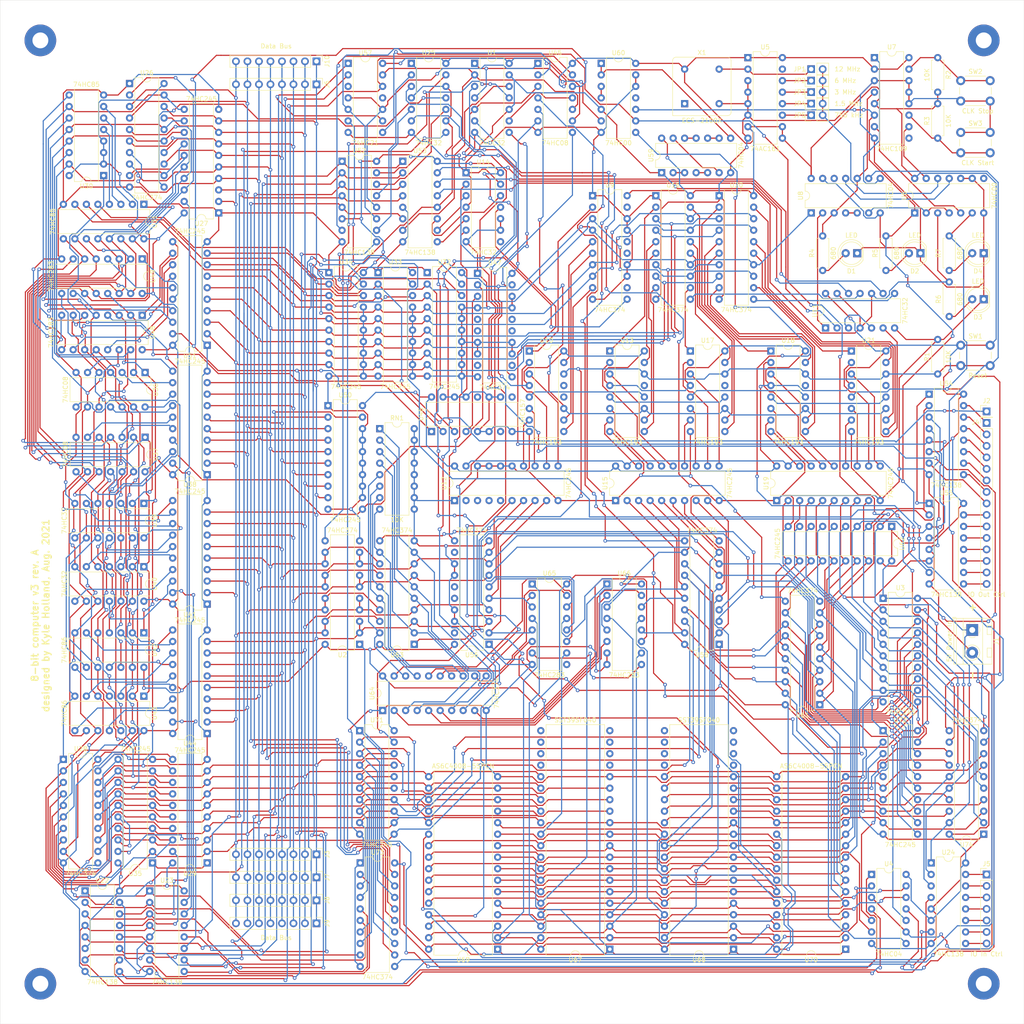
<source format=kicad_pcb>
(kicad_pcb (version 20171130) (host pcbnew 5.1.10)

  (general
    (thickness 1.6)
    (drawings 7)
    (tracks 6478)
    (zones 0)
    (modules 109)
    (nets 342)
  )

  (page A3)
  (title_block
    (title "8-bit computer v3")
    (date 2021-08-05)
    (rev A)
    (comment 2 "License (http://creativecommons.org/licenses/by-sa/4.0/).")
    (comment 3 "This work is licensed under a Creative Commons Attribution-ShareAlike 4.0 International")
    (comment 4 "© 2021 Kyle Holland")
  )

  (layers
    (0 F.Cu signal)
    (31 B.Cu signal)
    (32 B.Adhes user)
    (33 F.Adhes user)
    (34 B.Paste user)
    (35 F.Paste user)
    (36 B.SilkS user)
    (37 F.SilkS user)
    (38 B.Mask user)
    (39 F.Mask user)
    (40 Dwgs.User user)
    (41 Cmts.User user)
    (42 Eco1.User user)
    (43 Eco2.User user)
    (44 Edge.Cuts user)
    (45 Margin user)
    (46 B.CrtYd user)
    (47 F.CrtYd user)
    (48 B.Fab user)
    (49 F.Fab user)
  )

  (setup
    (last_trace_width 0.25)
    (trace_clearance 0.2)
    (zone_clearance 0.508)
    (zone_45_only no)
    (trace_min 0.2)
    (via_size 0.8)
    (via_drill 0.4)
    (via_min_size 0.4)
    (via_min_drill 0.3)
    (uvia_size 0.3)
    (uvia_drill 0.1)
    (uvias_allowed no)
    (uvia_min_size 0.2)
    (uvia_min_drill 0.1)
    (edge_width 0.05)
    (segment_width 0.2)
    (pcb_text_width 0.3)
    (pcb_text_size 1.5 1.5)
    (mod_edge_width 0.12)
    (mod_text_size 1 1)
    (mod_text_width 0.15)
    (pad_size 1.524 1.524)
    (pad_drill 0.762)
    (pad_to_mask_clearance 0)
    (aux_axis_origin 0 0)
    (visible_elements FFFFFF7F)
    (pcbplotparams
      (layerselection 0x010e0_ffffffff)
      (usegerberextensions false)
      (usegerberattributes true)
      (usegerberadvancedattributes true)
      (creategerberjobfile true)
      (excludeedgelayer true)
      (linewidth 0.100000)
      (plotframeref false)
      (viasonmask false)
      (mode 1)
      (useauxorigin false)
      (hpglpennumber 1)
      (hpglpenspeed 20)
      (hpglpendiameter 15.000000)
      (psnegative false)
      (psa4output false)
      (plotreference true)
      (plotvalue true)
      (plotinvisibletext false)
      (padsonsilk false)
      (subtractmaskfromsilk false)
      (outputformat 1)
      (mirror false)
      (drillshape 0)
      (scaleselection 1)
      (outputdirectory "/home/penguin/8-bit-v3-rev-A-gerber/"))
  )

  (net 0 "")
  (net 1 "Net-(D1-Pad2)")
  (net 2 GND)
  (net 3 "Net-(D2-Pad2)")
  (net 4 "Net-(D3-Pad2)")
  (net 5 "Net-(D4-Pad2)")
  (net 6 VCC)
  (net 7 "/decode low/~IO_IN")
  (net 8 /B7)
  (net 9 /B6)
  (net 10 /B5)
  (net 11 /B4)
  (net 12 /B3)
  (net 13 /B2)
  (net 14 /B1)
  (net 15 /B0)
  (net 16 "/decode low/IO_IN_CLK14")
  (net 17 "/decode low/IO_IN_CLK13")
  (net 18 "/decode low/IO_IN_CLK12")
  (net 19 "/decode low/IO_IN_CLK11")
  (net 20 "/decode low/IO_IN_CLK10")
  (net 21 "/decode low/IO_IN_CLK9")
  (net 22 "/decode low/IO_IN_CLK8")
  (net 23 "/decode low/IO_IN_CLK7")
  (net 24 "/decode low/IO_IN_CLK6")
  (net 25 "/decode low/IO_IN_CLK5")
  (net 26 "/decode low/IO_IN_CLK4")
  (net 27 "/decode low/IO_IN_CLK3")
  (net 28 "/decode low/IO_IN_CLK2")
  (net 29 "/decode low/IO_IN_CLK1")
  (net 30 "/decode low/IO_IN_CLK0")
  (net 31 "/decode high/~IO_OUT6")
  (net 32 "/decode high/~IO_OUT5")
  (net 33 "/decode high/~IO_OUT4")
  (net 34 "/decode high/~IO_OUT3")
  (net 35 "/decode high/~IO_OUT2")
  (net 36 "/decode high/~IO_OUT1")
  (net 37 "/decode high/~IO_OUT0")
  (net 38 "Net-(JP1-Pad2)")
  (net 39 "Net-(JP1-Pad1)")
  (net 40 "Net-(JP2-Pad1)")
  (net 41 "Net-(JP3-Pad1)")
  (net 42 "Net-(JP4-Pad1)")
  (net 43 "Net-(JP5-Pad1)")
  (net 44 /clock/RST)
  (net 45 "Net-(R2-Pad1)")
  (net 46 "Net-(R3-Pad1)")
  (net 47 "Net-(R4-Pad2)")
  (net 48 /clock/FE)
  (net 49 /alu/RCLK)
  (net 50 /clock/PCLK)
  (net 51 "Net-(RN1-Pad2)")
  (net 52 "Net-(RN1-Pad1)")
  (net 53 "/memory address/~M_WD")
  (net 54 "/decode low/~C_IN")
  (net 55 "/memory address/DIR_D")
  (net 56 "Net-(U1-Pad11)")
  (net 57 "Net-(U1-Pad1)")
  (net 58 "/memory address/~M_WI")
  (net 59 "Net-(U1-Pad9)")
  (net 60 "/memory address/DIR_I")
  (net 61 "Net-(U1-Pad8)")
  (net 62 "/decode high/~IO_OUT7")
  (net 63 "/decode high/~D_OUT")
  (net 64 /D0)
  (net 65 /D1)
  (net 66 /D2)
  (net 67 /D3)
  (net 68 /D4)
  (net 69 /D5)
  (net 70 /D6)
  (net 71 /D7)
  (net 72 /memory/M19)
  (net 73 "Net-(U4-Pad6)")
  (net 74 "Net-(U4-Pad12)")
  (net 75 "/decode high/~EN")
  (net 76 "Net-(U4-Pad10)")
  (net 77 "Net-(U4-Pad2)")
  (net 78 "Net-(U4-Pad8)")
  (net 79 "Net-(U5-Pad15)")
  (net 80 "Net-(U6-Pad13)")
  (net 81 "Net-(U6-Pad8)")
  (net 82 "Net-(U7-Pad9)")
  (net 83 "Net-(U7-Pad1)")
  (net 84 "Net-(U8-Pad4)")
  (net 85 "Net-(U11-Pad1)")
  (net 86 "Net-(U9-Pad19)")
  (net 87 "Net-(U10-Pad9)")
  (net 88 "Net-(U9-Pad16)")
  (net 89 "Net-(U10-Pad10)")
  (net 90 "Net-(U9-Pad15)")
  (net 91 "Net-(U10-Pad1)")
  (net 92 "Net-(U9-Pad12)")
  (net 93 "Net-(U10-Pad15)")
  (net 94 "Net-(U14-Pad3)")
  (net 95 "Net-(U10-Pad7)")
  (net 96 "Net-(U10-Pad6)")
  (net 97 "Net-(U10-Pad13)")
  (net 98 "Net-(U10-Pad5)")
  (net 99 "Net-(U10-Pad12)")
  (net 100 /memory/~LOAD)
  (net 101 "Net-(U10-Pad3)")
  (net 102 "Net-(U10-Pad2)")
  (net 103 "/decode low/~IPH_IN")
  (net 104 "Net-(U11-Pad3)")
  (net 105 "Net-(U11-Pad11)")
  (net 106 "/decode low/~IPL_IN")
  (net 107 "/decode low/~BR_IN")
  (net 108 "Net-(U11-Pad8)")
  (net 109 "/memory address/A16")
  (net 110 "/memory address/A17")
  (net 111 "/memory address/A18")
  (net 112 "/memory address/A19")
  (net 113 "Net-(U12-Pad5)")
  (net 114 "Net-(U12-Pad4)")
  (net 115 "Net-(U12-Pad3)")
  (net 116 "Net-(U12-Pad2)")
  (net 117 "Net-(U13-Pad15)")
  (net 118 "Net-(U13-Pad7)")
  (net 119 "Net-(U13-Pad6)")
  (net 120 "Net-(U13-Pad13)")
  (net 121 "Net-(U13-Pad5)")
  (net 122 "Net-(U13-Pad3)")
  (net 123 "Net-(U13-Pad10)")
  (net 124 "Net-(U13-Pad2)")
  (net 125 "Net-(U13-Pad9)")
  (net 126 "Net-(U13-Pad1)")
  (net 127 "Net-(U14-Pad6)")
  (net 128 "Net-(U14-Pad12)")
  (net 129 "/decode low/~RE_IN")
  (net 130 "Net-(U14-Pad11)")
  (net 131 "/decode low/~IPE_IN")
  (net 132 "/memory address/A8")
  (net 133 "/memory address/A9")
  (net 134 "/memory address/A10")
  (net 135 "/memory address/A11")
  (net 136 "/memory address/A12")
  (net 137 "Net-(U15-Pad14)")
  (net 138 "/memory address/A13")
  (net 139 "Net-(U15-Pad13)")
  (net 140 "/memory address/A14")
  (net 141 "Net-(U15-Pad12)")
  (net 142 "/memory address/A15")
  (net 143 "Net-(U15-Pad11)")
  (net 144 "Net-(U17-Pad13)")
  (net 145 "Net-(U17-Pad5)")
  (net 146 "Net-(U18-Pad15)")
  (net 147 "Net-(U18-Pad7)")
  (net 148 "Net-(U18-Pad6)")
  (net 149 "Net-(U18-Pad13)")
  (net 150 "Net-(U18-Pad5)")
  (net 151 "Net-(U18-Pad3)")
  (net 152 "Net-(U18-Pad10)")
  (net 153 "Net-(U18-Pad2)")
  (net 154 "Net-(U18-Pad9)")
  (net 155 "Net-(U18-Pad1)")
  (net 156 "/memory address/A0")
  (net 157 "/memory address/A1")
  (net 158 "/memory address/A2")
  (net 159 "/memory address/A3")
  (net 160 "/memory address/A4")
  (net 161 "Net-(U19-Pad14)")
  (net 162 "/memory address/A5")
  (net 163 "Net-(U19-Pad13)")
  (net 164 "/memory address/A6")
  (net 165 "Net-(U19-Pad12)")
  (net 166 "/memory address/A7")
  (net 167 "Net-(U19-Pad11)")
  (net 168 "Net-(U21-Pad13)")
  (net 169 /alu/~FLAGS_OUT)
  (net 170 /alu/~A_OUT)
  (net 171 /alu/~B_OUT)
  (net 172 "/decode high/I7")
  (net 173 "/decode high/~RH,RL_OUT")
  (net 174 "/decode high/~RH,D_OUT")
  (net 175 "/decode high/I6")
  (net 176 "Net-(U22-Pad10)")
  (net 177 "/decode high/I5")
  (net 178 "/decode high/~RH,RL(I)_OUT")
  (net 179 "/decode high/I4")
  (net 180 /alu/~AND_OUT)
  (net 181 /alu/~A>B_OUT)
  (net 182 /alu/~OR_OUT)
  (net 183 /alu/~XOR_OUT)
  (net 184 /alu/~ADD_OUT)
  (net 185 /alu/~BSR_OUT)
  (net 186 /alu/~A<B_OUT)
  (net 187 /alu/~A=B_OUT)
  (net 188 /alu/~A_IN)
  (net 189 "Net-(U25-Pad6)")
  (net 190 "Net-(U25-Pad11)")
  (net 191 /alu/~B_IN)
  (net 192 "Net-(U25-Pad3)")
  (net 193 "Net-(U25-Pad8)")
  (net 194 /alu/RA7)
  (net 195 /alu/RA3)
  (net 196 /alu/RA6)
  (net 197 /alu/RA2)
  (net 198 /alu/RA5)
  (net 199 /alu/RA1)
  (net 200 /alu/RA4)
  (net 201 /alu/RA0)
  (net 202 /alu/RB7)
  (net 203 /alu/RB3)
  (net 204 /alu/RB6)
  (net 205 /alu/RB2)
  (net 206 /alu/RB5)
  (net 207 /alu/RB1)
  (net 208 /alu/RB4)
  (net 209 /alu/RB0)
  (net 210 "Net-(U30-Pad7)")
  (net 211 "Net-(U30-Pad6)")
  (net 212 "Net-(U30-Pad5)")
  (net 213 "Net-(U31-Pad7)")
  (net 214 "Net-(U31-Pad6)")
  (net 215 "Net-(U31-Pad5)")
  (net 216 "Net-(U36-Pad6)")
  (net 217 "Net-(U36-Pad11)")
  (net 218 "Net-(U36-Pad3)")
  (net 219 "Net-(U36-Pad8)")
  (net 220 "Net-(U37-Pad6)")
  (net 221 "Net-(U37-Pad11)")
  (net 222 "Net-(U37-Pad3)")
  (net 223 "Net-(U37-Pad8)")
  (net 224 "Net-(U39-Pad6)")
  (net 225 "Net-(U39-Pad11)")
  (net 226 "Net-(U39-Pad3)")
  (net 227 "Net-(U39-Pad8)")
  (net 228 "Net-(U40-Pad6)")
  (net 229 "Net-(U40-Pad11)")
  (net 230 "Net-(U40-Pad3)")
  (net 231 "Net-(U40-Pad8)")
  (net 232 "Net-(U42-Pad6)")
  (net 233 "Net-(U42-Pad11)")
  (net 234 "Net-(U42-Pad3)")
  (net 235 "Net-(U42-Pad8)")
  (net 236 "Net-(U43-Pad6)")
  (net 237 "Net-(U43-Pad11)")
  (net 238 "Net-(U43-Pad3)")
  (net 239 "Net-(U43-Pad8)")
  (net 240 /alu/~FLAGS_IN)
  (net 241 "Net-(U45-Pad6)")
  (net 242 "/decode low/~RH,D_IN")
  (net 243 "/memory address/~M_BI")
  (net 244 "/decode low/~RH,RL_IN")
  (net 245 "Net-(U46-Pad7)")
  (net 246 "Net-(U46-Pad12)")
  (net 247 "Net-(U46-Pad4)")
  (net 248 "Net-(U46-Pad2)")
  (net 249 "Net-(U46-Pad9)")
  (net 250 "Net-(U47-Pad19)")
  (net 251 "Net-(U47-Pad9)")
  (net 252 "Net-(U47-Pad16)")
  (net 253 "Net-(U47-Pad6)")
  (net 254 "Net-(U47-Pad15)")
  (net 255 "Net-(U47-Pad5)")
  (net 256 "Net-(U47-Pad12)")
  (net 257 "Net-(U47-Pad2)")
  (net 258 "Net-(U48-Pad13)")
  (net 259 "Net-(U48-Pad4)")
  (net 260 "Net-(U48-Pad10)")
  (net 261 "Net-(U48-Pad9)")
  (net 262 "Net-(U48-Pad1)")
  (net 263 "Net-(U49-Pad13)")
  (net 264 "Net-(U49-Pad4)")
  (net 265 "Net-(U49-Pad10)")
  (net 266 "Net-(U49-Pad1)")
  (net 267 "/decode low/I3")
  (net 268 "/decode low/I2")
  (net 269 "/decode low/I1")
  (net 270 "/decode low/I0")
  (net 271 "/decode low/IO_IN_CLK15")
  (net 272 "Net-(U56-Pad19)")
  (net 273 "Net-(U56-Pad16)")
  (net 274 "Net-(U56-Pad15)")
  (net 275 "Net-(U56-Pad12)")
  (net 276 "/memory address/~M_BD")
  (net 277 "Net-(U57-Pad8)")
  (net 278 "Net-(U59-Pad13)")
  (net 279 "Net-(U59-Pad11)")
  (net 280 "Net-(U59-Pad4)")
  (net 281 "Net-(U59-Pad10)")
  (net 282 "Net-(U59-Pad2)")
  (net 283 "Net-(U59-Pad8)")
  (net 284 "Net-(U60-Pad3)")
  (net 285 "Net-(U60-Pad8)")
  (net 286 "Net-(RN1-Pad8)")
  (net 287 "Net-(RN1-Pad4)")
  (net 288 "Net-(RN1-Pad7)")
  (net 289 "Net-(RN1-Pad3)")
  (net 290 "Net-(RN1-Pad6)")
  (net 291 "Net-(RN1-Pad5)")
  (net 292 "Net-(U64-Pad19)")
  (net 293 "Net-(U64-Pad9)")
  (net 294 "Net-(U64-Pad16)")
  (net 295 "Net-(U64-Pad6)")
  (net 296 "Net-(U64-Pad15)")
  (net 297 "Net-(U64-Pad5)")
  (net 298 "Net-(U64-Pad12)")
  (net 299 "Net-(U64-Pad2)")
  (net 300 "Net-(U65-Pad7)")
  (net 301 /memory/M18)
  (net 302 /memory/M16)
  (net 303 "Net-(U65-Pad9)")
  (net 304 /memory/M17)
  (net 305 /memory/M14)
  (net 306 /memory/M12)
  (net 307 /memory/M15)
  (net 308 /memory/M13)
  (net 309 "Net-(X1-Pad1)")
  (net 310 "Net-(U6-Pad5)")
  (net 311 "Net-(U6-Pad2)")
  (net 312 "Net-(U6-Pad11)")
  (net 313 "Net-(U16-Pad19)")
  (net 314 "Net-(U16-Pad16)")
  (net 315 "Net-(U16-Pad15)")
  (net 316 "Net-(U16-Pad12)")
  (net 317 "Net-(U20-Pad19)")
  (net 318 "Net-(U20-Pad16)")
  (net 319 "Net-(U20-Pad15)")
  (net 320 "Net-(U20-Pad12)")
  (net 321 "/decode low/~RL_IN")
  (net 322 "/decode low/~RH_IN")
  (net 323 /memory/QI2)
  (net 324 /memory/QI1)
  (net 325 /memory/QI0)
  (net 326 /memory/QI7)
  (net 327 /memory/QI6)
  (net 328 /memory/QI5)
  (net 329 /memory/QI4)
  (net 330 /memory/QI3)
  (net 331 /memory/QD2)
  (net 332 /memory/QD1)
  (net 333 /memory/QD0)
  (net 334 /memory/QD7)
  (net 335 /memory/QD6)
  (net 336 /memory/QD5)
  (net 337 /memory/QD4)
  (net 338 /memory/QD3)
  (net 339 "Net-(U14-Pad8)")
  (net 340 "Net-(U60-Pad11)")
  (net 341 "Net-(U8-Pad12)")

  (net_class Default "This is the default net class."
    (clearance 0.2)
    (trace_width 0.25)
    (via_dia 0.8)
    (via_drill 0.4)
    (uvia_dia 0.3)
    (uvia_drill 0.1)
    (add_net /B0)
    (add_net /B1)
    (add_net /B2)
    (add_net /B3)
    (add_net /B4)
    (add_net /B5)
    (add_net /B6)
    (add_net /B7)
    (add_net /D0)
    (add_net /D1)
    (add_net /D2)
    (add_net /D3)
    (add_net /D4)
    (add_net /D5)
    (add_net /D6)
    (add_net /D7)
    (add_net /alu/RA0)
    (add_net /alu/RA1)
    (add_net /alu/RA2)
    (add_net /alu/RA3)
    (add_net /alu/RA4)
    (add_net /alu/RA5)
    (add_net /alu/RA6)
    (add_net /alu/RA7)
    (add_net /alu/RB0)
    (add_net /alu/RB1)
    (add_net /alu/RB2)
    (add_net /alu/RB3)
    (add_net /alu/RB4)
    (add_net /alu/RB5)
    (add_net /alu/RB6)
    (add_net /alu/RB7)
    (add_net /alu/RCLK)
    (add_net /alu/~A<B_OUT)
    (add_net /alu/~A=B_OUT)
    (add_net /alu/~A>B_OUT)
    (add_net /alu/~ADD_OUT)
    (add_net /alu/~AND_OUT)
    (add_net /alu/~A_IN)
    (add_net /alu/~A_OUT)
    (add_net /alu/~BSR_OUT)
    (add_net /alu/~B_IN)
    (add_net /alu/~B_OUT)
    (add_net /alu/~FLAGS_IN)
    (add_net /alu/~FLAGS_OUT)
    (add_net /alu/~OR_OUT)
    (add_net /alu/~XOR_OUT)
    (add_net /clock/FE)
    (add_net /clock/PCLK)
    (add_net /clock/RST)
    (add_net "/decode high/I4")
    (add_net "/decode high/I5")
    (add_net "/decode high/I6")
    (add_net "/decode high/I7")
    (add_net "/decode high/~D_OUT")
    (add_net "/decode high/~EN")
    (add_net "/decode high/~IO_OUT0")
    (add_net "/decode high/~IO_OUT1")
    (add_net "/decode high/~IO_OUT2")
    (add_net "/decode high/~IO_OUT3")
    (add_net "/decode high/~IO_OUT4")
    (add_net "/decode high/~IO_OUT5")
    (add_net "/decode high/~IO_OUT6")
    (add_net "/decode high/~IO_OUT7")
    (add_net "/decode high/~RH,D_OUT")
    (add_net "/decode high/~RH,RL(I)_OUT")
    (add_net "/decode high/~RH,RL_OUT")
    (add_net "/decode low/I0")
    (add_net "/decode low/I1")
    (add_net "/decode low/I2")
    (add_net "/decode low/I3")
    (add_net "/decode low/IO_IN_CLK0")
    (add_net "/decode low/IO_IN_CLK1")
    (add_net "/decode low/IO_IN_CLK10")
    (add_net "/decode low/IO_IN_CLK11")
    (add_net "/decode low/IO_IN_CLK12")
    (add_net "/decode low/IO_IN_CLK13")
    (add_net "/decode low/IO_IN_CLK14")
    (add_net "/decode low/IO_IN_CLK15")
    (add_net "/decode low/IO_IN_CLK2")
    (add_net "/decode low/IO_IN_CLK3")
    (add_net "/decode low/IO_IN_CLK4")
    (add_net "/decode low/IO_IN_CLK5")
    (add_net "/decode low/IO_IN_CLK6")
    (add_net "/decode low/IO_IN_CLK7")
    (add_net "/decode low/IO_IN_CLK8")
    (add_net "/decode low/IO_IN_CLK9")
    (add_net "/decode low/~BR_IN")
    (add_net "/decode low/~C_IN")
    (add_net "/decode low/~IO_IN")
    (add_net "/decode low/~IPE_IN")
    (add_net "/decode low/~IPH_IN")
    (add_net "/decode low/~IPL_IN")
    (add_net "/decode low/~RE_IN")
    (add_net "/decode low/~RH,D_IN")
    (add_net "/decode low/~RH,RL_IN")
    (add_net "/decode low/~RH_IN")
    (add_net "/decode low/~RL_IN")
    (add_net "/memory address/A0")
    (add_net "/memory address/A1")
    (add_net "/memory address/A10")
    (add_net "/memory address/A11")
    (add_net "/memory address/A12")
    (add_net "/memory address/A13")
    (add_net "/memory address/A14")
    (add_net "/memory address/A15")
    (add_net "/memory address/A16")
    (add_net "/memory address/A17")
    (add_net "/memory address/A18")
    (add_net "/memory address/A19")
    (add_net "/memory address/A2")
    (add_net "/memory address/A3")
    (add_net "/memory address/A4")
    (add_net "/memory address/A5")
    (add_net "/memory address/A6")
    (add_net "/memory address/A7")
    (add_net "/memory address/A8")
    (add_net "/memory address/A9")
    (add_net "/memory address/DIR_D")
    (add_net "/memory address/DIR_I")
    (add_net "/memory address/~M_BD")
    (add_net "/memory address/~M_BI")
    (add_net "/memory address/~M_WD")
    (add_net "/memory address/~M_WI")
    (add_net /memory/M12)
    (add_net /memory/M13)
    (add_net /memory/M14)
    (add_net /memory/M15)
    (add_net /memory/M16)
    (add_net /memory/M17)
    (add_net /memory/M18)
    (add_net /memory/M19)
    (add_net /memory/QD0)
    (add_net /memory/QD1)
    (add_net /memory/QD2)
    (add_net /memory/QD3)
    (add_net /memory/QD4)
    (add_net /memory/QD5)
    (add_net /memory/QD6)
    (add_net /memory/QD7)
    (add_net /memory/QI0)
    (add_net /memory/QI1)
    (add_net /memory/QI2)
    (add_net /memory/QI3)
    (add_net /memory/QI4)
    (add_net /memory/QI5)
    (add_net /memory/QI6)
    (add_net /memory/QI7)
    (add_net /memory/~LOAD)
    (add_net GND)
    (add_net "Net-(D1-Pad2)")
    (add_net "Net-(D2-Pad2)")
    (add_net "Net-(D3-Pad2)")
    (add_net "Net-(D4-Pad2)")
    (add_net "Net-(JP1-Pad1)")
    (add_net "Net-(JP1-Pad2)")
    (add_net "Net-(JP2-Pad1)")
    (add_net "Net-(JP3-Pad1)")
    (add_net "Net-(JP4-Pad1)")
    (add_net "Net-(JP5-Pad1)")
    (add_net "Net-(R2-Pad1)")
    (add_net "Net-(R3-Pad1)")
    (add_net "Net-(R4-Pad2)")
    (add_net "Net-(RN1-Pad1)")
    (add_net "Net-(RN1-Pad2)")
    (add_net "Net-(RN1-Pad3)")
    (add_net "Net-(RN1-Pad4)")
    (add_net "Net-(RN1-Pad5)")
    (add_net "Net-(RN1-Pad6)")
    (add_net "Net-(RN1-Pad7)")
    (add_net "Net-(RN1-Pad8)")
    (add_net "Net-(U1-Pad1)")
    (add_net "Net-(U1-Pad11)")
    (add_net "Net-(U1-Pad8)")
    (add_net "Net-(U1-Pad9)")
    (add_net "Net-(U10-Pad1)")
    (add_net "Net-(U10-Pad10)")
    (add_net "Net-(U10-Pad12)")
    (add_net "Net-(U10-Pad13)")
    (add_net "Net-(U10-Pad15)")
    (add_net "Net-(U10-Pad2)")
    (add_net "Net-(U10-Pad3)")
    (add_net "Net-(U10-Pad5)")
    (add_net "Net-(U10-Pad6)")
    (add_net "Net-(U10-Pad7)")
    (add_net "Net-(U10-Pad9)")
    (add_net "Net-(U11-Pad1)")
    (add_net "Net-(U11-Pad11)")
    (add_net "Net-(U11-Pad3)")
    (add_net "Net-(U11-Pad8)")
    (add_net "Net-(U12-Pad2)")
    (add_net "Net-(U12-Pad3)")
    (add_net "Net-(U12-Pad4)")
    (add_net "Net-(U12-Pad5)")
    (add_net "Net-(U13-Pad1)")
    (add_net "Net-(U13-Pad10)")
    (add_net "Net-(U13-Pad13)")
    (add_net "Net-(U13-Pad15)")
    (add_net "Net-(U13-Pad2)")
    (add_net "Net-(U13-Pad3)")
    (add_net "Net-(U13-Pad5)")
    (add_net "Net-(U13-Pad6)")
    (add_net "Net-(U13-Pad7)")
    (add_net "Net-(U13-Pad9)")
    (add_net "Net-(U14-Pad11)")
    (add_net "Net-(U14-Pad12)")
    (add_net "Net-(U14-Pad3)")
    (add_net "Net-(U14-Pad6)")
    (add_net "Net-(U14-Pad8)")
    (add_net "Net-(U15-Pad11)")
    (add_net "Net-(U15-Pad12)")
    (add_net "Net-(U15-Pad13)")
    (add_net "Net-(U15-Pad14)")
    (add_net "Net-(U16-Pad12)")
    (add_net "Net-(U16-Pad15)")
    (add_net "Net-(U16-Pad16)")
    (add_net "Net-(U16-Pad19)")
    (add_net "Net-(U17-Pad13)")
    (add_net "Net-(U17-Pad5)")
    (add_net "Net-(U18-Pad1)")
    (add_net "Net-(U18-Pad10)")
    (add_net "Net-(U18-Pad13)")
    (add_net "Net-(U18-Pad15)")
    (add_net "Net-(U18-Pad2)")
    (add_net "Net-(U18-Pad3)")
    (add_net "Net-(U18-Pad5)")
    (add_net "Net-(U18-Pad6)")
    (add_net "Net-(U18-Pad7)")
    (add_net "Net-(U18-Pad9)")
    (add_net "Net-(U19-Pad11)")
    (add_net "Net-(U19-Pad12)")
    (add_net "Net-(U19-Pad13)")
    (add_net "Net-(U19-Pad14)")
    (add_net "Net-(U20-Pad12)")
    (add_net "Net-(U20-Pad15)")
    (add_net "Net-(U20-Pad16)")
    (add_net "Net-(U20-Pad19)")
    (add_net "Net-(U21-Pad13)")
    (add_net "Net-(U22-Pad10)")
    (add_net "Net-(U25-Pad11)")
    (add_net "Net-(U25-Pad3)")
    (add_net "Net-(U25-Pad6)")
    (add_net "Net-(U25-Pad8)")
    (add_net "Net-(U30-Pad5)")
    (add_net "Net-(U30-Pad6)")
    (add_net "Net-(U30-Pad7)")
    (add_net "Net-(U31-Pad5)")
    (add_net "Net-(U31-Pad6)")
    (add_net "Net-(U31-Pad7)")
    (add_net "Net-(U36-Pad11)")
    (add_net "Net-(U36-Pad3)")
    (add_net "Net-(U36-Pad6)")
    (add_net "Net-(U36-Pad8)")
    (add_net "Net-(U37-Pad11)")
    (add_net "Net-(U37-Pad3)")
    (add_net "Net-(U37-Pad6)")
    (add_net "Net-(U37-Pad8)")
    (add_net "Net-(U39-Pad11)")
    (add_net "Net-(U39-Pad3)")
    (add_net "Net-(U39-Pad6)")
    (add_net "Net-(U39-Pad8)")
    (add_net "Net-(U4-Pad10)")
    (add_net "Net-(U4-Pad12)")
    (add_net "Net-(U4-Pad2)")
    (add_net "Net-(U4-Pad6)")
    (add_net "Net-(U4-Pad8)")
    (add_net "Net-(U40-Pad11)")
    (add_net "Net-(U40-Pad3)")
    (add_net "Net-(U40-Pad6)")
    (add_net "Net-(U40-Pad8)")
    (add_net "Net-(U42-Pad11)")
    (add_net "Net-(U42-Pad3)")
    (add_net "Net-(U42-Pad6)")
    (add_net "Net-(U42-Pad8)")
    (add_net "Net-(U43-Pad11)")
    (add_net "Net-(U43-Pad3)")
    (add_net "Net-(U43-Pad6)")
    (add_net "Net-(U43-Pad8)")
    (add_net "Net-(U45-Pad6)")
    (add_net "Net-(U46-Pad12)")
    (add_net "Net-(U46-Pad2)")
    (add_net "Net-(U46-Pad4)")
    (add_net "Net-(U46-Pad7)")
    (add_net "Net-(U46-Pad9)")
    (add_net "Net-(U47-Pad12)")
    (add_net "Net-(U47-Pad15)")
    (add_net "Net-(U47-Pad16)")
    (add_net "Net-(U47-Pad19)")
    (add_net "Net-(U47-Pad2)")
    (add_net "Net-(U47-Pad5)")
    (add_net "Net-(U47-Pad6)")
    (add_net "Net-(U47-Pad9)")
    (add_net "Net-(U48-Pad1)")
    (add_net "Net-(U48-Pad10)")
    (add_net "Net-(U48-Pad13)")
    (add_net "Net-(U48-Pad4)")
    (add_net "Net-(U48-Pad9)")
    (add_net "Net-(U49-Pad1)")
    (add_net "Net-(U49-Pad10)")
    (add_net "Net-(U49-Pad13)")
    (add_net "Net-(U49-Pad4)")
    (add_net "Net-(U5-Pad15)")
    (add_net "Net-(U56-Pad12)")
    (add_net "Net-(U56-Pad15)")
    (add_net "Net-(U56-Pad16)")
    (add_net "Net-(U56-Pad19)")
    (add_net "Net-(U57-Pad8)")
    (add_net "Net-(U59-Pad10)")
    (add_net "Net-(U59-Pad11)")
    (add_net "Net-(U59-Pad13)")
    (add_net "Net-(U59-Pad2)")
    (add_net "Net-(U59-Pad4)")
    (add_net "Net-(U59-Pad8)")
    (add_net "Net-(U6-Pad11)")
    (add_net "Net-(U6-Pad13)")
    (add_net "Net-(U6-Pad2)")
    (add_net "Net-(U6-Pad5)")
    (add_net "Net-(U6-Pad8)")
    (add_net "Net-(U60-Pad11)")
    (add_net "Net-(U60-Pad3)")
    (add_net "Net-(U60-Pad8)")
    (add_net "Net-(U64-Pad12)")
    (add_net "Net-(U64-Pad15)")
    (add_net "Net-(U64-Pad16)")
    (add_net "Net-(U64-Pad19)")
    (add_net "Net-(U64-Pad2)")
    (add_net "Net-(U64-Pad5)")
    (add_net "Net-(U64-Pad6)")
    (add_net "Net-(U64-Pad9)")
    (add_net "Net-(U65-Pad7)")
    (add_net "Net-(U65-Pad9)")
    (add_net "Net-(U7-Pad1)")
    (add_net "Net-(U7-Pad9)")
    (add_net "Net-(U8-Pad12)")
    (add_net "Net-(U8-Pad4)")
    (add_net "Net-(U9-Pad12)")
    (add_net "Net-(U9-Pad15)")
    (add_net "Net-(U9-Pad16)")
    (add_net "Net-(U9-Pad19)")
    (add_net "Net-(X1-Pad1)")
    (add_net VCC)
  )

  (module MountingHole:MountingHole_3.5mm_Pad (layer F.Cu) (tedit 56D1B4CB) (tstamp 610CF051)
    (at 67.31 39.624)
    (descr "Mounting Hole 3.5mm")
    (tags "mounting hole 3.5mm")
    (attr virtual)
    (fp_text reference REF** (at 0 -4.5) (layer Cmts.User)
      (effects (font (size 1 1) (thickness 0.15)))
    )
    (fp_text value MountingHole_3.5mm_Pad (at 0 4.5) (layer F.SilkS) hide
      (effects (font (size 1 1) (thickness 0.15)))
    )
    (fp_circle (center 0 0) (end 3.75 0) (layer F.CrtYd) (width 0.05))
    (fp_circle (center 0 0) (end 3.5 0) (layer Cmts.User) (width 0.15))
    (fp_text user %R (at 0.3 0) (layer F.Fab)
      (effects (font (size 1 1) (thickness 0.15)))
    )
    (pad 1 thru_hole circle (at 0 0) (size 7 7) (drill 3.5) (layers *.Cu *.Mask))
  )

  (module MountingHole:MountingHole_3.5mm_Pad (layer F.Cu) (tedit 56D1B4CB) (tstamp 610CF031)
    (at 67.31 247.904)
    (descr "Mounting Hole 3.5mm")
    (tags "mounting hole 3.5mm")
    (attr virtual)
    (fp_text reference REF** (at 0 -4.5) (layer Cmts.User)
      (effects (font (size 1 1) (thickness 0.15)))
    )
    (fp_text value MountingHole_3.5mm_Pad (at 0 4.5) (layer F.SilkS) hide
      (effects (font (size 1 1) (thickness 0.15)))
    )
    (fp_circle (center 0 0) (end 3.75 0) (layer F.CrtYd) (width 0.05))
    (fp_circle (center 0 0) (end 3.5 0) (layer Cmts.User) (width 0.15))
    (fp_text user %R (at 0.3 0) (layer F.Fab)
      (effects (font (size 1 1) (thickness 0.15)))
    )
    (pad 1 thru_hole circle (at 0 0) (size 7 7) (drill 3.5) (layers *.Cu *.Mask))
  )

  (module MountingHole:MountingHole_3.5mm_Pad (layer F.Cu) (tedit 56D1B4CB) (tstamp 610CF029)
    (at 275.59 247.904)
    (descr "Mounting Hole 3.5mm")
    (tags "mounting hole 3.5mm")
    (attr virtual)
    (fp_text reference REF** (at 0 -4.5) (layer Cmts.User)
      (effects (font (size 1 1) (thickness 0.15)))
    )
    (fp_text value MountingHole_3.5mm_Pad (at 0 4.5) (layer F.SilkS) hide
      (effects (font (size 1 1) (thickness 0.15)))
    )
    (fp_circle (center 0 0) (end 3.75 0) (layer F.CrtYd) (width 0.05))
    (fp_circle (center 0 0) (end 3.5 0) (layer Cmts.User) (width 0.15))
    (fp_text user %R (at 0.3 0) (layer F.Fab)
      (effects (font (size 1 1) (thickness 0.15)))
    )
    (pad 1 thru_hole circle (at 0 0) (size 7 7) (drill 3.5) (layers *.Cu *.Mask))
  )

  (module MountingHole:MountingHole_3.5mm_Pad (layer F.Cu) (tedit 56D1B4CB) (tstamp 610CF018)
    (at 275.59 39.624)
    (descr "Mounting Hole 3.5mm")
    (tags "mounting hole 3.5mm")
    (attr virtual)
    (fp_text reference REF** (at 0 -4.5) (layer Cmts.User)
      (effects (font (size 1 1) (thickness 0.15)))
    )
    (fp_text value MountingHole_3.5mm_Pad (at 0 4.5) (layer F.SilkS) hide
      (effects (font (size 1 1) (thickness 0.15)))
    )
    (fp_circle (center 0 0) (end 3.75 0) (layer F.CrtYd) (width 0.05))
    (fp_circle (center 0 0) (end 3.5 0) (layer Cmts.User) (width 0.15))
    (fp_text user %R (at 0.3 0) (layer F.Fab)
      (effects (font (size 1 1) (thickness 0.15)))
    )
    (pad 1 thru_hole circle (at 0 0) (size 7 7) (drill 3.5) (layers *.Cu *.Mask))
  )

  (module Connector_PinHeader_2.54mm:PinHeader_1x08_P2.54mm_Vertical (layer F.Cu) (tedit 59FED5CC) (tstamp 610BCFEF)
    (at 128.27 44.249 270)
    (descr "Through hole straight pin header, 1x08, 2.54mm pitch, single row")
    (tags "Through hole pin header THT 1x08 2.54mm single row")
    (path /6146B3F9)
    (fp_text reference J10 (at 0 -2.33 90) (layer F.SilkS)
      (effects (font (size 1 1) (thickness 0.15)))
    )
    (fp_text value "Data Bus" (at -3.355 8.89 180) (layer F.SilkS)
      (effects (font (size 1 1) (thickness 0.15)))
    )
    (fp_line (start -0.635 -1.27) (end 1.27 -1.27) (layer F.Fab) (width 0.1))
    (fp_line (start 1.27 -1.27) (end 1.27 19.05) (layer F.Fab) (width 0.1))
    (fp_line (start 1.27 19.05) (end -1.27 19.05) (layer F.Fab) (width 0.1))
    (fp_line (start -1.27 19.05) (end -1.27 -0.635) (layer F.Fab) (width 0.1))
    (fp_line (start -1.27 -0.635) (end -0.635 -1.27) (layer F.Fab) (width 0.1))
    (fp_line (start -1.33 19.11) (end 1.33 19.11) (layer F.SilkS) (width 0.12))
    (fp_line (start -1.33 1.27) (end -1.33 19.11) (layer F.SilkS) (width 0.12))
    (fp_line (start 1.33 1.27) (end 1.33 19.11) (layer F.SilkS) (width 0.12))
    (fp_line (start -1.33 1.27) (end 1.33 1.27) (layer F.SilkS) (width 0.12))
    (fp_line (start -1.33 0) (end -1.33 -1.33) (layer F.SilkS) (width 0.12))
    (fp_line (start -1.33 -1.33) (end 0 -1.33) (layer F.SilkS) (width 0.12))
    (fp_line (start -1.8 -1.8) (end -1.8 19.55) (layer F.CrtYd) (width 0.05))
    (fp_line (start -1.8 19.55) (end 1.8 19.55) (layer F.CrtYd) (width 0.05))
    (fp_line (start 1.8 19.55) (end 1.8 -1.8) (layer F.CrtYd) (width 0.05))
    (fp_line (start 1.8 -1.8) (end -1.8 -1.8) (layer F.CrtYd) (width 0.05))
    (fp_text user %R (at 0 8.89) (layer F.Fab)
      (effects (font (size 1 1) (thickness 0.15)))
    )
    (pad 8 thru_hole oval (at 0 17.78 270) (size 1.7 1.7) (drill 1) (layers *.Cu *.Mask)
      (net 8 /B7))
    (pad 7 thru_hole oval (at 0 15.24 270) (size 1.7 1.7) (drill 1) (layers *.Cu *.Mask)
      (net 9 /B6))
    (pad 6 thru_hole oval (at 0 12.7 270) (size 1.7 1.7) (drill 1) (layers *.Cu *.Mask)
      (net 10 /B5))
    (pad 5 thru_hole oval (at 0 10.16 270) (size 1.7 1.7) (drill 1) (layers *.Cu *.Mask)
      (net 11 /B4))
    (pad 4 thru_hole oval (at 0 7.62 270) (size 1.7 1.7) (drill 1) (layers *.Cu *.Mask)
      (net 12 /B3))
    (pad 3 thru_hole oval (at 0 5.08 270) (size 1.7 1.7) (drill 1) (layers *.Cu *.Mask)
      (net 13 /B2))
    (pad 2 thru_hole oval (at 0 2.54 270) (size 1.7 1.7) (drill 1) (layers *.Cu *.Mask)
      (net 14 /B1))
    (pad 1 thru_hole rect (at 0 0 270) (size 1.7 1.7) (drill 1) (layers *.Cu *.Mask)
      (net 15 /B0))
    (model ${KISYS3DMOD}/Connector_PinHeader_2.54mm.3dshapes/PinHeader_1x08_P2.54mm_Vertical.wrl
      (at (xyz 0 0 0))
      (scale (xyz 1 1 1))
      (rotate (xyz 0 0 0))
    )
  )

  (module Connector_PinHeader_2.54mm:PinHeader_1x08_P2.54mm_Vertical (layer F.Cu) (tedit 59FED5CC) (tstamp 610B9783)
    (at 128.27 234.569 270)
    (descr "Through hole straight pin header, 1x08, 2.54mm pitch, single row")
    (tags "Through hole pin header THT 1x08 2.54mm single row")
    (path /61423F13)
    (fp_text reference J9 (at 0 -2.33 90) (layer F.SilkS)
      (effects (font (size 1 1) (thickness 0.15)))
    )
    (fp_text value "Data Bus" (at 3.175 8.89 180) (layer F.SilkS)
      (effects (font (size 1 1) (thickness 0.15)))
    )
    (fp_line (start -0.635 -1.27) (end 1.27 -1.27) (layer F.Fab) (width 0.1))
    (fp_line (start 1.27 -1.27) (end 1.27 19.05) (layer F.Fab) (width 0.1))
    (fp_line (start 1.27 19.05) (end -1.27 19.05) (layer F.Fab) (width 0.1))
    (fp_line (start -1.27 19.05) (end -1.27 -0.635) (layer F.Fab) (width 0.1))
    (fp_line (start -1.27 -0.635) (end -0.635 -1.27) (layer F.Fab) (width 0.1))
    (fp_line (start -1.33 19.11) (end 1.33 19.11) (layer F.SilkS) (width 0.12))
    (fp_line (start -1.33 1.27) (end -1.33 19.11) (layer F.SilkS) (width 0.12))
    (fp_line (start 1.33 1.27) (end 1.33 19.11) (layer F.SilkS) (width 0.12))
    (fp_line (start -1.33 1.27) (end 1.33 1.27) (layer F.SilkS) (width 0.12))
    (fp_line (start -1.33 0) (end -1.33 -1.33) (layer F.SilkS) (width 0.12))
    (fp_line (start -1.33 -1.33) (end 0 -1.33) (layer F.SilkS) (width 0.12))
    (fp_line (start -1.8 -1.8) (end -1.8 19.55) (layer F.CrtYd) (width 0.05))
    (fp_line (start -1.8 19.55) (end 1.8 19.55) (layer F.CrtYd) (width 0.05))
    (fp_line (start 1.8 19.55) (end 1.8 -1.8) (layer F.CrtYd) (width 0.05))
    (fp_line (start 1.8 -1.8) (end -1.8 -1.8) (layer F.CrtYd) (width 0.05))
    (fp_text user %R (at 0 8.89) (layer F.Fab)
      (effects (font (size 1 1) (thickness 0.15)))
    )
    (pad 8 thru_hole oval (at 0 17.78 270) (size 1.7 1.7) (drill 1) (layers *.Cu *.Mask)
      (net 8 /B7))
    (pad 7 thru_hole oval (at 0 15.24 270) (size 1.7 1.7) (drill 1) (layers *.Cu *.Mask)
      (net 9 /B6))
    (pad 6 thru_hole oval (at 0 12.7 270) (size 1.7 1.7) (drill 1) (layers *.Cu *.Mask)
      (net 10 /B5))
    (pad 5 thru_hole oval (at 0 10.16 270) (size 1.7 1.7) (drill 1) (layers *.Cu *.Mask)
      (net 11 /B4))
    (pad 4 thru_hole oval (at 0 7.62 270) (size 1.7 1.7) (drill 1) (layers *.Cu *.Mask)
      (net 12 /B3))
    (pad 3 thru_hole oval (at 0 5.08 270) (size 1.7 1.7) (drill 1) (layers *.Cu *.Mask)
      (net 13 /B2))
    (pad 2 thru_hole oval (at 0 2.54 270) (size 1.7 1.7) (drill 1) (layers *.Cu *.Mask)
      (net 14 /B1))
    (pad 1 thru_hole rect (at 0 0 270) (size 1.7 1.7) (drill 1) (layers *.Cu *.Mask)
      (net 15 /B0))
    (model ${KISYS3DMOD}/Connector_PinHeader_2.54mm.3dshapes/PinHeader_1x08_P2.54mm_Vertical.wrl
      (at (xyz 0 0 0))
      (scale (xyz 1 1 1))
      (rotate (xyz 0 0 0))
    )
  )

  (module Connector_PinHeader_2.54mm:PinHeader_1x08_P2.54mm_Vertical (layer F.Cu) (tedit 59FED5CC) (tstamp 610B5E47)
    (at 128.27 229.489 270)
    (descr "Through hole straight pin header, 1x08, 2.54mm pitch, single row")
    (tags "Through hole pin header THT 1x08 2.54mm single row")
    (path /610ECE4F)
    (fp_text reference J8 (at 0 -2.33 90) (layer F.SilkS)
      (effects (font (size 1 1) (thickness 0.15)))
    )
    (fp_text value "Data Bus" (at 0 20.11 90) (layer F.SilkS) hide
      (effects (font (size 1 1) (thickness 0.15)))
    )
    (fp_line (start -0.635 -1.27) (end 1.27 -1.27) (layer F.Fab) (width 0.1))
    (fp_line (start 1.27 -1.27) (end 1.27 19.05) (layer F.Fab) (width 0.1))
    (fp_line (start 1.27 19.05) (end -1.27 19.05) (layer F.Fab) (width 0.1))
    (fp_line (start -1.27 19.05) (end -1.27 -0.635) (layer F.Fab) (width 0.1))
    (fp_line (start -1.27 -0.635) (end -0.635 -1.27) (layer F.Fab) (width 0.1))
    (fp_line (start -1.33 19.11) (end 1.33 19.11) (layer F.SilkS) (width 0.12))
    (fp_line (start -1.33 1.27) (end -1.33 19.11) (layer F.SilkS) (width 0.12))
    (fp_line (start 1.33 1.27) (end 1.33 19.11) (layer F.SilkS) (width 0.12))
    (fp_line (start -1.33 1.27) (end 1.33 1.27) (layer F.SilkS) (width 0.12))
    (fp_line (start -1.33 0) (end -1.33 -1.33) (layer F.SilkS) (width 0.12))
    (fp_line (start -1.33 -1.33) (end 0 -1.33) (layer F.SilkS) (width 0.12))
    (fp_line (start -1.8 -1.8) (end -1.8 19.55) (layer F.CrtYd) (width 0.05))
    (fp_line (start -1.8 19.55) (end 1.8 19.55) (layer F.CrtYd) (width 0.05))
    (fp_line (start 1.8 19.55) (end 1.8 -1.8) (layer F.CrtYd) (width 0.05))
    (fp_line (start 1.8 -1.8) (end -1.8 -1.8) (layer F.CrtYd) (width 0.05))
    (fp_text user %R (at 0 8.89) (layer F.Fab)
      (effects (font (size 1 1) (thickness 0.15)))
    )
    (pad 8 thru_hole oval (at 0 17.78 270) (size 1.7 1.7) (drill 1) (layers *.Cu *.Mask)
      (net 8 /B7))
    (pad 7 thru_hole oval (at 0 15.24 270) (size 1.7 1.7) (drill 1) (layers *.Cu *.Mask)
      (net 9 /B6))
    (pad 6 thru_hole oval (at 0 12.7 270) (size 1.7 1.7) (drill 1) (layers *.Cu *.Mask)
      (net 10 /B5))
    (pad 5 thru_hole oval (at 0 10.16 270) (size 1.7 1.7) (drill 1) (layers *.Cu *.Mask)
      (net 11 /B4))
    (pad 4 thru_hole oval (at 0 7.62 270) (size 1.7 1.7) (drill 1) (layers *.Cu *.Mask)
      (net 12 /B3))
    (pad 3 thru_hole oval (at 0 5.08 270) (size 1.7 1.7) (drill 1) (layers *.Cu *.Mask)
      (net 13 /B2))
    (pad 2 thru_hole oval (at 0 2.54 270) (size 1.7 1.7) (drill 1) (layers *.Cu *.Mask)
      (net 14 /B1))
    (pad 1 thru_hole rect (at 0 0 270) (size 1.7 1.7) (drill 1) (layers *.Cu *.Mask)
      (net 15 /B0))
    (model ${KISYS3DMOD}/Connector_PinHeader_2.54mm.3dshapes/PinHeader_1x08_P2.54mm_Vertical.wrl
      (at (xyz 0 0 0))
      (scale (xyz 1 1 1))
      (rotate (xyz 0 0 0))
    )
  )

  (module Connector_PinHeader_2.54mm:PinHeader_1x08_P2.54mm_Vertical (layer F.Cu) (tedit 59FED5CC) (tstamp 610B5E2B)
    (at 128.27 224.409 270)
    (descr "Through hole straight pin header, 1x08, 2.54mm pitch, single row")
    (tags "Through hole pin header THT 1x08 2.54mm single row")
    (path /6126F96F)
    (fp_text reference J7 (at 0 -2.33 90) (layer F.SilkS)
      (effects (font (size 1 1) (thickness 0.15)))
    )
    (fp_text value "Data Bus" (at 0 20.11 90) (layer F.SilkS) hide
      (effects (font (size 1 1) (thickness 0.15)))
    )
    (fp_line (start -0.635 -1.27) (end 1.27 -1.27) (layer F.Fab) (width 0.1))
    (fp_line (start 1.27 -1.27) (end 1.27 19.05) (layer F.Fab) (width 0.1))
    (fp_line (start 1.27 19.05) (end -1.27 19.05) (layer F.Fab) (width 0.1))
    (fp_line (start -1.27 19.05) (end -1.27 -0.635) (layer F.Fab) (width 0.1))
    (fp_line (start -1.27 -0.635) (end -0.635 -1.27) (layer F.Fab) (width 0.1))
    (fp_line (start -1.33 19.11) (end 1.33 19.11) (layer F.SilkS) (width 0.12))
    (fp_line (start -1.33 1.27) (end -1.33 19.11) (layer F.SilkS) (width 0.12))
    (fp_line (start 1.33 1.27) (end 1.33 19.11) (layer F.SilkS) (width 0.12))
    (fp_line (start -1.33 1.27) (end 1.33 1.27) (layer F.SilkS) (width 0.12))
    (fp_line (start -1.33 0) (end -1.33 -1.33) (layer F.SilkS) (width 0.12))
    (fp_line (start -1.33 -1.33) (end 0 -1.33) (layer F.SilkS) (width 0.12))
    (fp_line (start -1.8 -1.8) (end -1.8 19.55) (layer F.CrtYd) (width 0.05))
    (fp_line (start -1.8 19.55) (end 1.8 19.55) (layer F.CrtYd) (width 0.05))
    (fp_line (start 1.8 19.55) (end 1.8 -1.8) (layer F.CrtYd) (width 0.05))
    (fp_line (start 1.8 -1.8) (end -1.8 -1.8) (layer F.CrtYd) (width 0.05))
    (fp_text user %R (at 0 8.89) (layer F.Fab)
      (effects (font (size 1 1) (thickness 0.15)))
    )
    (pad 8 thru_hole oval (at 0 17.78 270) (size 1.7 1.7) (drill 1) (layers *.Cu *.Mask)
      (net 8 /B7))
    (pad 7 thru_hole oval (at 0 15.24 270) (size 1.7 1.7) (drill 1) (layers *.Cu *.Mask)
      (net 9 /B6))
    (pad 6 thru_hole oval (at 0 12.7 270) (size 1.7 1.7) (drill 1) (layers *.Cu *.Mask)
      (net 10 /B5))
    (pad 5 thru_hole oval (at 0 10.16 270) (size 1.7 1.7) (drill 1) (layers *.Cu *.Mask)
      (net 11 /B4))
    (pad 4 thru_hole oval (at 0 7.62 270) (size 1.7 1.7) (drill 1) (layers *.Cu *.Mask)
      (net 12 /B3))
    (pad 3 thru_hole oval (at 0 5.08 270) (size 1.7 1.7) (drill 1) (layers *.Cu *.Mask)
      (net 13 /B2))
    (pad 2 thru_hole oval (at 0 2.54 270) (size 1.7 1.7) (drill 1) (layers *.Cu *.Mask)
      (net 14 /B1))
    (pad 1 thru_hole rect (at 0 0 270) (size 1.7 1.7) (drill 1) (layers *.Cu *.Mask)
      (net 15 /B0))
    (model ${KISYS3DMOD}/Connector_PinHeader_2.54mm.3dshapes/PinHeader_1x08_P2.54mm_Vertical.wrl
      (at (xyz 0 0 0))
      (scale (xyz 1 1 1))
      (rotate (xyz 0 0 0))
    )
  )

  (module Connector_PinHeader_2.54mm:PinHeader_1x08_P2.54mm_Vertical (layer F.Cu) (tedit 59FED5CC) (tstamp 610A0D4E)
    (at 128.27 49.329 270)
    (descr "Through hole straight pin header, 1x08, 2.54mm pitch, single row")
    (tags "Through hole pin header THT 1x08 2.54mm single row")
    (path /612388E0)
    (fp_text reference J6 (at 0 -2.33 90) (layer F.SilkS)
      (effects (font (size 1 1) (thickness 0.15)))
    )
    (fp_text value "Data Bus" (at 0 20.11 90) (layer F.SilkS) hide
      (effects (font (size 1 1) (thickness 0.15)))
    )
    (fp_line (start 1.8 -1.8) (end -1.8 -1.8) (layer F.CrtYd) (width 0.05))
    (fp_line (start 1.8 19.55) (end 1.8 -1.8) (layer F.CrtYd) (width 0.05))
    (fp_line (start -1.8 19.55) (end 1.8 19.55) (layer F.CrtYd) (width 0.05))
    (fp_line (start -1.8 -1.8) (end -1.8 19.55) (layer F.CrtYd) (width 0.05))
    (fp_line (start -1.33 -1.33) (end 0 -1.33) (layer F.SilkS) (width 0.12))
    (fp_line (start -1.33 0) (end -1.33 -1.33) (layer F.SilkS) (width 0.12))
    (fp_line (start -1.33 1.27) (end 1.33 1.27) (layer F.SilkS) (width 0.12))
    (fp_line (start 1.33 1.27) (end 1.33 19.11) (layer F.SilkS) (width 0.12))
    (fp_line (start -1.33 1.27) (end -1.33 19.11) (layer F.SilkS) (width 0.12))
    (fp_line (start -1.33 19.11) (end 1.33 19.11) (layer F.SilkS) (width 0.12))
    (fp_line (start -1.27 -0.635) (end -0.635 -1.27) (layer F.Fab) (width 0.1))
    (fp_line (start -1.27 19.05) (end -1.27 -0.635) (layer F.Fab) (width 0.1))
    (fp_line (start 1.27 19.05) (end -1.27 19.05) (layer F.Fab) (width 0.1))
    (fp_line (start 1.27 -1.27) (end 1.27 19.05) (layer F.Fab) (width 0.1))
    (fp_line (start -0.635 -1.27) (end 1.27 -1.27) (layer F.Fab) (width 0.1))
    (fp_text user %R (at 0 8.89) (layer F.Fab)
      (effects (font (size 1 1) (thickness 0.15)))
    )
    (pad 8 thru_hole oval (at 0 17.78 270) (size 1.7 1.7) (drill 1) (layers *.Cu *.Mask)
      (net 8 /B7))
    (pad 7 thru_hole oval (at 0 15.24 270) (size 1.7 1.7) (drill 1) (layers *.Cu *.Mask)
      (net 9 /B6))
    (pad 6 thru_hole oval (at 0 12.7 270) (size 1.7 1.7) (drill 1) (layers *.Cu *.Mask)
      (net 10 /B5))
    (pad 5 thru_hole oval (at 0 10.16 270) (size 1.7 1.7) (drill 1) (layers *.Cu *.Mask)
      (net 11 /B4))
    (pad 4 thru_hole oval (at 0 7.62 270) (size 1.7 1.7) (drill 1) (layers *.Cu *.Mask)
      (net 12 /B3))
    (pad 3 thru_hole oval (at 0 5.08 270) (size 1.7 1.7) (drill 1) (layers *.Cu *.Mask)
      (net 13 /B2))
    (pad 2 thru_hole oval (at 0 2.54 270) (size 1.7 1.7) (drill 1) (layers *.Cu *.Mask)
      (net 14 /B1))
    (pad 1 thru_hole rect (at 0 0 270) (size 1.7 1.7) (drill 1) (layers *.Cu *.Mask)
      (net 15 /B0))
    (model ${KISYS3DMOD}/Connector_PinHeader_2.54mm.3dshapes/PinHeader_1x08_P2.54mm_Vertical.wrl
      (at (xyz 0 0 0))
      (scale (xyz 1 1 1))
      (rotate (xyz 0 0 0))
    )
  )

  (module Package_DIP:DIP-16_W7.62mm (layer F.Cu) (tedit 5A02E8C5) (tstamp 6109AE76)
    (at 142.24 125.349)
    (descr "16-lead though-hole mounted DIP package, row spacing 7.62 mm (300 mils)")
    (tags "THT DIP DIL PDIP 2.54mm 7.62mm 300mil")
    (path /61F63383/6117CC1D)
    (fp_text reference RN1 (at 3.81 -2.33) (layer F.SilkS)
      (effects (font (size 1 1) (thickness 0.15)))
    )
    (fp_text value 10K (at 3.81 20.11) (layer F.SilkS)
      (effects (font (size 1 1) (thickness 0.15)))
    )
    (fp_line (start 8.7 -1.55) (end -1.1 -1.55) (layer F.CrtYd) (width 0.05))
    (fp_line (start 8.7 19.3) (end 8.7 -1.55) (layer F.CrtYd) (width 0.05))
    (fp_line (start -1.1 19.3) (end 8.7 19.3) (layer F.CrtYd) (width 0.05))
    (fp_line (start -1.1 -1.55) (end -1.1 19.3) (layer F.CrtYd) (width 0.05))
    (fp_line (start 6.46 -1.33) (end 4.81 -1.33) (layer F.SilkS) (width 0.12))
    (fp_line (start 6.46 19.11) (end 6.46 -1.33) (layer F.SilkS) (width 0.12))
    (fp_line (start 1.16 19.11) (end 6.46 19.11) (layer F.SilkS) (width 0.12))
    (fp_line (start 1.16 -1.33) (end 1.16 19.11) (layer F.SilkS) (width 0.12))
    (fp_line (start 2.81 -1.33) (end 1.16 -1.33) (layer F.SilkS) (width 0.12))
    (fp_line (start 0.635 -0.27) (end 1.635 -1.27) (layer F.Fab) (width 0.1))
    (fp_line (start 0.635 19.05) (end 0.635 -0.27) (layer F.Fab) (width 0.1))
    (fp_line (start 6.985 19.05) (end 0.635 19.05) (layer F.Fab) (width 0.1))
    (fp_line (start 6.985 -1.27) (end 6.985 19.05) (layer F.Fab) (width 0.1))
    (fp_line (start 1.635 -1.27) (end 6.985 -1.27) (layer F.Fab) (width 0.1))
    (fp_text user %R (at 3.81 8.89) (layer F.Fab)
      (effects (font (size 1 1) (thickness 0.15)))
    )
    (fp_arc (start 3.81 -1.33) (end 2.81 -1.33) (angle -180) (layer F.SilkS) (width 0.12))
    (pad 16 thru_hole oval (at 7.62 0) (size 1.6 1.6) (drill 0.8) (layers *.Cu *.Mask)
      (net 2 GND))
    (pad 8 thru_hole oval (at 0 17.78) (size 1.6 1.6) (drill 0.8) (layers *.Cu *.Mask)
      (net 286 "Net-(RN1-Pad8)"))
    (pad 15 thru_hole oval (at 7.62 2.54) (size 1.6 1.6) (drill 0.8) (layers *.Cu *.Mask)
      (net 2 GND))
    (pad 7 thru_hole oval (at 0 15.24) (size 1.6 1.6) (drill 0.8) (layers *.Cu *.Mask)
      (net 288 "Net-(RN1-Pad7)"))
    (pad 14 thru_hole oval (at 7.62 5.08) (size 1.6 1.6) (drill 0.8) (layers *.Cu *.Mask)
      (net 2 GND))
    (pad 6 thru_hole oval (at 0 12.7) (size 1.6 1.6) (drill 0.8) (layers *.Cu *.Mask)
      (net 290 "Net-(RN1-Pad6)"))
    (pad 13 thru_hole oval (at 7.62 7.62) (size 1.6 1.6) (drill 0.8) (layers *.Cu *.Mask)
      (net 2 GND))
    (pad 5 thru_hole oval (at 0 10.16) (size 1.6 1.6) (drill 0.8) (layers *.Cu *.Mask)
      (net 291 "Net-(RN1-Pad5)"))
    (pad 12 thru_hole oval (at 7.62 10.16) (size 1.6 1.6) (drill 0.8) (layers *.Cu *.Mask)
      (net 2 GND))
    (pad 4 thru_hole oval (at 0 7.62) (size 1.6 1.6) (drill 0.8) (layers *.Cu *.Mask)
      (net 287 "Net-(RN1-Pad4)"))
    (pad 11 thru_hole oval (at 7.62 12.7) (size 1.6 1.6) (drill 0.8) (layers *.Cu *.Mask)
      (net 2 GND))
    (pad 3 thru_hole oval (at 0 5.08) (size 1.6 1.6) (drill 0.8) (layers *.Cu *.Mask)
      (net 289 "Net-(RN1-Pad3)"))
    (pad 10 thru_hole oval (at 7.62 15.24) (size 1.6 1.6) (drill 0.8) (layers *.Cu *.Mask)
      (net 2 GND))
    (pad 2 thru_hole oval (at 0 2.54) (size 1.6 1.6) (drill 0.8) (layers *.Cu *.Mask)
      (net 51 "Net-(RN1-Pad2)"))
    (pad 9 thru_hole oval (at 7.62 17.78) (size 1.6 1.6) (drill 0.8) (layers *.Cu *.Mask)
      (net 2 GND))
    (pad 1 thru_hole rect (at 0 0) (size 1.6 1.6) (drill 0.8) (layers *.Cu *.Mask)
      (net 52 "Net-(RN1-Pad1)"))
    (model ${KISYS3DMOD}/Package_DIP.3dshapes/DIP-16_W7.62mm.wrl
      (at (xyz 0 0 0))
      (scale (xyz 1 1 1))
      (rotate (xyz 0 0 0))
    )
  )

  (module 8-bit:DIP-40_W15.24mm_32pin_ZIF (layer F.Cu) (tedit 61089788) (tstamp 610820A3)
    (at 220.345 240.284 180)
    (descr "40-lead though-hole mounted DIP package, row spacing 15.24 mm (600 mils)")
    (tags "THT DIP DIL PDIP 2.54mm 15.24mm 600mil")
    (path /61F63383/6205678C)
    (fp_text reference U68 (at 7.62 -2.33) (layer F.SilkS)
      (effects (font (size 1 1) (thickness 0.15)))
    )
    (fp_text value SST39SF040 (at 7.62 50.59) (layer F.SilkS)
      (effects (font (size 1 1) (thickness 0.15)))
    )
    (fp_line (start 1.255 -1.27) (end 14.985 -1.27) (layer F.Fab) (width 0.1))
    (fp_line (start 14.985 -1.27) (end 14.985 49.53) (layer F.Fab) (width 0.1))
    (fp_line (start 14.985 49.53) (end 0.255 49.53) (layer F.Fab) (width 0.1))
    (fp_line (start 0.255 49.53) (end 0.255 -0.27) (layer F.Fab) (width 0.1))
    (fp_line (start 0.255 -0.27) (end 1.255 -1.27) (layer F.Fab) (width 0.1))
    (fp_line (start 6.62 -1.33) (end 1.16 -1.33) (layer F.SilkS) (width 0.12))
    (fp_line (start 1.16 -1.33) (end 1.16 49.59) (layer F.SilkS) (width 0.12))
    (fp_line (start 1.16 49.59) (end 14.08 49.59) (layer F.SilkS) (width 0.12))
    (fp_line (start 14.08 49.59) (end 14.08 -1.33) (layer F.SilkS) (width 0.12))
    (fp_line (start 14.08 -1.33) (end 8.62 -1.33) (layer F.SilkS) (width 0.12))
    (fp_line (start -3.8 -10) (end -3.8 55.26) (layer F.CrtYd) (width 0.05))
    (fp_line (start -3.8 55.26) (end 19.04 55.26) (layer F.CrtYd) (width 0.05))
    (fp_line (start 19.04 55.26) (end 19.04 -10) (layer F.CrtYd) (width 0.05))
    (fp_line (start 19.04 -10) (end -3.8 -10) (layer F.CrtYd) (width 0.05))
    (fp_text user %R (at 7.62 24.13) (layer F.Fab)
      (effects (font (size 1 1) (thickness 0.15)))
    )
    (fp_arc (start 7.62 -1.33) (end 6.62 -1.33) (angle -180) (layer F.SilkS) (width 0.12))
    (pad 32 thru_hole oval (at 15.24 0 180) (size 1.6 1.6) (drill 0.8) (layers *.Cu *.Mask)
      (net 6 VCC))
    (pad 36 thru_hole oval (at 0 48.26 180) (size 1.6 1.6) (drill 0.8) (layers *.Cu *.Mask))
    (pad 31 thru_hole oval (at 15.24 2.54 180) (size 1.6 1.6) (drill 0.8) (layers *.Cu *.Mask)
      (net 53 "/memory address/~M_WD"))
    (pad 35 thru_hole oval (at 0 45.72 180) (size 1.6 1.6) (drill 0.8) (layers *.Cu *.Mask))
    (pad 30 thru_hole oval (at 15.24 5.08 180) (size 1.6 1.6) (drill 0.8) (layers *.Cu *.Mask)
      (net 304 /memory/M17))
    (pad 34 thru_hole oval (at 0 43.18 180) (size 1.6 1.6) (drill 0.8) (layers *.Cu *.Mask))
    (pad 29 thru_hole oval (at 15.24 7.62 180) (size 1.6 1.6) (drill 0.8) (layers *.Cu *.Mask)
      (net 305 /memory/M14))
    (pad 33 thru_hole oval (at 0 40.64 180) (size 1.6 1.6) (drill 0.8) (layers *.Cu *.Mask))
    (pad 28 thru_hole oval (at 15.24 10.16 180) (size 1.6 1.6) (drill 0.8) (layers *.Cu *.Mask)
      (net 308 /memory/M13))
    (pad 16 thru_hole oval (at 0 38.1 180) (size 1.6 1.6) (drill 0.8) (layers *.Cu *.Mask)
      (net 2 GND))
    (pad 27 thru_hole oval (at 15.24 12.7 180) (size 1.6 1.6) (drill 0.8) (layers *.Cu *.Mask)
      (net 132 "/memory address/A8"))
    (pad 15 thru_hole oval (at 0 35.56 180) (size 1.6 1.6) (drill 0.8) (layers *.Cu *.Mask)
      (net 331 /memory/QD2))
    (pad 26 thru_hole oval (at 15.24 15.24 180) (size 1.6 1.6) (drill 0.8) (layers *.Cu *.Mask)
      (net 133 "/memory address/A9"))
    (pad 14 thru_hole oval (at 0 33.02 180) (size 1.6 1.6) (drill 0.8) (layers *.Cu *.Mask)
      (net 332 /memory/QD1))
    (pad 25 thru_hole oval (at 15.24 17.78 180) (size 1.6 1.6) (drill 0.8) (layers *.Cu *.Mask)
      (net 135 "/memory address/A11"))
    (pad 13 thru_hole oval (at 0 30.48 180) (size 1.6 1.6) (drill 0.8) (layers *.Cu *.Mask)
      (net 333 /memory/QD0))
    (pad 24 thru_hole oval (at 15.24 20.32 180) (size 1.6 1.6) (drill 0.8) (layers *.Cu *.Mask)
      (net 73 "Net-(U4-Pad6)"))
    (pad 12 thru_hole oval (at 0 27.94 180) (size 1.6 1.6) (drill 0.8) (layers *.Cu *.Mask)
      (net 156 "/memory address/A0"))
    (pad 23 thru_hole oval (at 15.24 22.86 180) (size 1.6 1.6) (drill 0.8) (layers *.Cu *.Mask)
      (net 134 "/memory address/A10"))
    (pad 11 thru_hole oval (at 0 25.4 180) (size 1.6 1.6) (drill 0.8) (layers *.Cu *.Mask)
      (net 157 "/memory address/A1"))
    (pad 22 thru_hole oval (at 15.24 25.4 180) (size 1.6 1.6) (drill 0.8) (layers *.Cu *.Mask)
      (net 72 /memory/M19))
    (pad 10 thru_hole oval (at 0 22.86 180) (size 1.6 1.6) (drill 0.8) (layers *.Cu *.Mask)
      (net 158 "/memory address/A2"))
    (pad 21 thru_hole oval (at 15.24 27.94 180) (size 1.6 1.6) (drill 0.8) (layers *.Cu *.Mask)
      (net 334 /memory/QD7))
    (pad 9 thru_hole oval (at 0 20.32 180) (size 1.6 1.6) (drill 0.8) (layers *.Cu *.Mask)
      (net 159 "/memory address/A3"))
    (pad 20 thru_hole oval (at 15.24 30.48 180) (size 1.6 1.6) (drill 0.8) (layers *.Cu *.Mask)
      (net 335 /memory/QD6))
    (pad 8 thru_hole oval (at 0 17.78 180) (size 1.6 1.6) (drill 0.8) (layers *.Cu *.Mask)
      (net 160 "/memory address/A4"))
    (pad 19 thru_hole oval (at 15.24 33.02 180) (size 1.6 1.6) (drill 0.8) (layers *.Cu *.Mask)
      (net 336 /memory/QD5))
    (pad 7 thru_hole oval (at 0 15.24 180) (size 1.6 1.6) (drill 0.8) (layers *.Cu *.Mask)
      (net 162 "/memory address/A5"))
    (pad 18 thru_hole oval (at 15.24 35.56 180) (size 1.6 1.6) (drill 0.8) (layers *.Cu *.Mask)
      (net 337 /memory/QD4))
    (pad 6 thru_hole oval (at 0 12.7 180) (size 1.6 1.6) (drill 0.8) (layers *.Cu *.Mask)
      (net 164 "/memory address/A6"))
    (pad 17 thru_hole oval (at 15.24 38.1 180) (size 1.6 1.6) (drill 0.8) (layers *.Cu *.Mask)
      (net 338 /memory/QD3))
    (pad 5 thru_hole oval (at 0 10.16 180) (size 1.6 1.6) (drill 0.8) (layers *.Cu *.Mask)
      (net 166 "/memory address/A7"))
    (pad 40 thru_hole oval (at 15.24 40.64 180) (size 1.6 1.6) (drill 0.8) (layers *.Cu *.Mask))
    (pad 4 thru_hole oval (at 0 7.62 180) (size 1.6 1.6) (drill 0.8) (layers *.Cu *.Mask)
      (net 306 /memory/M12))
    (pad 39 thru_hole oval (at 15.24 43.18 180) (size 1.6 1.6) (drill 0.8) (layers *.Cu *.Mask))
    (pad 3 thru_hole oval (at 0 5.08 180) (size 1.6 1.6) (drill 0.8) (layers *.Cu *.Mask)
      (net 307 /memory/M15))
    (pad 38 thru_hole oval (at 15.24 45.72 180) (size 1.6 1.6) (drill 0.8) (layers *.Cu *.Mask))
    (pad 2 thru_hole oval (at 0 2.54 180) (size 1.6 1.6) (drill 0.8) (layers *.Cu *.Mask)
      (net 302 /memory/M16))
    (pad 37 thru_hole oval (at 15.24 48.26 180) (size 1.6 1.6) (drill 0.8) (layers *.Cu *.Mask))
    (pad 1 thru_hole rect (at 0 0 180) (size 1.6 1.6) (drill 0.8) (layers *.Cu *.Mask)
      (net 301 /memory/M18))
    (model ${KISYS3DMOD}/Package_DIP.3dshapes/DIP-40_W15.24mm.wrl
      (at (xyz 0 0 0))
      (scale (xyz 1 1 1))
      (rotate (xyz 0 0 0))
    )
  )

  (module 8-bit:DIP-40_W15.24mm_32pin_ZIF (layer F.Cu) (tedit 61089788) (tstamp 610C1908)
    (at 193.04 240.284 180)
    (descr "40-lead though-hole mounted DIP package, row spacing 15.24 mm (600 mils)")
    (tags "THT DIP DIL PDIP 2.54mm 15.24mm 600mil")
    (path /61F63383/620507B5)
    (fp_text reference U67 (at 7.62 -2.33) (layer F.SilkS)
      (effects (font (size 1 1) (thickness 0.15)))
    )
    (fp_text value SST39SF040 (at 7.62 50.59) (layer F.SilkS)
      (effects (font (size 1 1) (thickness 0.15)))
    )
    (fp_line (start 1.255 -1.27) (end 14.985 -1.27) (layer F.Fab) (width 0.1))
    (fp_line (start 14.985 -1.27) (end 14.985 49.53) (layer F.Fab) (width 0.1))
    (fp_line (start 14.985 49.53) (end 0.255 49.53) (layer F.Fab) (width 0.1))
    (fp_line (start 0.255 49.53) (end 0.255 -0.27) (layer F.Fab) (width 0.1))
    (fp_line (start 0.255 -0.27) (end 1.255 -1.27) (layer F.Fab) (width 0.1))
    (fp_line (start 6.62 -1.33) (end 1.16 -1.33) (layer F.SilkS) (width 0.12))
    (fp_line (start 1.16 -1.33) (end 1.16 49.59) (layer F.SilkS) (width 0.12))
    (fp_line (start 1.16 49.59) (end 14.08 49.59) (layer F.SilkS) (width 0.12))
    (fp_line (start 14.08 49.59) (end 14.08 -1.33) (layer F.SilkS) (width 0.12))
    (fp_line (start 14.08 -1.33) (end 8.62 -1.33) (layer F.SilkS) (width 0.12))
    (fp_line (start -3.8 -10) (end -3.8 55.26) (layer F.CrtYd) (width 0.05))
    (fp_line (start -3.8 55.26) (end 19.04 55.26) (layer F.CrtYd) (width 0.05))
    (fp_line (start 19.04 55.26) (end 19.04 -10) (layer F.CrtYd) (width 0.05))
    (fp_line (start 19.04 -10) (end -3.8 -10) (layer F.CrtYd) (width 0.05))
    (fp_text user %R (at 7.62 24.13) (layer F.Fab)
      (effects (font (size 1 1) (thickness 0.15)))
    )
    (fp_arc (start 7.62 -1.33) (end 6.62 -1.33) (angle -180) (layer F.SilkS) (width 0.12))
    (pad 32 thru_hole oval (at 15.24 0 180) (size 1.6 1.6) (drill 0.8) (layers *.Cu *.Mask)
      (net 6 VCC))
    (pad 36 thru_hole oval (at 0 48.26 180) (size 1.6 1.6) (drill 0.8) (layers *.Cu *.Mask))
    (pad 31 thru_hole oval (at 15.24 2.54 180) (size 1.6 1.6) (drill 0.8) (layers *.Cu *.Mask)
      (net 58 "/memory address/~M_WI"))
    (pad 35 thru_hole oval (at 0 45.72 180) (size 1.6 1.6) (drill 0.8) (layers *.Cu *.Mask))
    (pad 30 thru_hole oval (at 15.24 5.08 180) (size 1.6 1.6) (drill 0.8) (layers *.Cu *.Mask)
      (net 304 /memory/M17))
    (pad 34 thru_hole oval (at 0 43.18 180) (size 1.6 1.6) (drill 0.8) (layers *.Cu *.Mask))
    (pad 29 thru_hole oval (at 15.24 7.62 180) (size 1.6 1.6) (drill 0.8) (layers *.Cu *.Mask)
      (net 305 /memory/M14))
    (pad 33 thru_hole oval (at 0 40.64 180) (size 1.6 1.6) (drill 0.8) (layers *.Cu *.Mask))
    (pad 28 thru_hole oval (at 15.24 10.16 180) (size 1.6 1.6) (drill 0.8) (layers *.Cu *.Mask)
      (net 308 /memory/M13))
    (pad 16 thru_hole oval (at 0 38.1 180) (size 1.6 1.6) (drill 0.8) (layers *.Cu *.Mask)
      (net 2 GND))
    (pad 27 thru_hole oval (at 15.24 12.7 180) (size 1.6 1.6) (drill 0.8) (layers *.Cu *.Mask)
      (net 132 "/memory address/A8"))
    (pad 15 thru_hole oval (at 0 35.56 180) (size 1.6 1.6) (drill 0.8) (layers *.Cu *.Mask)
      (net 323 /memory/QI2))
    (pad 26 thru_hole oval (at 15.24 15.24 180) (size 1.6 1.6) (drill 0.8) (layers *.Cu *.Mask)
      (net 133 "/memory address/A9"))
    (pad 14 thru_hole oval (at 0 33.02 180) (size 1.6 1.6) (drill 0.8) (layers *.Cu *.Mask)
      (net 324 /memory/QI1))
    (pad 25 thru_hole oval (at 15.24 17.78 180) (size 1.6 1.6) (drill 0.8) (layers *.Cu *.Mask)
      (net 135 "/memory address/A11"))
    (pad 13 thru_hole oval (at 0 30.48 180) (size 1.6 1.6) (drill 0.8) (layers *.Cu *.Mask)
      (net 325 /memory/QI0))
    (pad 24 thru_hole oval (at 15.24 20.32 180) (size 1.6 1.6) (drill 0.8) (layers *.Cu *.Mask)
      (net 77 "Net-(U4-Pad2)"))
    (pad 12 thru_hole oval (at 0 27.94 180) (size 1.6 1.6) (drill 0.8) (layers *.Cu *.Mask)
      (net 156 "/memory address/A0"))
    (pad 23 thru_hole oval (at 15.24 22.86 180) (size 1.6 1.6) (drill 0.8) (layers *.Cu *.Mask)
      (net 134 "/memory address/A10"))
    (pad 11 thru_hole oval (at 0 25.4 180) (size 1.6 1.6) (drill 0.8) (layers *.Cu *.Mask)
      (net 157 "/memory address/A1"))
    (pad 22 thru_hole oval (at 15.24 25.4 180) (size 1.6 1.6) (drill 0.8) (layers *.Cu *.Mask)
      (net 72 /memory/M19))
    (pad 10 thru_hole oval (at 0 22.86 180) (size 1.6 1.6) (drill 0.8) (layers *.Cu *.Mask)
      (net 158 "/memory address/A2"))
    (pad 21 thru_hole oval (at 15.24 27.94 180) (size 1.6 1.6) (drill 0.8) (layers *.Cu *.Mask)
      (net 326 /memory/QI7))
    (pad 9 thru_hole oval (at 0 20.32 180) (size 1.6 1.6) (drill 0.8) (layers *.Cu *.Mask)
      (net 159 "/memory address/A3"))
    (pad 20 thru_hole oval (at 15.24 30.48 180) (size 1.6 1.6) (drill 0.8) (layers *.Cu *.Mask)
      (net 327 /memory/QI6))
    (pad 8 thru_hole oval (at 0 17.78 180) (size 1.6 1.6) (drill 0.8) (layers *.Cu *.Mask)
      (net 160 "/memory address/A4"))
    (pad 19 thru_hole oval (at 15.24 33.02 180) (size 1.6 1.6) (drill 0.8) (layers *.Cu *.Mask)
      (net 328 /memory/QI5))
    (pad 7 thru_hole oval (at 0 15.24 180) (size 1.6 1.6) (drill 0.8) (layers *.Cu *.Mask)
      (net 162 "/memory address/A5"))
    (pad 18 thru_hole oval (at 15.24 35.56 180) (size 1.6 1.6) (drill 0.8) (layers *.Cu *.Mask)
      (net 329 /memory/QI4))
    (pad 6 thru_hole oval (at 0 12.7 180) (size 1.6 1.6) (drill 0.8) (layers *.Cu *.Mask)
      (net 164 "/memory address/A6"))
    (pad 17 thru_hole oval (at 15.24 38.1 180) (size 1.6 1.6) (drill 0.8) (layers *.Cu *.Mask)
      (net 330 /memory/QI3))
    (pad 5 thru_hole oval (at 0 10.16 180) (size 1.6 1.6) (drill 0.8) (layers *.Cu *.Mask)
      (net 166 "/memory address/A7"))
    (pad 40 thru_hole oval (at 15.24 40.64 180) (size 1.6 1.6) (drill 0.8) (layers *.Cu *.Mask))
    (pad 4 thru_hole oval (at 0 7.62 180) (size 1.6 1.6) (drill 0.8) (layers *.Cu *.Mask)
      (net 306 /memory/M12))
    (pad 39 thru_hole oval (at 15.24 43.18 180) (size 1.6 1.6) (drill 0.8) (layers *.Cu *.Mask))
    (pad 3 thru_hole oval (at 0 5.08 180) (size 1.6 1.6) (drill 0.8) (layers *.Cu *.Mask)
      (net 307 /memory/M15))
    (pad 38 thru_hole oval (at 15.24 45.72 180) (size 1.6 1.6) (drill 0.8) (layers *.Cu *.Mask))
    (pad 2 thru_hole oval (at 0 2.54 180) (size 1.6 1.6) (drill 0.8) (layers *.Cu *.Mask)
      (net 302 /memory/M16))
    (pad 37 thru_hole oval (at 15.24 48.26 180) (size 1.6 1.6) (drill 0.8) (layers *.Cu *.Mask))
    (pad 1 thru_hole rect (at 0 0 180) (size 1.6 1.6) (drill 0.8) (layers *.Cu *.Mask)
      (net 301 /memory/M18))
    (model ${KISYS3DMOD}/Package_DIP.3dshapes/DIP-40_W15.24mm.wrl
      (at (xyz 0 0 0))
      (scale (xyz 1 1 1))
      (rotate (xyz 0 0 0))
    )
  )

  (module Package_DIP:DIP-20_W7.62mm (layer F.Cu) (tedit 5A02E8C5) (tstamp 610ADCD3)
    (at 217.17 73.914)
    (descr "20-lead though-hole mounted DIP package, row spacing 7.62 mm (300 mils)")
    (tags "THT DIP DIL PDIP 2.54mm 7.62mm 300mil")
    (path /61143ED8/61D7D20D)
    (fp_text reference U20 (at 3.81 -2.33) (layer F.SilkS)
      (effects (font (size 1 1) (thickness 0.15)))
    )
    (fp_text value 74HC374 (at 3.81 25.19) (layer F.SilkS)
      (effects (font (size 1 1) (thickness 0.15)))
    )
    (fp_line (start 1.635 -1.27) (end 6.985 -1.27) (layer F.Fab) (width 0.1))
    (fp_line (start 6.985 -1.27) (end 6.985 24.13) (layer F.Fab) (width 0.1))
    (fp_line (start 6.985 24.13) (end 0.635 24.13) (layer F.Fab) (width 0.1))
    (fp_line (start 0.635 24.13) (end 0.635 -0.27) (layer F.Fab) (width 0.1))
    (fp_line (start 0.635 -0.27) (end 1.635 -1.27) (layer F.Fab) (width 0.1))
    (fp_line (start 2.81 -1.33) (end 1.16 -1.33) (layer F.SilkS) (width 0.12))
    (fp_line (start 1.16 -1.33) (end 1.16 24.19) (layer F.SilkS) (width 0.12))
    (fp_line (start 1.16 24.19) (end 6.46 24.19) (layer F.SilkS) (width 0.12))
    (fp_line (start 6.46 24.19) (end 6.46 -1.33) (layer F.SilkS) (width 0.12))
    (fp_line (start 6.46 -1.33) (end 4.81 -1.33) (layer F.SilkS) (width 0.12))
    (fp_line (start -1.1 -1.55) (end -1.1 24.4) (layer F.CrtYd) (width 0.05))
    (fp_line (start -1.1 24.4) (end 8.7 24.4) (layer F.CrtYd) (width 0.05))
    (fp_line (start 8.7 24.4) (end 8.7 -1.55) (layer F.CrtYd) (width 0.05))
    (fp_line (start 8.7 -1.55) (end -1.1 -1.55) (layer F.CrtYd) (width 0.05))
    (fp_text user %R (at 3.81 11.43) (layer F.Fab)
      (effects (font (size 1 1) (thickness 0.15)))
    )
    (fp_arc (start 3.81 -1.33) (end 2.81 -1.33) (angle -180) (layer F.SilkS) (width 0.12))
    (pad 20 thru_hole oval (at 7.62 0) (size 1.6 1.6) (drill 0.8) (layers *.Cu *.Mask)
      (net 6 VCC))
    (pad 10 thru_hole oval (at 0 22.86) (size 1.6 1.6) (drill 0.8) (layers *.Cu *.Mask)
      (net 2 GND))
    (pad 19 thru_hole oval (at 7.62 2.54) (size 1.6 1.6) (drill 0.8) (layers *.Cu *.Mask)
      (net 317 "Net-(U20-Pad19)"))
    (pad 9 thru_hole oval (at 0 20.32) (size 1.6 1.6) (drill 0.8) (layers *.Cu *.Mask)
      (net 154 "Net-(U18-Pad9)"))
    (pad 18 thru_hole oval (at 7.62 5.08) (size 1.6 1.6) (drill 0.8) (layers *.Cu *.Mask)
      (net 12 /B3))
    (pad 8 thru_hole oval (at 0 17.78) (size 1.6 1.6) (drill 0.8) (layers *.Cu *.Mask)
      (net 8 /B7))
    (pad 17 thru_hole oval (at 7.62 7.62) (size 1.6 1.6) (drill 0.8) (layers *.Cu *.Mask)
      (net 13 /B2))
    (pad 7 thru_hole oval (at 0 15.24) (size 1.6 1.6) (drill 0.8) (layers *.Cu *.Mask)
      (net 9 /B6))
    (pad 16 thru_hole oval (at 7.62 10.16) (size 1.6 1.6) (drill 0.8) (layers *.Cu *.Mask)
      (net 318 "Net-(U20-Pad16)"))
    (pad 6 thru_hole oval (at 0 12.7) (size 1.6 1.6) (drill 0.8) (layers *.Cu *.Mask)
      (net 152 "Net-(U18-Pad10)"))
    (pad 15 thru_hole oval (at 7.62 12.7) (size 1.6 1.6) (drill 0.8) (layers *.Cu *.Mask)
      (net 319 "Net-(U20-Pad15)"))
    (pad 5 thru_hole oval (at 0 10.16) (size 1.6 1.6) (drill 0.8) (layers *.Cu *.Mask)
      (net 146 "Net-(U18-Pad15)"))
    (pad 14 thru_hole oval (at 7.62 15.24) (size 1.6 1.6) (drill 0.8) (layers *.Cu *.Mask)
      (net 15 /B0))
    (pad 4 thru_hole oval (at 0 7.62) (size 1.6 1.6) (drill 0.8) (layers *.Cu *.Mask)
      (net 11 /B4))
    (pad 13 thru_hole oval (at 7.62 17.78) (size 1.6 1.6) (drill 0.8) (layers *.Cu *.Mask)
      (net 14 /B1))
    (pad 3 thru_hole oval (at 0 5.08) (size 1.6 1.6) (drill 0.8) (layers *.Cu *.Mask)
      (net 10 /B5))
    (pad 12 thru_hole oval (at 7.62 20.32) (size 1.6 1.6) (drill 0.8) (layers *.Cu *.Mask)
      (net 320 "Net-(U20-Pad12)"))
    (pad 2 thru_hole oval (at 0 2.54) (size 1.6 1.6) (drill 0.8) (layers *.Cu *.Mask)
      (net 155 "Net-(U18-Pad1)"))
    (pad 11 thru_hole oval (at 7.62 22.86) (size 1.6 1.6) (drill 0.8) (layers *.Cu *.Mask)
      (net 108 "Net-(U11-Pad8)"))
    (pad 1 thru_hole rect (at 0 0) (size 1.6 1.6) (drill 0.8) (layers *.Cu *.Mask)
      (net 2 GND))
    (model ${KISYS3DMOD}/Package_DIP.3dshapes/DIP-20_W7.62mm.wrl
      (at (xyz 0 0 0))
      (scale (xyz 1 1 1))
      (rotate (xyz 0 0 0))
    )
  )

  (module Package_DIP:DIP-20_W7.62mm (layer F.Cu) (tedit 5A02E8C5) (tstamp 610ADBD1)
    (at 203.2 73.914)
    (descr "20-lead though-hole mounted DIP package, row spacing 7.62 mm (300 mils)")
    (tags "THT DIP DIL PDIP 2.54mm 7.62mm 300mil")
    (path /61143ED8/61D740B7)
    (fp_text reference U16 (at 3.81 -2.33) (layer F.SilkS)
      (effects (font (size 1 1) (thickness 0.15)))
    )
    (fp_text value 74HC374 (at 3.81 25.19) (layer F.SilkS)
      (effects (font (size 1 1) (thickness 0.15)))
    )
    (fp_line (start 1.635 -1.27) (end 6.985 -1.27) (layer F.Fab) (width 0.1))
    (fp_line (start 6.985 -1.27) (end 6.985 24.13) (layer F.Fab) (width 0.1))
    (fp_line (start 6.985 24.13) (end 0.635 24.13) (layer F.Fab) (width 0.1))
    (fp_line (start 0.635 24.13) (end 0.635 -0.27) (layer F.Fab) (width 0.1))
    (fp_line (start 0.635 -0.27) (end 1.635 -1.27) (layer F.Fab) (width 0.1))
    (fp_line (start 2.81 -1.33) (end 1.16 -1.33) (layer F.SilkS) (width 0.12))
    (fp_line (start 1.16 -1.33) (end 1.16 24.19) (layer F.SilkS) (width 0.12))
    (fp_line (start 1.16 24.19) (end 6.46 24.19) (layer F.SilkS) (width 0.12))
    (fp_line (start 6.46 24.19) (end 6.46 -1.33) (layer F.SilkS) (width 0.12))
    (fp_line (start 6.46 -1.33) (end 4.81 -1.33) (layer F.SilkS) (width 0.12))
    (fp_line (start -1.1 -1.55) (end -1.1 24.4) (layer F.CrtYd) (width 0.05))
    (fp_line (start -1.1 24.4) (end 8.7 24.4) (layer F.CrtYd) (width 0.05))
    (fp_line (start 8.7 24.4) (end 8.7 -1.55) (layer F.CrtYd) (width 0.05))
    (fp_line (start 8.7 -1.55) (end -1.1 -1.55) (layer F.CrtYd) (width 0.05))
    (fp_text user %R (at 3.81 11.43) (layer F.Fab)
      (effects (font (size 1 1) (thickness 0.15)))
    )
    (fp_arc (start 3.81 -1.33) (end 2.81 -1.33) (angle -180) (layer F.SilkS) (width 0.12))
    (pad 20 thru_hole oval (at 7.62 0) (size 1.6 1.6) (drill 0.8) (layers *.Cu *.Mask)
      (net 6 VCC))
    (pad 10 thru_hole oval (at 0 22.86) (size 1.6 1.6) (drill 0.8) (layers *.Cu *.Mask)
      (net 2 GND))
    (pad 19 thru_hole oval (at 7.62 2.54) (size 1.6 1.6) (drill 0.8) (layers *.Cu *.Mask)
      (net 313 "Net-(U16-Pad19)"))
    (pad 9 thru_hole oval (at 0 20.32) (size 1.6 1.6) (drill 0.8) (layers *.Cu *.Mask)
      (net 125 "Net-(U13-Pad9)"))
    (pad 18 thru_hole oval (at 7.62 5.08) (size 1.6 1.6) (drill 0.8) (layers *.Cu *.Mask)
      (net 12 /B3))
    (pad 8 thru_hole oval (at 0 17.78) (size 1.6 1.6) (drill 0.8) (layers *.Cu *.Mask)
      (net 8 /B7))
    (pad 17 thru_hole oval (at 7.62 7.62) (size 1.6 1.6) (drill 0.8) (layers *.Cu *.Mask)
      (net 13 /B2))
    (pad 7 thru_hole oval (at 0 15.24) (size 1.6 1.6) (drill 0.8) (layers *.Cu *.Mask)
      (net 9 /B6))
    (pad 16 thru_hole oval (at 7.62 10.16) (size 1.6 1.6) (drill 0.8) (layers *.Cu *.Mask)
      (net 314 "Net-(U16-Pad16)"))
    (pad 6 thru_hole oval (at 0 12.7) (size 1.6 1.6) (drill 0.8) (layers *.Cu *.Mask)
      (net 123 "Net-(U13-Pad10)"))
    (pad 15 thru_hole oval (at 7.62 12.7) (size 1.6 1.6) (drill 0.8) (layers *.Cu *.Mask)
      (net 315 "Net-(U16-Pad15)"))
    (pad 5 thru_hole oval (at 0 10.16) (size 1.6 1.6) (drill 0.8) (layers *.Cu *.Mask)
      (net 117 "Net-(U13-Pad15)"))
    (pad 14 thru_hole oval (at 7.62 15.24) (size 1.6 1.6) (drill 0.8) (layers *.Cu *.Mask)
      (net 15 /B0))
    (pad 4 thru_hole oval (at 0 7.62) (size 1.6 1.6) (drill 0.8) (layers *.Cu *.Mask)
      (net 11 /B4))
    (pad 13 thru_hole oval (at 7.62 17.78) (size 1.6 1.6) (drill 0.8) (layers *.Cu *.Mask)
      (net 14 /B1))
    (pad 3 thru_hole oval (at 0 5.08) (size 1.6 1.6) (drill 0.8) (layers *.Cu *.Mask)
      (net 10 /B5))
    (pad 12 thru_hole oval (at 7.62 20.32) (size 1.6 1.6) (drill 0.8) (layers *.Cu *.Mask)
      (net 316 "Net-(U16-Pad12)"))
    (pad 2 thru_hole oval (at 0 2.54) (size 1.6 1.6) (drill 0.8) (layers *.Cu *.Mask)
      (net 126 "Net-(U13-Pad1)"))
    (pad 11 thru_hole oval (at 7.62 22.86) (size 1.6 1.6) (drill 0.8) (layers *.Cu *.Mask)
      (net 105 "Net-(U11-Pad11)"))
    (pad 1 thru_hole rect (at 0 0) (size 1.6 1.6) (drill 0.8) (layers *.Cu *.Mask)
      (net 2 GND))
    (model ${KISYS3DMOD}/Package_DIP.3dshapes/DIP-20_W7.62mm.wrl
      (at (xyz 0 0 0))
      (scale (xyz 1 1 1))
      (rotate (xyz 0 0 0))
    )
  )

  (module Package_DIP:DIP-16_W7.62mm (layer F.Cu) (tedit 5A02E8C5) (tstamp 6109E99B)
    (at 193.04 108.204)
    (descr "16-lead though-hole mounted DIP package, row spacing 7.62 mm (300 mils)")
    (tags "THT DIP DIL PDIP 2.54mm 7.62mm 300mil")
    (path /61143ED8/6115EEDF)
    (fp_text reference U13 (at 3.81 -2.33) (layer F.SilkS)
      (effects (font (size 1 1) (thickness 0.15)))
    )
    (fp_text value 74HC193 (at 3.81 20.11) (layer F.SilkS)
      (effects (font (size 1 1) (thickness 0.15)))
    )
    (fp_line (start 8.7 -1.55) (end -1.1 -1.55) (layer F.CrtYd) (width 0.05))
    (fp_line (start 8.7 19.3) (end 8.7 -1.55) (layer F.CrtYd) (width 0.05))
    (fp_line (start -1.1 19.3) (end 8.7 19.3) (layer F.CrtYd) (width 0.05))
    (fp_line (start -1.1 -1.55) (end -1.1 19.3) (layer F.CrtYd) (width 0.05))
    (fp_line (start 6.46 -1.33) (end 4.81 -1.33) (layer F.SilkS) (width 0.12))
    (fp_line (start 6.46 19.11) (end 6.46 -1.33) (layer F.SilkS) (width 0.12))
    (fp_line (start 1.16 19.11) (end 6.46 19.11) (layer F.SilkS) (width 0.12))
    (fp_line (start 1.16 -1.33) (end 1.16 19.11) (layer F.SilkS) (width 0.12))
    (fp_line (start 2.81 -1.33) (end 1.16 -1.33) (layer F.SilkS) (width 0.12))
    (fp_line (start 0.635 -0.27) (end 1.635 -1.27) (layer F.Fab) (width 0.1))
    (fp_line (start 0.635 19.05) (end 0.635 -0.27) (layer F.Fab) (width 0.1))
    (fp_line (start 6.985 19.05) (end 0.635 19.05) (layer F.Fab) (width 0.1))
    (fp_line (start 6.985 -1.27) (end 6.985 19.05) (layer F.Fab) (width 0.1))
    (fp_line (start 1.635 -1.27) (end 6.985 -1.27) (layer F.Fab) (width 0.1))
    (fp_text user %R (at 3.81 8.89) (layer F.Fab)
      (effects (font (size 1 1) (thickness 0.15)))
    )
    (fp_arc (start 3.81 -1.33) (end 2.81 -1.33) (angle -180) (layer F.SilkS) (width 0.12))
    (pad 16 thru_hole oval (at 7.62 0) (size 1.6 1.6) (drill 0.8) (layers *.Cu *.Mask)
      (net 6 VCC))
    (pad 8 thru_hole oval (at 0 17.78) (size 1.6 1.6) (drill 0.8) (layers *.Cu *.Mask)
      (net 2 GND))
    (pad 15 thru_hole oval (at 7.62 2.54) (size 1.6 1.6) (drill 0.8) (layers *.Cu *.Mask)
      (net 117 "Net-(U13-Pad15)"))
    (pad 7 thru_hole oval (at 0 15.24) (size 1.6 1.6) (drill 0.8) (layers *.Cu *.Mask)
      (net 118 "Net-(U13-Pad7)"))
    (pad 14 thru_hole oval (at 7.62 5.08) (size 1.6 1.6) (drill 0.8) (layers *.Cu *.Mask)
      (net 44 /clock/RST))
    (pad 6 thru_hole oval (at 0 12.7) (size 1.6 1.6) (drill 0.8) (layers *.Cu *.Mask)
      (net 119 "Net-(U13-Pad6)"))
    (pad 13 thru_hole oval (at 7.62 7.62) (size 1.6 1.6) (drill 0.8) (layers *.Cu *.Mask)
      (net 120 "Net-(U13-Pad13)"))
    (pad 5 thru_hole oval (at 0 10.16) (size 1.6 1.6) (drill 0.8) (layers *.Cu *.Mask)
      (net 121 "Net-(U13-Pad5)"))
    (pad 12 thru_hole oval (at 7.62 10.16) (size 1.6 1.6) (drill 0.8) (layers *.Cu *.Mask)
      (net 98 "Net-(U10-Pad5)"))
    (pad 4 thru_hole oval (at 0 7.62) (size 1.6 1.6) (drill 0.8) (layers *.Cu *.Mask)
      (net 6 VCC))
    (pad 11 thru_hole oval (at 7.62 12.7) (size 1.6 1.6) (drill 0.8) (layers *.Cu *.Mask)
      (net 100 /memory/~LOAD))
    (pad 3 thru_hole oval (at 0 5.08) (size 1.6 1.6) (drill 0.8) (layers *.Cu *.Mask)
      (net 122 "Net-(U13-Pad3)"))
    (pad 10 thru_hole oval (at 7.62 15.24) (size 1.6 1.6) (drill 0.8) (layers *.Cu *.Mask)
      (net 123 "Net-(U13-Pad10)"))
    (pad 2 thru_hole oval (at 0 2.54) (size 1.6 1.6) (drill 0.8) (layers *.Cu *.Mask)
      (net 124 "Net-(U13-Pad2)"))
    (pad 9 thru_hole oval (at 7.62 17.78) (size 1.6 1.6) (drill 0.8) (layers *.Cu *.Mask)
      (net 125 "Net-(U13-Pad9)"))
    (pad 1 thru_hole rect (at 0 0) (size 1.6 1.6) (drill 0.8) (layers *.Cu *.Mask)
      (net 126 "Net-(U13-Pad1)"))
    (model ${KISYS3DMOD}/Package_DIP.3dshapes/DIP-16_W7.62mm.wrl
      (at (xyz 0 0 0))
      (scale (xyz 1 1 1))
      (rotate (xyz 0 0 0))
    )
  )

  (module Package_DIP:DIP-14_W7.62mm (layer F.Cu) (tedit 5A02E8C5) (tstamp 6108175F)
    (at 260.35 77.724 90)
    (descr "14-lead though-hole mounted DIP package, row spacing 7.62 mm (300 mils)")
    (tags "THT DIP DIL PDIP 2.54mm 7.62mm 300mil")
    (path /6100C0E9/6106AF63)
    (fp_text reference U6 (at 3.81 -2.33 90) (layer F.SilkS)
      (effects (font (size 1 1) (thickness 0.15)))
    )
    (fp_text value 74HC00 (at 3.81 17.57 90) (layer F.SilkS)
      (effects (font (size 1 1) (thickness 0.15)))
    )
    (fp_line (start 1.635 -1.27) (end 6.985 -1.27) (layer F.Fab) (width 0.1))
    (fp_line (start 6.985 -1.27) (end 6.985 16.51) (layer F.Fab) (width 0.1))
    (fp_line (start 6.985 16.51) (end 0.635 16.51) (layer F.Fab) (width 0.1))
    (fp_line (start 0.635 16.51) (end 0.635 -0.27) (layer F.Fab) (width 0.1))
    (fp_line (start 0.635 -0.27) (end 1.635 -1.27) (layer F.Fab) (width 0.1))
    (fp_line (start 2.81 -1.33) (end 1.16 -1.33) (layer F.SilkS) (width 0.12))
    (fp_line (start 1.16 -1.33) (end 1.16 16.57) (layer F.SilkS) (width 0.12))
    (fp_line (start 1.16 16.57) (end 6.46 16.57) (layer F.SilkS) (width 0.12))
    (fp_line (start 6.46 16.57) (end 6.46 -1.33) (layer F.SilkS) (width 0.12))
    (fp_line (start 6.46 -1.33) (end 4.81 -1.33) (layer F.SilkS) (width 0.12))
    (fp_line (start -1.1 -1.55) (end -1.1 16.8) (layer F.CrtYd) (width 0.05))
    (fp_line (start -1.1 16.8) (end 8.7 16.8) (layer F.CrtYd) (width 0.05))
    (fp_line (start 8.7 16.8) (end 8.7 -1.55) (layer F.CrtYd) (width 0.05))
    (fp_line (start 8.7 -1.55) (end -1.1 -1.55) (layer F.CrtYd) (width 0.05))
    (fp_arc (start 3.81 -1.33) (end 2.81 -1.33) (angle -180) (layer F.SilkS) (width 0.12))
    (fp_text user %R (at 3.81 7.62 90) (layer F.Fab)
      (effects (font (size 1 1) (thickness 0.15)))
    )
    (pad 1 thru_hole rect (at 0 0 90) (size 1.6 1.6) (drill 0.8) (layers *.Cu *.Mask)
      (net 48 /clock/FE))
    (pad 8 thru_hole oval (at 7.62 15.24 90) (size 1.6 1.6) (drill 0.8) (layers *.Cu *.Mask)
      (net 81 "Net-(U6-Pad8)"))
    (pad 2 thru_hole oval (at 0 2.54 90) (size 1.6 1.6) (drill 0.8) (layers *.Cu *.Mask)
      (net 311 "Net-(U6-Pad2)"))
    (pad 9 thru_hole oval (at 7.62 12.7 90) (size 1.6 1.6) (drill 0.8) (layers *.Cu *.Mask)
      (net 2 GND))
    (pad 3 thru_hole oval (at 0 5.08 90) (size 1.6 1.6) (drill 0.8) (layers *.Cu *.Mask)
      (net 49 /alu/RCLK))
    (pad 10 thru_hole oval (at 7.62 10.16 90) (size 1.6 1.6) (drill 0.8) (layers *.Cu *.Mask)
      (net 2 GND))
    (pad 4 thru_hole oval (at 0 7.62 90) (size 1.6 1.6) (drill 0.8) (layers *.Cu *.Mask)
      (net 311 "Net-(U6-Pad2)"))
    (pad 11 thru_hole oval (at 7.62 7.62 90) (size 1.6 1.6) (drill 0.8) (layers *.Cu *.Mask)
      (net 312 "Net-(U6-Pad11)"))
    (pad 5 thru_hole oval (at 0 10.16 90) (size 1.6 1.6) (drill 0.8) (layers *.Cu *.Mask)
      (net 310 "Net-(U6-Pad5)"))
    (pad 12 thru_hole oval (at 7.62 5.08 90) (size 1.6 1.6) (drill 0.8) (layers *.Cu *.Mask)
      (net 38 "Net-(JP1-Pad2)"))
    (pad 6 thru_hole oval (at 0 12.7 90) (size 1.6 1.6) (drill 0.8) (layers *.Cu *.Mask)
      (net 50 /clock/PCLK))
    (pad 13 thru_hole oval (at 7.62 2.54 90) (size 1.6 1.6) (drill 0.8) (layers *.Cu *.Mask)
      (net 80 "Net-(U6-Pad13)"))
    (pad 7 thru_hole oval (at 0 15.24 90) (size 1.6 1.6) (drill 0.8) (layers *.Cu *.Mask)
      (net 2 GND))
    (pad 14 thru_hole oval (at 7.62 0 90) (size 1.6 1.6) (drill 0.8) (layers *.Cu *.Mask)
      (net 6 VCC))
    (model ${KISYS3DMOD}/Package_DIP.3dshapes/DIP-14_W7.62mm.wrl
      (at (xyz 0 0 0))
      (scale (xyz 1 1 1))
      (rotate (xyz 0 0 0))
    )
  )

  (module Oscillator:Oscillator_DIP-8 (layer F.Cu) (tedit 58CD3344) (tstamp 61089839)
    (at 209.55 53.594)
    (descr "Oscillator, DIP8,http://cdn-reichelt.de/documents/datenblatt/B400/OSZI.pdf")
    (tags oscillator)
    (path /6100C0E9/6101C431)
    (fp_text reference X1 (at 3.81 -11.26) (layer F.SilkS)
      (effects (font (size 1 1) (thickness 0.15)))
    )
    (fp_text value ECS-2100X (at 3.81 3.74) (layer F.SilkS)
      (effects (font (size 1 1) (thickness 0.15)))
    )
    (fp_line (start 10.41 2.79) (end 10.41 -10.41) (layer F.CrtYd) (width 0.05))
    (fp_line (start 10.41 -10.41) (end -2.79 -10.41) (layer F.CrtYd) (width 0.05))
    (fp_line (start -2.79 -10.41) (end -2.79 2.79) (layer F.CrtYd) (width 0.05))
    (fp_line (start -2.79 2.79) (end 10.41 2.79) (layer F.CrtYd) (width 0.05))
    (fp_line (start 9.16 1.19) (end 9.16 -8.81) (layer F.Fab) (width 0.1))
    (fp_line (start -1.19 -9.16) (end 8.81 -9.16) (layer F.Fab) (width 0.1))
    (fp_line (start -1.54 1.54) (end -1.54 -8.81) (layer F.Fab) (width 0.1))
    (fp_line (start -1.54 1.54) (end 8.81 1.54) (layer F.Fab) (width 0.1))
    (fp_line (start -2.64 -9.51) (end -2.64 2.64) (layer F.SilkS) (width 0.12))
    (fp_line (start 9.51 -10.26) (end -1.89 -10.26) (layer F.SilkS) (width 0.12))
    (fp_line (start 10.26 1.89) (end 10.26 -9.51) (layer F.SilkS) (width 0.12))
    (fp_line (start -2.64 2.64) (end 9.51 2.64) (layer F.SilkS) (width 0.12))
    (fp_line (start -2.54 2.54) (end 9.51 2.54) (layer F.Fab) (width 0.1))
    (fp_line (start 10.16 -9.51) (end 10.16 1.89) (layer F.Fab) (width 0.1))
    (fp_line (start -1.89 -10.16) (end 9.51 -10.16) (layer F.Fab) (width 0.1))
    (fp_line (start -2.54 2.54) (end -2.54 -9.51) (layer F.Fab) (width 0.1))
    (fp_text user "12 MHz" (at 3.81 5.08) (layer F.Fab)
      (effects (font (size 1 1) (thickness 0.15)))
    )
    (fp_text user %R (at 3.81 -3.81) (layer F.Fab)
      (effects (font (size 1 1) (thickness 0.15)))
    )
    (fp_arc (start 8.81 1.19) (end 9.16 1.19) (angle 90) (layer F.Fab) (width 0.1))
    (fp_arc (start 8.81 -8.81) (end 8.81 -9.16) (angle 90) (layer F.Fab) (width 0.1))
    (fp_arc (start -1.19 -8.81) (end -1.54 -8.81) (angle 90) (layer F.Fab) (width 0.1))
    (fp_arc (start 9.51 1.89) (end 10.26 1.89) (angle 90) (layer F.SilkS) (width 0.12))
    (fp_arc (start 9.51 -9.51) (end 9.51 -10.26) (angle 90) (layer F.SilkS) (width 0.12))
    (fp_arc (start -1.89 -9.51) (end -2.64 -9.51) (angle 90) (layer F.SilkS) (width 0.12))
    (fp_arc (start 9.51 1.89) (end 10.16 1.89) (angle 90) (layer F.Fab) (width 0.1))
    (fp_arc (start 9.51 -9.51) (end 9.51 -10.16) (angle 90) (layer F.Fab) (width 0.1))
    (fp_arc (start -1.89 -9.51) (end -2.54 -9.51) (angle 90) (layer F.Fab) (width 0.1))
    (pad 1 thru_hole rect (at 0 0) (size 1.6 1.6) (drill 0.8) (layers *.Cu *.Mask)
      (net 309 "Net-(X1-Pad1)"))
    (pad 8 thru_hole circle (at 0 -7.62) (size 1.6 1.6) (drill 0.8) (layers *.Cu *.Mask)
      (net 6 VCC))
    (pad 5 thru_hole circle (at 7.62 -7.62) (size 1.6 1.6) (drill 0.8) (layers *.Cu *.Mask)
      (net 39 "Net-(JP1-Pad1)"))
    (pad 4 thru_hole circle (at 7.62 0) (size 1.6 1.6) (drill 0.8) (layers *.Cu *.Mask)
      (net 2 GND))
    (model ${KISYS3DMOD}/Oscillator.3dshapes/Oscillator_DIP-8.wrl
      (at (xyz 0 0 0))
      (scale (xyz 1 1 1))
      (rotate (xyz 0 0 0))
    )
  )

  (module Package_DIP:DIP-20_W7.62mm (layer F.Cu) (tedit 5A02E8C5) (tstamp 610821AB)
    (at 275.59 214.884 180)
    (descr "20-lead though-hole mounted DIP package, row spacing 7.62 mm (300 mils)")
    (tags "THT DIP DIL PDIP 2.54mm 7.62mm 300mil")
    (path /61F63383/62C40573)
    (fp_text reference U74 (at 3.81 -2.33) (layer F.SilkS)
      (effects (font (size 1 1) (thickness 0.15)))
    )
    (fp_text value 74HC374 (at 3.81 25.19) (layer F.SilkS)
      (effects (font (size 1 1) (thickness 0.15)))
    )
    (fp_line (start 8.7 -1.55) (end -1.1 -1.55) (layer F.CrtYd) (width 0.05))
    (fp_line (start 8.7 24.4) (end 8.7 -1.55) (layer F.CrtYd) (width 0.05))
    (fp_line (start -1.1 24.4) (end 8.7 24.4) (layer F.CrtYd) (width 0.05))
    (fp_line (start -1.1 -1.55) (end -1.1 24.4) (layer F.CrtYd) (width 0.05))
    (fp_line (start 6.46 -1.33) (end 4.81 -1.33) (layer F.SilkS) (width 0.12))
    (fp_line (start 6.46 24.19) (end 6.46 -1.33) (layer F.SilkS) (width 0.12))
    (fp_line (start 1.16 24.19) (end 6.46 24.19) (layer F.SilkS) (width 0.12))
    (fp_line (start 1.16 -1.33) (end 1.16 24.19) (layer F.SilkS) (width 0.12))
    (fp_line (start 2.81 -1.33) (end 1.16 -1.33) (layer F.SilkS) (width 0.12))
    (fp_line (start 0.635 -0.27) (end 1.635 -1.27) (layer F.Fab) (width 0.1))
    (fp_line (start 0.635 24.13) (end 0.635 -0.27) (layer F.Fab) (width 0.1))
    (fp_line (start 6.985 24.13) (end 0.635 24.13) (layer F.Fab) (width 0.1))
    (fp_line (start 6.985 -1.27) (end 6.985 24.13) (layer F.Fab) (width 0.1))
    (fp_line (start 1.635 -1.27) (end 6.985 -1.27) (layer F.Fab) (width 0.1))
    (fp_text user %R (at 3.81 11.43) (layer F.Fab)
      (effects (font (size 1 1) (thickness 0.15)))
    )
    (fp_arc (start 3.81 -1.33) (end 2.81 -1.33) (angle -180) (layer F.SilkS) (width 0.12))
    (pad 20 thru_hole oval (at 7.62 0 180) (size 1.6 1.6) (drill 0.8) (layers *.Cu *.Mask)
      (net 6 VCC))
    (pad 10 thru_hole oval (at 0 22.86 180) (size 1.6 1.6) (drill 0.8) (layers *.Cu *.Mask)
      (net 2 GND))
    (pad 19 thru_hole oval (at 7.62 2.54 180) (size 1.6 1.6) (drill 0.8) (layers *.Cu *.Mask)
      (net 64 /D0))
    (pad 9 thru_hole oval (at 0 20.32 180) (size 1.6 1.6) (drill 0.8) (layers *.Cu *.Mask)
      (net 68 /D4))
    (pad 18 thru_hole oval (at 7.62 5.08 180) (size 1.6 1.6) (drill 0.8) (layers *.Cu *.Mask)
      (net 333 /memory/QD0))
    (pad 8 thru_hole oval (at 0 17.78 180) (size 1.6 1.6) (drill 0.8) (layers *.Cu *.Mask)
      (net 337 /memory/QD4))
    (pad 17 thru_hole oval (at 7.62 7.62 180) (size 1.6 1.6) (drill 0.8) (layers *.Cu *.Mask)
      (net 332 /memory/QD1))
    (pad 7 thru_hole oval (at 0 15.24 180) (size 1.6 1.6) (drill 0.8) (layers *.Cu *.Mask)
      (net 336 /memory/QD5))
    (pad 16 thru_hole oval (at 7.62 10.16 180) (size 1.6 1.6) (drill 0.8) (layers *.Cu *.Mask)
      (net 65 /D1))
    (pad 6 thru_hole oval (at 0 12.7 180) (size 1.6 1.6) (drill 0.8) (layers *.Cu *.Mask)
      (net 69 /D5))
    (pad 15 thru_hole oval (at 7.62 12.7 180) (size 1.6 1.6) (drill 0.8) (layers *.Cu *.Mask)
      (net 66 /D2))
    (pad 5 thru_hole oval (at 0 10.16 180) (size 1.6 1.6) (drill 0.8) (layers *.Cu *.Mask)
      (net 70 /D6))
    (pad 14 thru_hole oval (at 7.62 15.24 180) (size 1.6 1.6) (drill 0.8) (layers *.Cu *.Mask)
      (net 331 /memory/QD2))
    (pad 4 thru_hole oval (at 0 7.62 180) (size 1.6 1.6) (drill 0.8) (layers *.Cu *.Mask)
      (net 335 /memory/QD6))
    (pad 13 thru_hole oval (at 7.62 17.78 180) (size 1.6 1.6) (drill 0.8) (layers *.Cu *.Mask)
      (net 338 /memory/QD3))
    (pad 3 thru_hole oval (at 0 5.08 180) (size 1.6 1.6) (drill 0.8) (layers *.Cu *.Mask)
      (net 334 /memory/QD7))
    (pad 12 thru_hole oval (at 7.62 20.32 180) (size 1.6 1.6) (drill 0.8) (layers *.Cu *.Mask)
      (net 67 /D3))
    (pad 2 thru_hole oval (at 0 2.54 180) (size 1.6 1.6) (drill 0.8) (layers *.Cu *.Mask)
      (net 71 /D7))
    (pad 11 thru_hole oval (at 7.62 22.86 180) (size 1.6 1.6) (drill 0.8) (layers *.Cu *.Mask)
      (net 50 /clock/PCLK))
    (pad 1 thru_hole rect (at 0 0 180) (size 1.6 1.6) (drill 0.8) (layers *.Cu *.Mask)
      (net 2 GND))
    (model ${KISYS3DMOD}/Package_DIP.3dshapes/DIP-20_W7.62mm.wrl
      (at (xyz 0 0 0))
      (scale (xyz 1 1 1))
      (rotate (xyz 0 0 0))
    )
  )

  (module Package_DIP:DIP-20_W7.62mm (layer F.Cu) (tedit 5A02E8C5) (tstamp 61082183)
    (at 137.922 221.234)
    (descr "20-lead though-hole mounted DIP package, row spacing 7.62 mm (300 mils)")
    (tags "THT DIP DIL PDIP 2.54mm 7.62mm 300mil")
    (path /61F63383/627772E5)
    (fp_text reference U73 (at 3.81 -2.33) (layer F.SilkS)
      (effects (font (size 1 1) (thickness 0.15)))
    )
    (fp_text value 74HC374 (at 3.81 25.19) (layer F.SilkS)
      (effects (font (size 1 1) (thickness 0.15)))
    )
    (fp_line (start 8.7 -1.55) (end -1.1 -1.55) (layer F.CrtYd) (width 0.05))
    (fp_line (start 8.7 24.4) (end 8.7 -1.55) (layer F.CrtYd) (width 0.05))
    (fp_line (start -1.1 24.4) (end 8.7 24.4) (layer F.CrtYd) (width 0.05))
    (fp_line (start -1.1 -1.55) (end -1.1 24.4) (layer F.CrtYd) (width 0.05))
    (fp_line (start 6.46 -1.33) (end 4.81 -1.33) (layer F.SilkS) (width 0.12))
    (fp_line (start 6.46 24.19) (end 6.46 -1.33) (layer F.SilkS) (width 0.12))
    (fp_line (start 1.16 24.19) (end 6.46 24.19) (layer F.SilkS) (width 0.12))
    (fp_line (start 1.16 -1.33) (end 1.16 24.19) (layer F.SilkS) (width 0.12))
    (fp_line (start 2.81 -1.33) (end 1.16 -1.33) (layer F.SilkS) (width 0.12))
    (fp_line (start 0.635 -0.27) (end 1.635 -1.27) (layer F.Fab) (width 0.1))
    (fp_line (start 0.635 24.13) (end 0.635 -0.27) (layer F.Fab) (width 0.1))
    (fp_line (start 6.985 24.13) (end 0.635 24.13) (layer F.Fab) (width 0.1))
    (fp_line (start 6.985 -1.27) (end 6.985 24.13) (layer F.Fab) (width 0.1))
    (fp_line (start 1.635 -1.27) (end 6.985 -1.27) (layer F.Fab) (width 0.1))
    (fp_text user %R (at 3.81 11.43) (layer F.Fab)
      (effects (font (size 1 1) (thickness 0.15)))
    )
    (fp_arc (start 3.81 -1.33) (end 2.81 -1.33) (angle -180) (layer F.SilkS) (width 0.12))
    (pad 20 thru_hole oval (at 7.62 0) (size 1.6 1.6) (drill 0.8) (layers *.Cu *.Mask)
      (net 6 VCC))
    (pad 10 thru_hole oval (at 0 22.86) (size 1.6 1.6) (drill 0.8) (layers *.Cu *.Mask)
      (net 2 GND))
    (pad 19 thru_hole oval (at 7.62 2.54) (size 1.6 1.6) (drill 0.8) (layers *.Cu *.Mask)
      (net 270 "/decode low/I0"))
    (pad 9 thru_hole oval (at 0 20.32) (size 1.6 1.6) (drill 0.8) (layers *.Cu *.Mask)
      (net 179 "/decode high/I4"))
    (pad 18 thru_hole oval (at 7.62 5.08) (size 1.6 1.6) (drill 0.8) (layers *.Cu *.Mask)
      (net 325 /memory/QI0))
    (pad 8 thru_hole oval (at 0 17.78) (size 1.6 1.6) (drill 0.8) (layers *.Cu *.Mask)
      (net 329 /memory/QI4))
    (pad 17 thru_hole oval (at 7.62 7.62) (size 1.6 1.6) (drill 0.8) (layers *.Cu *.Mask)
      (net 324 /memory/QI1))
    (pad 7 thru_hole oval (at 0 15.24) (size 1.6 1.6) (drill 0.8) (layers *.Cu *.Mask)
      (net 328 /memory/QI5))
    (pad 16 thru_hole oval (at 7.62 10.16) (size 1.6 1.6) (drill 0.8) (layers *.Cu *.Mask)
      (net 269 "/decode low/I1"))
    (pad 6 thru_hole oval (at 0 12.7) (size 1.6 1.6) (drill 0.8) (layers *.Cu *.Mask)
      (net 177 "/decode high/I5"))
    (pad 15 thru_hole oval (at 7.62 12.7) (size 1.6 1.6) (drill 0.8) (layers *.Cu *.Mask)
      (net 268 "/decode low/I2"))
    (pad 5 thru_hole oval (at 0 10.16) (size 1.6 1.6) (drill 0.8) (layers *.Cu *.Mask)
      (net 175 "/decode high/I6"))
    (pad 14 thru_hole oval (at 7.62 15.24) (size 1.6 1.6) (drill 0.8) (layers *.Cu *.Mask)
      (net 323 /memory/QI2))
    (pad 4 thru_hole oval (at 0 7.62) (size 1.6 1.6) (drill 0.8) (layers *.Cu *.Mask)
      (net 327 /memory/QI6))
    (pad 13 thru_hole oval (at 7.62 17.78) (size 1.6 1.6) (drill 0.8) (layers *.Cu *.Mask)
      (net 330 /memory/QI3))
    (pad 3 thru_hole oval (at 0 5.08) (size 1.6 1.6) (drill 0.8) (layers *.Cu *.Mask)
      (net 326 /memory/QI7))
    (pad 12 thru_hole oval (at 7.62 20.32) (size 1.6 1.6) (drill 0.8) (layers *.Cu *.Mask)
      (net 267 "/decode low/I3"))
    (pad 2 thru_hole oval (at 0 2.54) (size 1.6 1.6) (drill 0.8) (layers *.Cu *.Mask)
      (net 172 "/decode high/I7"))
    (pad 11 thru_hole oval (at 7.62 22.86) (size 1.6 1.6) (drill 0.8) (layers *.Cu *.Mask)
      (net 50 /clock/PCLK))
    (pad 1 thru_hole rect (at 0 0) (size 1.6 1.6) (drill 0.8) (layers *.Cu *.Mask)
      (net 2 GND))
    (model ${KISYS3DMOD}/Package_DIP.3dshapes/DIP-20_W7.62mm.wrl
      (at (xyz 0 0 0))
      (scale (xyz 1 1 1))
      (rotate (xyz 0 0 0))
    )
  )

  (module Package_DIP:DIP-20_W7.62mm (layer F.Cu) (tedit 5A02E8C5) (tstamp 6108215B)
    (at 253.365 192.024)
    (descr "20-lead though-hole mounted DIP package, row spacing 7.62 mm (300 mils)")
    (tags "THT DIP DIL PDIP 2.54mm 7.62mm 300mil")
    (path /61F63383/62C40231)
    (fp_text reference U72 (at 3.81 -2.33) (layer F.SilkS)
      (effects (font (size 1 1) (thickness 0.15)))
    )
    (fp_text value 74HC245 (at 3.81 25.19) (layer F.SilkS)
      (effects (font (size 1 1) (thickness 0.15)))
    )
    (fp_line (start 8.7 -1.55) (end -1.1 -1.55) (layer F.CrtYd) (width 0.05))
    (fp_line (start 8.7 24.4) (end 8.7 -1.55) (layer F.CrtYd) (width 0.05))
    (fp_line (start -1.1 24.4) (end 8.7 24.4) (layer F.CrtYd) (width 0.05))
    (fp_line (start -1.1 -1.55) (end -1.1 24.4) (layer F.CrtYd) (width 0.05))
    (fp_line (start 6.46 -1.33) (end 4.81 -1.33) (layer F.SilkS) (width 0.12))
    (fp_line (start 6.46 24.19) (end 6.46 -1.33) (layer F.SilkS) (width 0.12))
    (fp_line (start 1.16 24.19) (end 6.46 24.19) (layer F.SilkS) (width 0.12))
    (fp_line (start 1.16 -1.33) (end 1.16 24.19) (layer F.SilkS) (width 0.12))
    (fp_line (start 2.81 -1.33) (end 1.16 -1.33) (layer F.SilkS) (width 0.12))
    (fp_line (start 0.635 -0.27) (end 1.635 -1.27) (layer F.Fab) (width 0.1))
    (fp_line (start 0.635 24.13) (end 0.635 -0.27) (layer F.Fab) (width 0.1))
    (fp_line (start 6.985 24.13) (end 0.635 24.13) (layer F.Fab) (width 0.1))
    (fp_line (start 6.985 -1.27) (end 6.985 24.13) (layer F.Fab) (width 0.1))
    (fp_line (start 1.635 -1.27) (end 6.985 -1.27) (layer F.Fab) (width 0.1))
    (fp_text user %R (at 3.81 11.43) (layer F.Fab)
      (effects (font (size 1 1) (thickness 0.15)))
    )
    (fp_arc (start 3.81 -1.33) (end 2.81 -1.33) (angle -180) (layer F.SilkS) (width 0.12))
    (pad 20 thru_hole oval (at 7.62 0) (size 1.6 1.6) (drill 0.8) (layers *.Cu *.Mask)
      (net 6 VCC))
    (pad 10 thru_hole oval (at 0 22.86) (size 1.6 1.6) (drill 0.8) (layers *.Cu *.Mask)
      (net 2 GND))
    (pad 19 thru_hole oval (at 7.62 2.54) (size 1.6 1.6) (drill 0.8) (layers *.Cu *.Mask)
      (net 276 "/memory address/~M_BD"))
    (pad 9 thru_hole oval (at 0 20.32) (size 1.6 1.6) (drill 0.8) (layers *.Cu *.Mask)
      (net 334 /memory/QD7))
    (pad 18 thru_hole oval (at 7.62 5.08) (size 1.6 1.6) (drill 0.8) (layers *.Cu *.Mask)
      (net 15 /B0))
    (pad 8 thru_hole oval (at 0 17.78) (size 1.6 1.6) (drill 0.8) (layers *.Cu *.Mask)
      (net 335 /memory/QD6))
    (pad 17 thru_hole oval (at 7.62 7.62) (size 1.6 1.6) (drill 0.8) (layers *.Cu *.Mask)
      (net 14 /B1))
    (pad 7 thru_hole oval (at 0 15.24) (size 1.6 1.6) (drill 0.8) (layers *.Cu *.Mask)
      (net 336 /memory/QD5))
    (pad 16 thru_hole oval (at 7.62 10.16) (size 1.6 1.6) (drill 0.8) (layers *.Cu *.Mask)
      (net 13 /B2))
    (pad 6 thru_hole oval (at 0 12.7) (size 1.6 1.6) (drill 0.8) (layers *.Cu *.Mask)
      (net 337 /memory/QD4))
    (pad 15 thru_hole oval (at 7.62 12.7) (size 1.6 1.6) (drill 0.8) (layers *.Cu *.Mask)
      (net 12 /B3))
    (pad 5 thru_hole oval (at 0 10.16) (size 1.6 1.6) (drill 0.8) (layers *.Cu *.Mask)
      (net 338 /memory/QD3))
    (pad 14 thru_hole oval (at 7.62 15.24) (size 1.6 1.6) (drill 0.8) (layers *.Cu *.Mask)
      (net 11 /B4))
    (pad 4 thru_hole oval (at 0 7.62) (size 1.6 1.6) (drill 0.8) (layers *.Cu *.Mask)
      (net 331 /memory/QD2))
    (pad 13 thru_hole oval (at 7.62 17.78) (size 1.6 1.6) (drill 0.8) (layers *.Cu *.Mask)
      (net 10 /B5))
    (pad 3 thru_hole oval (at 0 5.08) (size 1.6 1.6) (drill 0.8) (layers *.Cu *.Mask)
      (net 332 /memory/QD1))
    (pad 12 thru_hole oval (at 7.62 20.32) (size 1.6 1.6) (drill 0.8) (layers *.Cu *.Mask)
      (net 9 /B6))
    (pad 2 thru_hole oval (at 0 2.54) (size 1.6 1.6) (drill 0.8) (layers *.Cu *.Mask)
      (net 333 /memory/QD0))
    (pad 11 thru_hole oval (at 7.62 22.86) (size 1.6 1.6) (drill 0.8) (layers *.Cu *.Mask)
      (net 8 /B7))
    (pad 1 thru_hole rect (at 0 0) (size 1.6 1.6) (drill 0.8) (layers *.Cu *.Mask)
      (net 55 "/memory address/DIR_D"))
    (model ${KISYS3DMOD}/Package_DIP.3dshapes/DIP-20_W7.62mm.wrl
      (at (xyz 0 0 0))
      (scale (xyz 1 1 1))
      (rotate (xyz 0 0 0))
    )
  )

  (module Package_DIP:DIP-20_W7.62mm (layer F.Cu) (tedit 5A02E8C5) (tstamp 61082133)
    (at 137.795 192.024)
    (descr "20-lead though-hole mounted DIP package, row spacing 7.62 mm (300 mils)")
    (tags "THT DIP DIL PDIP 2.54mm 7.62mm 300mil")
    (path /61F63383/62773FEF)
    (fp_text reference U71 (at 3.81 -2.33) (layer F.SilkS)
      (effects (font (size 1 1) (thickness 0.15)))
    )
    (fp_text value 74HC245 (at 3.81 25.19) (layer F.SilkS)
      (effects (font (size 1 1) (thickness 0.15)))
    )
    (fp_line (start 8.7 -1.55) (end -1.1 -1.55) (layer F.CrtYd) (width 0.05))
    (fp_line (start 8.7 24.4) (end 8.7 -1.55) (layer F.CrtYd) (width 0.05))
    (fp_line (start -1.1 24.4) (end 8.7 24.4) (layer F.CrtYd) (width 0.05))
    (fp_line (start -1.1 -1.55) (end -1.1 24.4) (layer F.CrtYd) (width 0.05))
    (fp_line (start 6.46 -1.33) (end 4.81 -1.33) (layer F.SilkS) (width 0.12))
    (fp_line (start 6.46 24.19) (end 6.46 -1.33) (layer F.SilkS) (width 0.12))
    (fp_line (start 1.16 24.19) (end 6.46 24.19) (layer F.SilkS) (width 0.12))
    (fp_line (start 1.16 -1.33) (end 1.16 24.19) (layer F.SilkS) (width 0.12))
    (fp_line (start 2.81 -1.33) (end 1.16 -1.33) (layer F.SilkS) (width 0.12))
    (fp_line (start 0.635 -0.27) (end 1.635 -1.27) (layer F.Fab) (width 0.1))
    (fp_line (start 0.635 24.13) (end 0.635 -0.27) (layer F.Fab) (width 0.1))
    (fp_line (start 6.985 24.13) (end 0.635 24.13) (layer F.Fab) (width 0.1))
    (fp_line (start 6.985 -1.27) (end 6.985 24.13) (layer F.Fab) (width 0.1))
    (fp_line (start 1.635 -1.27) (end 6.985 -1.27) (layer F.Fab) (width 0.1))
    (fp_text user %R (at 3.81 11.43) (layer F.Fab)
      (effects (font (size 1 1) (thickness 0.15)))
    )
    (fp_arc (start 3.81 -1.33) (end 2.81 -1.33) (angle -180) (layer F.SilkS) (width 0.12))
    (pad 20 thru_hole oval (at 7.62 0) (size 1.6 1.6) (drill 0.8) (layers *.Cu *.Mask)
      (net 6 VCC))
    (pad 10 thru_hole oval (at 0 22.86) (size 1.6 1.6) (drill 0.8) (layers *.Cu *.Mask)
      (net 2 GND))
    (pad 19 thru_hole oval (at 7.62 2.54) (size 1.6 1.6) (drill 0.8) (layers *.Cu *.Mask)
      (net 243 "/memory address/~M_BI"))
    (pad 9 thru_hole oval (at 0 20.32) (size 1.6 1.6) (drill 0.8) (layers *.Cu *.Mask)
      (net 326 /memory/QI7))
    (pad 18 thru_hole oval (at 7.62 5.08) (size 1.6 1.6) (drill 0.8) (layers *.Cu *.Mask)
      (net 15 /B0))
    (pad 8 thru_hole oval (at 0 17.78) (size 1.6 1.6) (drill 0.8) (layers *.Cu *.Mask)
      (net 327 /memory/QI6))
    (pad 17 thru_hole oval (at 7.62 7.62) (size 1.6 1.6) (drill 0.8) (layers *.Cu *.Mask)
      (net 14 /B1))
    (pad 7 thru_hole oval (at 0 15.24) (size 1.6 1.6) (drill 0.8) (layers *.Cu *.Mask)
      (net 328 /memory/QI5))
    (pad 16 thru_hole oval (at 7.62 10.16) (size 1.6 1.6) (drill 0.8) (layers *.Cu *.Mask)
      (net 13 /B2))
    (pad 6 thru_hole oval (at 0 12.7) (size 1.6 1.6) (drill 0.8) (layers *.Cu *.Mask)
      (net 329 /memory/QI4))
    (pad 15 thru_hole oval (at 7.62 12.7) (size 1.6 1.6) (drill 0.8) (layers *.Cu *.Mask)
      (net 12 /B3))
    (pad 5 thru_hole oval (at 0 10.16) (size 1.6 1.6) (drill 0.8) (layers *.Cu *.Mask)
      (net 330 /memory/QI3))
    (pad 14 thru_hole oval (at 7.62 15.24) (size 1.6 1.6) (drill 0.8) (layers *.Cu *.Mask)
      (net 11 /B4))
    (pad 4 thru_hole oval (at 0 7.62) (size 1.6 1.6) (drill 0.8) (layers *.Cu *.Mask)
      (net 323 /memory/QI2))
    (pad 13 thru_hole oval (at 7.62 17.78) (size 1.6 1.6) (drill 0.8) (layers *.Cu *.Mask)
      (net 10 /B5))
    (pad 3 thru_hole oval (at 0 5.08) (size 1.6 1.6) (drill 0.8) (layers *.Cu *.Mask)
      (net 324 /memory/QI1))
    (pad 12 thru_hole oval (at 7.62 20.32) (size 1.6 1.6) (drill 0.8) (layers *.Cu *.Mask)
      (net 9 /B6))
    (pad 2 thru_hole oval (at 0 2.54) (size 1.6 1.6) (drill 0.8) (layers *.Cu *.Mask)
      (net 325 /memory/QI0))
    (pad 11 thru_hole oval (at 7.62 22.86) (size 1.6 1.6) (drill 0.8) (layers *.Cu *.Mask)
      (net 8 /B7))
    (pad 1 thru_hole rect (at 0 0) (size 1.6 1.6) (drill 0.8) (layers *.Cu *.Mask)
      (net 60 "/memory address/DIR_I"))
    (model ${KISYS3DMOD}/Package_DIP.3dshapes/DIP-20_W7.62mm.wrl
      (at (xyz 0 0 0))
      (scale (xyz 1 1 1))
      (rotate (xyz 0 0 0))
    )
  )

  (module Package_DIP:DIP-32_W15.24mm (layer F.Cu) (tedit 5A02E8C5) (tstamp 6108210B)
    (at 245.11 240.284 180)
    (descr "32-lead though-hole mounted DIP package, row spacing 15.24 mm (600 mils)")
    (tags "THT DIP DIL PDIP 2.54mm 15.24mm 600mil")
    (path /61F63383/6203E0F8)
    (fp_text reference U70 (at 7.62 -2.33) (layer F.SilkS)
      (effects (font (size 1 1) (thickness 0.15)))
    )
    (fp_text value AS6C4008-55PCN (at 7.62 40.43) (layer F.SilkS)
      (effects (font (size 1 1) (thickness 0.15)))
    )
    (fp_line (start 16.3 -1.55) (end -1.05 -1.55) (layer F.CrtYd) (width 0.05))
    (fp_line (start 16.3 39.65) (end 16.3 -1.55) (layer F.CrtYd) (width 0.05))
    (fp_line (start -1.05 39.65) (end 16.3 39.65) (layer F.CrtYd) (width 0.05))
    (fp_line (start -1.05 -1.55) (end -1.05 39.65) (layer F.CrtYd) (width 0.05))
    (fp_line (start 14.08 -1.33) (end 8.62 -1.33) (layer F.SilkS) (width 0.12))
    (fp_line (start 14.08 39.43) (end 14.08 -1.33) (layer F.SilkS) (width 0.12))
    (fp_line (start 1.16 39.43) (end 14.08 39.43) (layer F.SilkS) (width 0.12))
    (fp_line (start 1.16 -1.33) (end 1.16 39.43) (layer F.SilkS) (width 0.12))
    (fp_line (start 6.62 -1.33) (end 1.16 -1.33) (layer F.SilkS) (width 0.12))
    (fp_line (start 0.255 -0.27) (end 1.255 -1.27) (layer F.Fab) (width 0.1))
    (fp_line (start 0.255 39.37) (end 0.255 -0.27) (layer F.Fab) (width 0.1))
    (fp_line (start 14.985 39.37) (end 0.255 39.37) (layer F.Fab) (width 0.1))
    (fp_line (start 14.985 -1.27) (end 14.985 39.37) (layer F.Fab) (width 0.1))
    (fp_line (start 1.255 -1.27) (end 14.985 -1.27) (layer F.Fab) (width 0.1))
    (fp_text user %R (at 7.62 19.05) (layer F.Fab)
      (effects (font (size 1 1) (thickness 0.15)))
    )
    (fp_arc (start 7.62 -1.33) (end 6.62 -1.33) (angle -180) (layer F.SilkS) (width 0.12))
    (pad 32 thru_hole oval (at 15.24 0 180) (size 1.6 1.6) (drill 0.8) (layers *.Cu *.Mask)
      (net 6 VCC))
    (pad 16 thru_hole oval (at 0 38.1 180) (size 1.6 1.6) (drill 0.8) (layers *.Cu *.Mask)
      (net 2 GND))
    (pad 31 thru_hole oval (at 15.24 2.54 180) (size 1.6 1.6) (drill 0.8) (layers *.Cu *.Mask)
      (net 307 /memory/M15))
    (pad 15 thru_hole oval (at 0 35.56 180) (size 1.6 1.6) (drill 0.8) (layers *.Cu *.Mask)
      (net 331 /memory/QD2))
    (pad 30 thru_hole oval (at 15.24 5.08 180) (size 1.6 1.6) (drill 0.8) (layers *.Cu *.Mask)
      (net 304 /memory/M17))
    (pad 14 thru_hole oval (at 0 33.02 180) (size 1.6 1.6) (drill 0.8) (layers *.Cu *.Mask)
      (net 332 /memory/QD1))
    (pad 29 thru_hole oval (at 15.24 7.62 180) (size 1.6 1.6) (drill 0.8) (layers *.Cu *.Mask)
      (net 53 "/memory address/~M_WD"))
    (pad 13 thru_hole oval (at 0 30.48 180) (size 1.6 1.6) (drill 0.8) (layers *.Cu *.Mask)
      (net 333 /memory/QD0))
    (pad 28 thru_hole oval (at 15.24 10.16 180) (size 1.6 1.6) (drill 0.8) (layers *.Cu *.Mask)
      (net 308 /memory/M13))
    (pad 12 thru_hole oval (at 0 27.94 180) (size 1.6 1.6) (drill 0.8) (layers *.Cu *.Mask)
      (net 156 "/memory address/A0"))
    (pad 27 thru_hole oval (at 15.24 12.7 180) (size 1.6 1.6) (drill 0.8) (layers *.Cu *.Mask)
      (net 132 "/memory address/A8"))
    (pad 11 thru_hole oval (at 0 25.4 180) (size 1.6 1.6) (drill 0.8) (layers *.Cu *.Mask)
      (net 157 "/memory address/A1"))
    (pad 26 thru_hole oval (at 15.24 15.24 180) (size 1.6 1.6) (drill 0.8) (layers *.Cu *.Mask)
      (net 133 "/memory address/A9"))
    (pad 10 thru_hole oval (at 0 22.86 180) (size 1.6 1.6) (drill 0.8) (layers *.Cu *.Mask)
      (net 158 "/memory address/A2"))
    (pad 25 thru_hole oval (at 15.24 17.78 180) (size 1.6 1.6) (drill 0.8) (layers *.Cu *.Mask)
      (net 135 "/memory address/A11"))
    (pad 9 thru_hole oval (at 0 20.32 180) (size 1.6 1.6) (drill 0.8) (layers *.Cu *.Mask)
      (net 159 "/memory address/A3"))
    (pad 24 thru_hole oval (at 15.24 20.32 180) (size 1.6 1.6) (drill 0.8) (layers *.Cu *.Mask)
      (net 73 "Net-(U4-Pad6)"))
    (pad 8 thru_hole oval (at 0 17.78 180) (size 1.6 1.6) (drill 0.8) (layers *.Cu *.Mask)
      (net 160 "/memory address/A4"))
    (pad 23 thru_hole oval (at 15.24 22.86 180) (size 1.6 1.6) (drill 0.8) (layers *.Cu *.Mask)
      (net 134 "/memory address/A10"))
    (pad 7 thru_hole oval (at 0 15.24 180) (size 1.6 1.6) (drill 0.8) (layers *.Cu *.Mask)
      (net 162 "/memory address/A5"))
    (pad 22 thru_hole oval (at 15.24 25.4 180) (size 1.6 1.6) (drill 0.8) (layers *.Cu *.Mask)
      (net 74 "Net-(U4-Pad12)"))
    (pad 6 thru_hole oval (at 0 12.7 180) (size 1.6 1.6) (drill 0.8) (layers *.Cu *.Mask)
      (net 164 "/memory address/A6"))
    (pad 21 thru_hole oval (at 15.24 27.94 180) (size 1.6 1.6) (drill 0.8) (layers *.Cu *.Mask)
      (net 334 /memory/QD7))
    (pad 5 thru_hole oval (at 0 10.16 180) (size 1.6 1.6) (drill 0.8) (layers *.Cu *.Mask)
      (net 166 "/memory address/A7"))
    (pad 20 thru_hole oval (at 15.24 30.48 180) (size 1.6 1.6) (drill 0.8) (layers *.Cu *.Mask)
      (net 335 /memory/QD6))
    (pad 4 thru_hole oval (at 0 7.62 180) (size 1.6 1.6) (drill 0.8) (layers *.Cu *.Mask)
      (net 306 /memory/M12))
    (pad 19 thru_hole oval (at 15.24 33.02 180) (size 1.6 1.6) (drill 0.8) (layers *.Cu *.Mask)
      (net 336 /memory/QD5))
    (pad 3 thru_hole oval (at 0 5.08 180) (size 1.6 1.6) (drill 0.8) (layers *.Cu *.Mask)
      (net 305 /memory/M14))
    (pad 18 thru_hole oval (at 15.24 35.56 180) (size 1.6 1.6) (drill 0.8) (layers *.Cu *.Mask)
      (net 337 /memory/QD4))
    (pad 2 thru_hole oval (at 0 2.54 180) (size 1.6 1.6) (drill 0.8) (layers *.Cu *.Mask)
      (net 302 /memory/M16))
    (pad 17 thru_hole oval (at 15.24 38.1 180) (size 1.6 1.6) (drill 0.8) (layers *.Cu *.Mask)
      (net 338 /memory/QD3))
    (pad 1 thru_hole rect (at 0 0 180) (size 1.6 1.6) (drill 0.8) (layers *.Cu *.Mask)
      (net 301 /memory/M18))
    (model ${KISYS3DMOD}/Package_DIP.3dshapes/DIP-32_W15.24mm.wrl
      (at (xyz 0 0 0))
      (scale (xyz 1 1 1))
      (rotate (xyz 0 0 0))
    )
  )

  (module Package_DIP:DIP-32_W15.24mm (layer F.Cu) (tedit 5A02E8C5) (tstamp 610820D7)
    (at 168.275 240.284 180)
    (descr "32-lead though-hole mounted DIP package, row spacing 15.24 mm (600 mils)")
    (tags "THT DIP DIL PDIP 2.54mm 15.24mm 600mil")
    (path /61F63383/620663C5)
    (fp_text reference U69 (at 7.62 -2.33) (layer F.SilkS)
      (effects (font (size 1 1) (thickness 0.15)))
    )
    (fp_text value AS6C4008-55PCN (at 7.62 40.43) (layer F.SilkS)
      (effects (font (size 1 1) (thickness 0.15)))
    )
    (fp_line (start 16.3 -1.55) (end -1.05 -1.55) (layer F.CrtYd) (width 0.05))
    (fp_line (start 16.3 39.65) (end 16.3 -1.55) (layer F.CrtYd) (width 0.05))
    (fp_line (start -1.05 39.65) (end 16.3 39.65) (layer F.CrtYd) (width 0.05))
    (fp_line (start -1.05 -1.55) (end -1.05 39.65) (layer F.CrtYd) (width 0.05))
    (fp_line (start 14.08 -1.33) (end 8.62 -1.33) (layer F.SilkS) (width 0.12))
    (fp_line (start 14.08 39.43) (end 14.08 -1.33) (layer F.SilkS) (width 0.12))
    (fp_line (start 1.16 39.43) (end 14.08 39.43) (layer F.SilkS) (width 0.12))
    (fp_line (start 1.16 -1.33) (end 1.16 39.43) (layer F.SilkS) (width 0.12))
    (fp_line (start 6.62 -1.33) (end 1.16 -1.33) (layer F.SilkS) (width 0.12))
    (fp_line (start 0.255 -0.27) (end 1.255 -1.27) (layer F.Fab) (width 0.1))
    (fp_line (start 0.255 39.37) (end 0.255 -0.27) (layer F.Fab) (width 0.1))
    (fp_line (start 14.985 39.37) (end 0.255 39.37) (layer F.Fab) (width 0.1))
    (fp_line (start 14.985 -1.27) (end 14.985 39.37) (layer F.Fab) (width 0.1))
    (fp_line (start 1.255 -1.27) (end 14.985 -1.27) (layer F.Fab) (width 0.1))
    (fp_text user %R (at 7.62 19.05) (layer F.Fab)
      (effects (font (size 1 1) (thickness 0.15)))
    )
    (fp_arc (start 7.62 -1.33) (end 6.62 -1.33) (angle -180) (layer F.SilkS) (width 0.12))
    (pad 32 thru_hole oval (at 15.24 0 180) (size 1.6 1.6) (drill 0.8) (layers *.Cu *.Mask)
      (net 6 VCC))
    (pad 16 thru_hole oval (at 0 38.1 180) (size 1.6 1.6) (drill 0.8) (layers *.Cu *.Mask)
      (net 2 GND))
    (pad 31 thru_hole oval (at 15.24 2.54 180) (size 1.6 1.6) (drill 0.8) (layers *.Cu *.Mask)
      (net 307 /memory/M15))
    (pad 15 thru_hole oval (at 0 35.56 180) (size 1.6 1.6) (drill 0.8) (layers *.Cu *.Mask)
      (net 323 /memory/QI2))
    (pad 30 thru_hole oval (at 15.24 5.08 180) (size 1.6 1.6) (drill 0.8) (layers *.Cu *.Mask)
      (net 304 /memory/M17))
    (pad 14 thru_hole oval (at 0 33.02 180) (size 1.6 1.6) (drill 0.8) (layers *.Cu *.Mask)
      (net 324 /memory/QI1))
    (pad 29 thru_hole oval (at 15.24 7.62 180) (size 1.6 1.6) (drill 0.8) (layers *.Cu *.Mask)
      (net 58 "/memory address/~M_WI"))
    (pad 13 thru_hole oval (at 0 30.48 180) (size 1.6 1.6) (drill 0.8) (layers *.Cu *.Mask)
      (net 325 /memory/QI0))
    (pad 28 thru_hole oval (at 15.24 10.16 180) (size 1.6 1.6) (drill 0.8) (layers *.Cu *.Mask)
      (net 308 /memory/M13))
    (pad 12 thru_hole oval (at 0 27.94 180) (size 1.6 1.6) (drill 0.8) (layers *.Cu *.Mask)
      (net 156 "/memory address/A0"))
    (pad 27 thru_hole oval (at 15.24 12.7 180) (size 1.6 1.6) (drill 0.8) (layers *.Cu *.Mask)
      (net 132 "/memory address/A8"))
    (pad 11 thru_hole oval (at 0 25.4 180) (size 1.6 1.6) (drill 0.8) (layers *.Cu *.Mask)
      (net 157 "/memory address/A1"))
    (pad 26 thru_hole oval (at 15.24 15.24 180) (size 1.6 1.6) (drill 0.8) (layers *.Cu *.Mask)
      (net 133 "/memory address/A9"))
    (pad 10 thru_hole oval (at 0 22.86 180) (size 1.6 1.6) (drill 0.8) (layers *.Cu *.Mask)
      (net 158 "/memory address/A2"))
    (pad 25 thru_hole oval (at 15.24 17.78 180) (size 1.6 1.6) (drill 0.8) (layers *.Cu *.Mask)
      (net 135 "/memory address/A11"))
    (pad 9 thru_hole oval (at 0 20.32 180) (size 1.6 1.6) (drill 0.8) (layers *.Cu *.Mask)
      (net 159 "/memory address/A3"))
    (pad 24 thru_hole oval (at 15.24 20.32 180) (size 1.6 1.6) (drill 0.8) (layers *.Cu *.Mask)
      (net 77 "Net-(U4-Pad2)"))
    (pad 8 thru_hole oval (at 0 17.78 180) (size 1.6 1.6) (drill 0.8) (layers *.Cu *.Mask)
      (net 160 "/memory address/A4"))
    (pad 23 thru_hole oval (at 15.24 22.86 180) (size 1.6 1.6) (drill 0.8) (layers *.Cu *.Mask)
      (net 134 "/memory address/A10"))
    (pad 7 thru_hole oval (at 0 15.24 180) (size 1.6 1.6) (drill 0.8) (layers *.Cu *.Mask)
      (net 162 "/memory address/A5"))
    (pad 22 thru_hole oval (at 15.24 25.4 180) (size 1.6 1.6) (drill 0.8) (layers *.Cu *.Mask)
      (net 74 "Net-(U4-Pad12)"))
    (pad 6 thru_hole oval (at 0 12.7 180) (size 1.6 1.6) (drill 0.8) (layers *.Cu *.Mask)
      (net 164 "/memory address/A6"))
    (pad 21 thru_hole oval (at 15.24 27.94 180) (size 1.6 1.6) (drill 0.8) (layers *.Cu *.Mask)
      (net 326 /memory/QI7))
    (pad 5 thru_hole oval (at 0 10.16 180) (size 1.6 1.6) (drill 0.8) (layers *.Cu *.Mask)
      (net 166 "/memory address/A7"))
    (pad 20 thru_hole oval (at 15.24 30.48 180) (size 1.6 1.6) (drill 0.8) (layers *.Cu *.Mask)
      (net 327 /memory/QI6))
    (pad 4 thru_hole oval (at 0 7.62 180) (size 1.6 1.6) (drill 0.8) (layers *.Cu *.Mask)
      (net 306 /memory/M12))
    (pad 19 thru_hole oval (at 15.24 33.02 180) (size 1.6 1.6) (drill 0.8) (layers *.Cu *.Mask)
      (net 328 /memory/QI5))
    (pad 3 thru_hole oval (at 0 5.08 180) (size 1.6 1.6) (drill 0.8) (layers *.Cu *.Mask)
      (net 305 /memory/M14))
    (pad 18 thru_hole oval (at 15.24 35.56 180) (size 1.6 1.6) (drill 0.8) (layers *.Cu *.Mask)
      (net 329 /memory/QI4))
    (pad 2 thru_hole oval (at 0 2.54 180) (size 1.6 1.6) (drill 0.8) (layers *.Cu *.Mask)
      (net 302 /memory/M16))
    (pad 17 thru_hole oval (at 15.24 38.1 180) (size 1.6 1.6) (drill 0.8) (layers *.Cu *.Mask)
      (net 330 /memory/QI3))
    (pad 1 thru_hole rect (at 0 0 180) (size 1.6 1.6) (drill 0.8) (layers *.Cu *.Mask)
      (net 301 /memory/M18))
    (model ${KISYS3DMOD}/Package_DIP.3dshapes/DIP-32_W15.24mm.wrl
      (at (xyz 0 0 0))
      (scale (xyz 1 1 1))
      (rotate (xyz 0 0 0))
    )
  )

  (module Package_DIP:DIP-16_W7.62mm (layer F.Cu) (tedit 5A02E8C5) (tstamp 6108201B)
    (at 192.405 159.639)
    (descr "16-lead though-hole mounted DIP package, row spacing 7.62 mm (300 mils)")
    (tags "THT DIP DIL PDIP 2.54mm 7.62mm 300mil")
    (path /61F63383/61F69AFC)
    (fp_text reference U66 (at 3.81 -2.33) (layer F.SilkS)
      (effects (font (size 1 1) (thickness 0.15)))
    )
    (fp_text value 74HC283 (at 3.81 20.11) (layer F.SilkS)
      (effects (font (size 1 1) (thickness 0.15)))
    )
    (fp_line (start 8.7 -1.55) (end -1.1 -1.55) (layer F.CrtYd) (width 0.05))
    (fp_line (start 8.7 19.3) (end 8.7 -1.55) (layer F.CrtYd) (width 0.05))
    (fp_line (start -1.1 19.3) (end 8.7 19.3) (layer F.CrtYd) (width 0.05))
    (fp_line (start -1.1 -1.55) (end -1.1 19.3) (layer F.CrtYd) (width 0.05))
    (fp_line (start 6.46 -1.33) (end 4.81 -1.33) (layer F.SilkS) (width 0.12))
    (fp_line (start 6.46 19.11) (end 6.46 -1.33) (layer F.SilkS) (width 0.12))
    (fp_line (start 1.16 19.11) (end 6.46 19.11) (layer F.SilkS) (width 0.12))
    (fp_line (start 1.16 -1.33) (end 1.16 19.11) (layer F.SilkS) (width 0.12))
    (fp_line (start 2.81 -1.33) (end 1.16 -1.33) (layer F.SilkS) (width 0.12))
    (fp_line (start 0.635 -0.27) (end 1.635 -1.27) (layer F.Fab) (width 0.1))
    (fp_line (start 0.635 19.05) (end 0.635 -0.27) (layer F.Fab) (width 0.1))
    (fp_line (start 6.985 19.05) (end 0.635 19.05) (layer F.Fab) (width 0.1))
    (fp_line (start 6.985 -1.27) (end 6.985 19.05) (layer F.Fab) (width 0.1))
    (fp_line (start 1.635 -1.27) (end 6.985 -1.27) (layer F.Fab) (width 0.1))
    (fp_text user %R (at 3.81 8.89) (layer F.Fab)
      (effects (font (size 1 1) (thickness 0.15)))
    )
    (fp_arc (start 3.81 -1.33) (end 2.81 -1.33) (angle -180) (layer F.SilkS) (width 0.12))
    (pad 16 thru_hole oval (at 7.62 0) (size 1.6 1.6) (drill 0.8) (layers *.Cu *.Mask)
      (net 6 VCC))
    (pad 8 thru_hole oval (at 0 17.78) (size 1.6 1.6) (drill 0.8) (layers *.Cu *.Mask)
      (net 2 GND))
    (pad 15 thru_hole oval (at 7.62 2.54) (size 1.6 1.6) (drill 0.8) (layers *.Cu *.Mask)
      (net 295 "Net-(U64-Pad6)"))
    (pad 7 thru_hole oval (at 0 15.24) (size 1.6 1.6) (drill 0.8) (layers *.Cu *.Mask)
      (net 2 GND))
    (pad 14 thru_hole oval (at 7.62 5.08) (size 1.6 1.6) (drill 0.8) (layers *.Cu *.Mask)
      (net 140 "/memory address/A14"))
    (pad 6 thru_hole oval (at 0 12.7) (size 1.6 1.6) (drill 0.8) (layers *.Cu *.Mask)
      (net 299 "Net-(U64-Pad2)"))
    (pad 13 thru_hole oval (at 7.62 7.62) (size 1.6 1.6) (drill 0.8) (layers *.Cu *.Mask)
      (net 305 /memory/M14))
    (pad 5 thru_hole oval (at 0 10.16) (size 1.6 1.6) (drill 0.8) (layers *.Cu *.Mask)
      (net 136 "/memory address/A12"))
    (pad 12 thru_hole oval (at 7.62 10.16) (size 1.6 1.6) (drill 0.8) (layers *.Cu *.Mask)
      (net 142 "/memory address/A15"))
    (pad 4 thru_hole oval (at 0 7.62) (size 1.6 1.6) (drill 0.8) (layers *.Cu *.Mask)
      (net 306 /memory/M12))
    (pad 11 thru_hole oval (at 7.62 12.7) (size 1.6 1.6) (drill 0.8) (layers *.Cu *.Mask)
      (net 293 "Net-(U64-Pad9)"))
    (pad 3 thru_hole oval (at 0 5.08) (size 1.6 1.6) (drill 0.8) (layers *.Cu *.Mask)
      (net 138 "/memory address/A13"))
    (pad 10 thru_hole oval (at 7.62 15.24) (size 1.6 1.6) (drill 0.8) (layers *.Cu *.Mask)
      (net 307 /memory/M15))
    (pad 2 thru_hole oval (at 0 2.54) (size 1.6 1.6) (drill 0.8) (layers *.Cu *.Mask)
      (net 297 "Net-(U64-Pad5)"))
    (pad 9 thru_hole oval (at 7.62 17.78) (size 1.6 1.6) (drill 0.8) (layers *.Cu *.Mask)
      (net 300 "Net-(U65-Pad7)"))
    (pad 1 thru_hole rect (at 0 0) (size 1.6 1.6) (drill 0.8) (layers *.Cu *.Mask)
      (net 308 /memory/M13))
    (model ${KISYS3DMOD}/Package_DIP.3dshapes/DIP-16_W7.62mm.wrl
      (at (xyz 0 0 0))
      (scale (xyz 1 1 1))
      (rotate (xyz 0 0 0))
    )
  )

  (module Package_DIP:DIP-16_W7.62mm (layer F.Cu) (tedit 5A02E8C5) (tstamp 61081FF7)
    (at 175.895 159.639)
    (descr "16-lead though-hole mounted DIP package, row spacing 7.62 mm (300 mils)")
    (tags "THT DIP DIL PDIP 2.54mm 7.62mm 300mil")
    (path /61F63383/61F6919A)
    (fp_text reference U65 (at 3.81 -2.33) (layer F.SilkS)
      (effects (font (size 1 1) (thickness 0.15)))
    )
    (fp_text value 74HC283 (at 3.81 20.11) (layer F.SilkS)
      (effects (font (size 1 1) (thickness 0.15)))
    )
    (fp_line (start 8.7 -1.55) (end -1.1 -1.55) (layer F.CrtYd) (width 0.05))
    (fp_line (start 8.7 19.3) (end 8.7 -1.55) (layer F.CrtYd) (width 0.05))
    (fp_line (start -1.1 19.3) (end 8.7 19.3) (layer F.CrtYd) (width 0.05))
    (fp_line (start -1.1 -1.55) (end -1.1 19.3) (layer F.CrtYd) (width 0.05))
    (fp_line (start 6.46 -1.33) (end 4.81 -1.33) (layer F.SilkS) (width 0.12))
    (fp_line (start 6.46 19.11) (end 6.46 -1.33) (layer F.SilkS) (width 0.12))
    (fp_line (start 1.16 19.11) (end 6.46 19.11) (layer F.SilkS) (width 0.12))
    (fp_line (start 1.16 -1.33) (end 1.16 19.11) (layer F.SilkS) (width 0.12))
    (fp_line (start 2.81 -1.33) (end 1.16 -1.33) (layer F.SilkS) (width 0.12))
    (fp_line (start 0.635 -0.27) (end 1.635 -1.27) (layer F.Fab) (width 0.1))
    (fp_line (start 0.635 19.05) (end 0.635 -0.27) (layer F.Fab) (width 0.1))
    (fp_line (start 6.985 19.05) (end 0.635 19.05) (layer F.Fab) (width 0.1))
    (fp_line (start 6.985 -1.27) (end 6.985 19.05) (layer F.Fab) (width 0.1))
    (fp_line (start 1.635 -1.27) (end 6.985 -1.27) (layer F.Fab) (width 0.1))
    (fp_text user %R (at 3.81 8.89) (layer F.Fab)
      (effects (font (size 1 1) (thickness 0.15)))
    )
    (fp_arc (start 3.81 -1.33) (end 2.81 -1.33) (angle -180) (layer F.SilkS) (width 0.12))
    (pad 16 thru_hole oval (at 7.62 0) (size 1.6 1.6) (drill 0.8) (layers *.Cu *.Mask)
      (net 6 VCC))
    (pad 8 thru_hole oval (at 0 17.78) (size 1.6 1.6) (drill 0.8) (layers *.Cu *.Mask)
      (net 2 GND))
    (pad 15 thru_hole oval (at 7.62 2.54) (size 1.6 1.6) (drill 0.8) (layers *.Cu *.Mask)
      (net 294 "Net-(U64-Pad16)"))
    (pad 7 thru_hole oval (at 0 15.24) (size 1.6 1.6) (drill 0.8) (layers *.Cu *.Mask)
      (net 300 "Net-(U65-Pad7)"))
    (pad 14 thru_hole oval (at 7.62 5.08) (size 1.6 1.6) (drill 0.8) (layers *.Cu *.Mask)
      (net 111 "/memory address/A18"))
    (pad 6 thru_hole oval (at 0 12.7) (size 1.6 1.6) (drill 0.8) (layers *.Cu *.Mask)
      (net 298 "Net-(U64-Pad12)"))
    (pad 13 thru_hole oval (at 7.62 7.62) (size 1.6 1.6) (drill 0.8) (layers *.Cu *.Mask)
      (net 301 /memory/M18))
    (pad 5 thru_hole oval (at 0 10.16) (size 1.6 1.6) (drill 0.8) (layers *.Cu *.Mask)
      (net 109 "/memory address/A16"))
    (pad 12 thru_hole oval (at 7.62 10.16) (size 1.6 1.6) (drill 0.8) (layers *.Cu *.Mask)
      (net 112 "/memory address/A19"))
    (pad 4 thru_hole oval (at 0 7.62) (size 1.6 1.6) (drill 0.8) (layers *.Cu *.Mask)
      (net 302 /memory/M16))
    (pad 11 thru_hole oval (at 7.62 12.7) (size 1.6 1.6) (drill 0.8) (layers *.Cu *.Mask)
      (net 292 "Net-(U64-Pad19)"))
    (pad 3 thru_hole oval (at 0 5.08) (size 1.6 1.6) (drill 0.8) (layers *.Cu *.Mask)
      (net 110 "/memory address/A17"))
    (pad 10 thru_hole oval (at 7.62 15.24) (size 1.6 1.6) (drill 0.8) (layers *.Cu *.Mask)
      (net 72 /memory/M19))
    (pad 2 thru_hole oval (at 0 2.54) (size 1.6 1.6) (drill 0.8) (layers *.Cu *.Mask)
      (net 296 "Net-(U64-Pad15)"))
    (pad 9 thru_hole oval (at 7.62 17.78) (size 1.6 1.6) (drill 0.8) (layers *.Cu *.Mask)
      (net 303 "Net-(U65-Pad9)"))
    (pad 1 thru_hole rect (at 0 0) (size 1.6 1.6) (drill 0.8) (layers *.Cu *.Mask)
      (net 304 /memory/M17))
    (model ${KISYS3DMOD}/Package_DIP.3dshapes/DIP-16_W7.62mm.wrl
      (at (xyz 0 0 0))
      (scale (xyz 1 1 1))
      (rotate (xyz 0 0 0))
    )
  )

  (module Package_DIP:DIP-20_W7.62mm (layer F.Cu) (tedit 5A02E8C5) (tstamp 61081FD3)
    (at 142.875 187.579 90)
    (descr "20-lead though-hole mounted DIP package, row spacing 7.62 mm (300 mils)")
    (tags "THT DIP DIL PDIP 2.54mm 7.62mm 300mil")
    (path /61F63383/61F68022)
    (fp_text reference U64 (at 3.81 -2.33 90) (layer F.SilkS)
      (effects (font (size 1 1) (thickness 0.15)))
    )
    (fp_text value 74HC374 (at 3.81 25.19 90) (layer F.SilkS)
      (effects (font (size 1 1) (thickness 0.15)))
    )
    (fp_line (start 1.635 -1.27) (end 6.985 -1.27) (layer F.Fab) (width 0.1))
    (fp_line (start 6.985 -1.27) (end 6.985 24.13) (layer F.Fab) (width 0.1))
    (fp_line (start 6.985 24.13) (end 0.635 24.13) (layer F.Fab) (width 0.1))
    (fp_line (start 0.635 24.13) (end 0.635 -0.27) (layer F.Fab) (width 0.1))
    (fp_line (start 0.635 -0.27) (end 1.635 -1.27) (layer F.Fab) (width 0.1))
    (fp_line (start 2.81 -1.33) (end 1.16 -1.33) (layer F.SilkS) (width 0.12))
    (fp_line (start 1.16 -1.33) (end 1.16 24.19) (layer F.SilkS) (width 0.12))
    (fp_line (start 1.16 24.19) (end 6.46 24.19) (layer F.SilkS) (width 0.12))
    (fp_line (start 6.46 24.19) (end 6.46 -1.33) (layer F.SilkS) (width 0.12))
    (fp_line (start 6.46 -1.33) (end 4.81 -1.33) (layer F.SilkS) (width 0.12))
    (fp_line (start -1.1 -1.55) (end -1.1 24.4) (layer F.CrtYd) (width 0.05))
    (fp_line (start -1.1 24.4) (end 8.7 24.4) (layer F.CrtYd) (width 0.05))
    (fp_line (start 8.7 24.4) (end 8.7 -1.55) (layer F.CrtYd) (width 0.05))
    (fp_line (start 8.7 -1.55) (end -1.1 -1.55) (layer F.CrtYd) (width 0.05))
    (fp_arc (start 3.81 -1.33) (end 2.81 -1.33) (angle -180) (layer F.SilkS) (width 0.12))
    (fp_text user %R (at 3.81 11.43 90) (layer F.Fab)
      (effects (font (size 1 1) (thickness 0.15)))
    )
    (pad 1 thru_hole rect (at 0 0 90) (size 1.6 1.6) (drill 0.8) (layers *.Cu *.Mask)
      (net 2 GND))
    (pad 11 thru_hole oval (at 7.62 22.86 90) (size 1.6 1.6) (drill 0.8) (layers *.Cu *.Mask)
      (net 241 "Net-(U45-Pad6)"))
    (pad 2 thru_hole oval (at 0 2.54 90) (size 1.6 1.6) (drill 0.8) (layers *.Cu *.Mask)
      (net 299 "Net-(U64-Pad2)"))
    (pad 12 thru_hole oval (at 7.62 20.32 90) (size 1.6 1.6) (drill 0.8) (layers *.Cu *.Mask)
      (net 298 "Net-(U64-Pad12)"))
    (pad 3 thru_hole oval (at 0 5.08 90) (size 1.6 1.6) (drill 0.8) (layers *.Cu *.Mask)
      (net 287 "Net-(RN1-Pad4)"))
    (pad 13 thru_hole oval (at 7.62 17.78 90) (size 1.6 1.6) (drill 0.8) (layers *.Cu *.Mask)
      (net 286 "Net-(RN1-Pad8)"))
    (pad 4 thru_hole oval (at 0 7.62 90) (size 1.6 1.6) (drill 0.8) (layers *.Cu *.Mask)
      (net 289 "Net-(RN1-Pad3)"))
    (pad 14 thru_hole oval (at 7.62 15.24 90) (size 1.6 1.6) (drill 0.8) (layers *.Cu *.Mask)
      (net 288 "Net-(RN1-Pad7)"))
    (pad 5 thru_hole oval (at 0 10.16 90) (size 1.6 1.6) (drill 0.8) (layers *.Cu *.Mask)
      (net 297 "Net-(U64-Pad5)"))
    (pad 15 thru_hole oval (at 7.62 12.7 90) (size 1.6 1.6) (drill 0.8) (layers *.Cu *.Mask)
      (net 296 "Net-(U64-Pad15)"))
    (pad 6 thru_hole oval (at 0 12.7 90) (size 1.6 1.6) (drill 0.8) (layers *.Cu *.Mask)
      (net 295 "Net-(U64-Pad6)"))
    (pad 16 thru_hole oval (at 7.62 10.16 90) (size 1.6 1.6) (drill 0.8) (layers *.Cu *.Mask)
      (net 294 "Net-(U64-Pad16)"))
    (pad 7 thru_hole oval (at 0 15.24 90) (size 1.6 1.6) (drill 0.8) (layers *.Cu *.Mask)
      (net 51 "Net-(RN1-Pad2)"))
    (pad 17 thru_hole oval (at 7.62 7.62 90) (size 1.6 1.6) (drill 0.8) (layers *.Cu *.Mask)
      (net 290 "Net-(RN1-Pad6)"))
    (pad 8 thru_hole oval (at 0 17.78 90) (size 1.6 1.6) (drill 0.8) (layers *.Cu *.Mask)
      (net 52 "Net-(RN1-Pad1)"))
    (pad 18 thru_hole oval (at 7.62 5.08 90) (size 1.6 1.6) (drill 0.8) (layers *.Cu *.Mask)
      (net 291 "Net-(RN1-Pad5)"))
    (pad 9 thru_hole oval (at 0 20.32 90) (size 1.6 1.6) (drill 0.8) (layers *.Cu *.Mask)
      (net 293 "Net-(U64-Pad9)"))
    (pad 19 thru_hole oval (at 7.62 2.54 90) (size 1.6 1.6) (drill 0.8) (layers *.Cu *.Mask)
      (net 292 "Net-(U64-Pad19)"))
    (pad 10 thru_hole oval (at 0 22.86 90) (size 1.6 1.6) (drill 0.8) (layers *.Cu *.Mask)
      (net 2 GND))
    (pad 20 thru_hole oval (at 7.62 0 90) (size 1.6 1.6) (drill 0.8) (layers *.Cu *.Mask)
      (net 6 VCC))
    (model ${KISYS3DMOD}/Package_DIP.3dshapes/DIP-20_W7.62mm.wrl
      (at (xyz 0 0 0))
      (scale (xyz 1 1 1))
      (rotate (xyz 0 0 0))
    )
  )

  (module Package_DIP:DIP-20_W7.62mm (layer F.Cu) (tedit 5A02E8C5) (tstamp 61081FAB)
    (at 149.86 172.974 180)
    (descr "20-lead though-hole mounted DIP package, row spacing 7.62 mm (300 mils)")
    (tags "THT DIP DIL PDIP 2.54mm 7.62mm 300mil")
    (path /61F63383/61F730FA)
    (fp_text reference U63 (at 3.81 -2.33) (layer F.SilkS)
      (effects (font (size 1 1) (thickness 0.15)))
    )
    (fp_text value 74HC374 (at 3.81 25.19) (layer F.SilkS)
      (effects (font (size 1 1) (thickness 0.15)))
    )
    (fp_line (start 8.7 -1.55) (end -1.1 -1.55) (layer F.CrtYd) (width 0.05))
    (fp_line (start 8.7 24.4) (end 8.7 -1.55) (layer F.CrtYd) (width 0.05))
    (fp_line (start -1.1 24.4) (end 8.7 24.4) (layer F.CrtYd) (width 0.05))
    (fp_line (start -1.1 -1.55) (end -1.1 24.4) (layer F.CrtYd) (width 0.05))
    (fp_line (start 6.46 -1.33) (end 4.81 -1.33) (layer F.SilkS) (width 0.12))
    (fp_line (start 6.46 24.19) (end 6.46 -1.33) (layer F.SilkS) (width 0.12))
    (fp_line (start 1.16 24.19) (end 6.46 24.19) (layer F.SilkS) (width 0.12))
    (fp_line (start 1.16 -1.33) (end 1.16 24.19) (layer F.SilkS) (width 0.12))
    (fp_line (start 2.81 -1.33) (end 1.16 -1.33) (layer F.SilkS) (width 0.12))
    (fp_line (start 0.635 -0.27) (end 1.635 -1.27) (layer F.Fab) (width 0.1))
    (fp_line (start 0.635 24.13) (end 0.635 -0.27) (layer F.Fab) (width 0.1))
    (fp_line (start 6.985 24.13) (end 0.635 24.13) (layer F.Fab) (width 0.1))
    (fp_line (start 6.985 -1.27) (end 6.985 24.13) (layer F.Fab) (width 0.1))
    (fp_line (start 1.635 -1.27) (end 6.985 -1.27) (layer F.Fab) (width 0.1))
    (fp_text user %R (at 3.81 11.43) (layer F.Fab)
      (effects (font (size 1 1) (thickness 0.15)))
    )
    (fp_arc (start 3.81 -1.33) (end 2.81 -1.33) (angle -180) (layer F.SilkS) (width 0.12))
    (pad 20 thru_hole oval (at 7.62 0 180) (size 1.6 1.6) (drill 0.8) (layers *.Cu *.Mask)
      (net 6 VCC))
    (pad 10 thru_hole oval (at 0 22.86 180) (size 1.6 1.6) (drill 0.8) (layers *.Cu *.Mask)
      (net 2 GND))
    (pad 19 thru_hole oval (at 7.62 2.54 180) (size 1.6 1.6) (drill 0.8) (layers *.Cu *.Mask)
      (net 291 "Net-(RN1-Pad5)"))
    (pad 9 thru_hole oval (at 0 20.32 180) (size 1.6 1.6) (drill 0.8) (layers *.Cu *.Mask)
      (net 52 "Net-(RN1-Pad1)"))
    (pad 18 thru_hole oval (at 7.62 5.08 180) (size 1.6 1.6) (drill 0.8) (layers *.Cu *.Mask)
      (net 8 /B7))
    (pad 8 thru_hole oval (at 0 17.78 180) (size 1.6 1.6) (drill 0.8) (layers *.Cu *.Mask)
      (net 12 /B3))
    (pad 17 thru_hole oval (at 7.62 7.62 180) (size 1.6 1.6) (drill 0.8) (layers *.Cu *.Mask)
      (net 9 /B6))
    (pad 7 thru_hole oval (at 0 15.24 180) (size 1.6 1.6) (drill 0.8) (layers *.Cu *.Mask)
      (net 13 /B2))
    (pad 16 thru_hole oval (at 7.62 10.16 180) (size 1.6 1.6) (drill 0.8) (layers *.Cu *.Mask)
      (net 290 "Net-(RN1-Pad6)"))
    (pad 6 thru_hole oval (at 0 12.7 180) (size 1.6 1.6) (drill 0.8) (layers *.Cu *.Mask)
      (net 51 "Net-(RN1-Pad2)"))
    (pad 15 thru_hole oval (at 7.62 12.7 180) (size 1.6 1.6) (drill 0.8) (layers *.Cu *.Mask)
      (net 288 "Net-(RN1-Pad7)"))
    (pad 5 thru_hole oval (at 0 10.16 180) (size 1.6 1.6) (drill 0.8) (layers *.Cu *.Mask)
      (net 289 "Net-(RN1-Pad3)"))
    (pad 14 thru_hole oval (at 7.62 15.24 180) (size 1.6 1.6) (drill 0.8) (layers *.Cu *.Mask)
      (net 10 /B5))
    (pad 4 thru_hole oval (at 0 7.62 180) (size 1.6 1.6) (drill 0.8) (layers *.Cu *.Mask)
      (net 14 /B1))
    (pad 13 thru_hole oval (at 7.62 17.78 180) (size 1.6 1.6) (drill 0.8) (layers *.Cu *.Mask)
      (net 11 /B4))
    (pad 3 thru_hole oval (at 0 5.08 180) (size 1.6 1.6) (drill 0.8) (layers *.Cu *.Mask)
      (net 15 /B0))
    (pad 12 thru_hole oval (at 7.62 20.32 180) (size 1.6 1.6) (drill 0.8) (layers *.Cu *.Mask)
      (net 286 "Net-(RN1-Pad8)"))
    (pad 2 thru_hole oval (at 0 2.54 180) (size 1.6 1.6) (drill 0.8) (layers *.Cu *.Mask)
      (net 287 "Net-(RN1-Pad4)"))
    (pad 11 thru_hole oval (at 7.62 22.86 180) (size 1.6 1.6) (drill 0.8) (layers *.Cu *.Mask)
      (net 271 "/decode low/IO_IN_CLK15"))
    (pad 1 thru_hole rect (at 0 0 180) (size 1.6 1.6) (drill 0.8) (layers *.Cu *.Mask)
      (net 44 /clock/RST))
    (model ${KISYS3DMOD}/Package_DIP.3dshapes/DIP-20_W7.62mm.wrl
      (at (xyz 0 0 0))
      (scale (xyz 1 1 1))
      (rotate (xyz 0 0 0))
    )
  )

  (module Package_DIP:DIP-20_W7.62mm (layer F.Cu) (tedit 5A02E8C5) (tstamp 61081F83)
    (at 255.27 146.939 270)
    (descr "20-lead though-hole mounted DIP package, row spacing 7.62 mm (300 mils)")
    (tags "THT DIP DIL PDIP 2.54mm 7.62mm 300mil")
    (path /61AA50C5/61AB28C9)
    (fp_text reference U62 (at 3.81 -2.33 90) (layer F.SilkS)
      (effects (font (size 1 1) (thickness 0.15)))
    )
    (fp_text value 74HC245 (at 3.81 25.19 90) (layer F.SilkS)
      (effects (font (size 1 1) (thickness 0.15)))
    )
    (fp_line (start 8.7 -1.55) (end -1.1 -1.55) (layer F.CrtYd) (width 0.05))
    (fp_line (start 8.7 24.4) (end 8.7 -1.55) (layer F.CrtYd) (width 0.05))
    (fp_line (start -1.1 24.4) (end 8.7 24.4) (layer F.CrtYd) (width 0.05))
    (fp_line (start -1.1 -1.55) (end -1.1 24.4) (layer F.CrtYd) (width 0.05))
    (fp_line (start 6.46 -1.33) (end 4.81 -1.33) (layer F.SilkS) (width 0.12))
    (fp_line (start 6.46 24.19) (end 6.46 -1.33) (layer F.SilkS) (width 0.12))
    (fp_line (start 1.16 24.19) (end 6.46 24.19) (layer F.SilkS) (width 0.12))
    (fp_line (start 1.16 -1.33) (end 1.16 24.19) (layer F.SilkS) (width 0.12))
    (fp_line (start 2.81 -1.33) (end 1.16 -1.33) (layer F.SilkS) (width 0.12))
    (fp_line (start 0.635 -0.27) (end 1.635 -1.27) (layer F.Fab) (width 0.1))
    (fp_line (start 0.635 24.13) (end 0.635 -0.27) (layer F.Fab) (width 0.1))
    (fp_line (start 6.985 24.13) (end 0.635 24.13) (layer F.Fab) (width 0.1))
    (fp_line (start 6.985 -1.27) (end 6.985 24.13) (layer F.Fab) (width 0.1))
    (fp_line (start 1.635 -1.27) (end 6.985 -1.27) (layer F.Fab) (width 0.1))
    (fp_text user %R (at 3.81 11.43 90) (layer F.Fab)
      (effects (font (size 1 1) (thickness 0.15)))
    )
    (fp_arc (start 3.81 -1.33) (end 2.81 -1.33) (angle -180) (layer F.SilkS) (width 0.12))
    (pad 20 thru_hole oval (at 7.62 0 270) (size 1.6 1.6) (drill 0.8) (layers *.Cu *.Mask)
      (net 6 VCC))
    (pad 10 thru_hole oval (at 0 22.86 270) (size 1.6 1.6) (drill 0.8) (layers *.Cu *.Mask)
      (net 2 GND))
    (pad 19 thru_hole oval (at 7.62 2.54 270) (size 1.6 1.6) (drill 0.8) (layers *.Cu *.Mask)
      (net 285 "Net-(U60-Pad8)"))
    (pad 9 thru_hole oval (at 0 20.32 270) (size 1.6 1.6) (drill 0.8) (layers *.Cu *.Mask)
      (net 71 /D7))
    (pad 18 thru_hole oval (at 7.62 5.08 270) (size 1.6 1.6) (drill 0.8) (layers *.Cu *.Mask)
      (net 156 "/memory address/A0"))
    (pad 8 thru_hole oval (at 0 17.78 270) (size 1.6 1.6) (drill 0.8) (layers *.Cu *.Mask)
      (net 70 /D6))
    (pad 17 thru_hole oval (at 7.62 7.62 270) (size 1.6 1.6) (drill 0.8) (layers *.Cu *.Mask)
      (net 157 "/memory address/A1"))
    (pad 7 thru_hole oval (at 0 15.24 270) (size 1.6 1.6) (drill 0.8) (layers *.Cu *.Mask)
      (net 69 /D5))
    (pad 16 thru_hole oval (at 7.62 10.16 270) (size 1.6 1.6) (drill 0.8) (layers *.Cu *.Mask)
      (net 158 "/memory address/A2"))
    (pad 6 thru_hole oval (at 0 12.7 270) (size 1.6 1.6) (drill 0.8) (layers *.Cu *.Mask)
      (net 68 /D4))
    (pad 15 thru_hole oval (at 7.62 12.7 270) (size 1.6 1.6) (drill 0.8) (layers *.Cu *.Mask)
      (net 159 "/memory address/A3"))
    (pad 5 thru_hole oval (at 0 10.16 270) (size 1.6 1.6) (drill 0.8) (layers *.Cu *.Mask)
      (net 67 /D3))
    (pad 14 thru_hole oval (at 7.62 15.24 270) (size 1.6 1.6) (drill 0.8) (layers *.Cu *.Mask)
      (net 160 "/memory address/A4"))
    (pad 4 thru_hole oval (at 0 7.62 270) (size 1.6 1.6) (drill 0.8) (layers *.Cu *.Mask)
      (net 66 /D2))
    (pad 13 thru_hole oval (at 7.62 17.78 270) (size 1.6 1.6) (drill 0.8) (layers *.Cu *.Mask)
      (net 162 "/memory address/A5"))
    (pad 3 thru_hole oval (at 0 5.08 270) (size 1.6 1.6) (drill 0.8) (layers *.Cu *.Mask)
      (net 65 /D1))
    (pad 12 thru_hole oval (at 7.62 20.32 270) (size 1.6 1.6) (drill 0.8) (layers *.Cu *.Mask)
      (net 164 "/memory address/A6"))
    (pad 2 thru_hole oval (at 0 2.54 270) (size 1.6 1.6) (drill 0.8) (layers *.Cu *.Mask)
      (net 64 /D0))
    (pad 11 thru_hole oval (at 7.62 22.86 270) (size 1.6 1.6) (drill 0.8) (layers *.Cu *.Mask)
      (net 166 "/memory address/A7"))
    (pad 1 thru_hole rect (at 0 0 270) (size 1.6 1.6) (drill 0.8) (layers *.Cu *.Mask)
      (net 6 VCC))
    (model ${KISYS3DMOD}/Package_DIP.3dshapes/DIP-20_W7.62mm.wrl
      (at (xyz 0 0 0))
      (scale (xyz 1 1 1))
      (rotate (xyz 0 0 0))
    )
  )

  (module Package_DIP:DIP-20_W7.62mm (layer F.Cu) (tedit 5A02E8C5) (tstamp 61081F5B)
    (at 239.395 186.309 180)
    (descr "20-lead though-hole mounted DIP package, row spacing 7.62 mm (300 mils)")
    (tags "THT DIP DIL PDIP 2.54mm 7.62mm 300mil")
    (path /61AA50C5/61AA88F2)
    (fp_text reference U61 (at 3.81 -2.33) (layer F.SilkS)
      (effects (font (size 1 1) (thickness 0.15)))
    )
    (fp_text value 74HC374 (at 3.81 25.19) (layer F.SilkS)
      (effects (font (size 1 1) (thickness 0.15)))
    )
    (fp_line (start 8.7 -1.55) (end -1.1 -1.55) (layer F.CrtYd) (width 0.05))
    (fp_line (start 8.7 24.4) (end 8.7 -1.55) (layer F.CrtYd) (width 0.05))
    (fp_line (start -1.1 24.4) (end 8.7 24.4) (layer F.CrtYd) (width 0.05))
    (fp_line (start -1.1 -1.55) (end -1.1 24.4) (layer F.CrtYd) (width 0.05))
    (fp_line (start 6.46 -1.33) (end 4.81 -1.33) (layer F.SilkS) (width 0.12))
    (fp_line (start 6.46 24.19) (end 6.46 -1.33) (layer F.SilkS) (width 0.12))
    (fp_line (start 1.16 24.19) (end 6.46 24.19) (layer F.SilkS) (width 0.12))
    (fp_line (start 1.16 -1.33) (end 1.16 24.19) (layer F.SilkS) (width 0.12))
    (fp_line (start 2.81 -1.33) (end 1.16 -1.33) (layer F.SilkS) (width 0.12))
    (fp_line (start 0.635 -0.27) (end 1.635 -1.27) (layer F.Fab) (width 0.1))
    (fp_line (start 0.635 24.13) (end 0.635 -0.27) (layer F.Fab) (width 0.1))
    (fp_line (start 6.985 24.13) (end 0.635 24.13) (layer F.Fab) (width 0.1))
    (fp_line (start 6.985 -1.27) (end 6.985 24.13) (layer F.Fab) (width 0.1))
    (fp_line (start 1.635 -1.27) (end 6.985 -1.27) (layer F.Fab) (width 0.1))
    (fp_text user %R (at 3.81 11.43) (layer F.Fab)
      (effects (font (size 1 1) (thickness 0.15)))
    )
    (fp_arc (start 3.81 -1.33) (end 2.81 -1.33) (angle -180) (layer F.SilkS) (width 0.12))
    (pad 20 thru_hole oval (at 7.62 0 180) (size 1.6 1.6) (drill 0.8) (layers *.Cu *.Mask)
      (net 6 VCC))
    (pad 10 thru_hole oval (at 0 22.86 180) (size 1.6 1.6) (drill 0.8) (layers *.Cu *.Mask)
      (net 2 GND))
    (pad 19 thru_hole oval (at 7.62 2.54 180) (size 1.6 1.6) (drill 0.8) (layers *.Cu *.Mask)
      (net 166 "/memory address/A7"))
    (pad 9 thru_hole oval (at 0 20.32 180) (size 1.6 1.6) (drill 0.8) (layers *.Cu *.Mask)
      (net 159 "/memory address/A3"))
    (pad 18 thru_hole oval (at 7.62 5.08 180) (size 1.6 1.6) (drill 0.8) (layers *.Cu *.Mask)
      (net 8 /B7))
    (pad 8 thru_hole oval (at 0 17.78 180) (size 1.6 1.6) (drill 0.8) (layers *.Cu *.Mask)
      (net 12 /B3))
    (pad 17 thru_hole oval (at 7.62 7.62 180) (size 1.6 1.6) (drill 0.8) (layers *.Cu *.Mask)
      (net 9 /B6))
    (pad 7 thru_hole oval (at 0 15.24 180) (size 1.6 1.6) (drill 0.8) (layers *.Cu *.Mask)
      (net 13 /B2))
    (pad 16 thru_hole oval (at 7.62 10.16 180) (size 1.6 1.6) (drill 0.8) (layers *.Cu *.Mask)
      (net 164 "/memory address/A6"))
    (pad 6 thru_hole oval (at 0 12.7 180) (size 1.6 1.6) (drill 0.8) (layers *.Cu *.Mask)
      (net 158 "/memory address/A2"))
    (pad 15 thru_hole oval (at 7.62 12.7 180) (size 1.6 1.6) (drill 0.8) (layers *.Cu *.Mask)
      (net 162 "/memory address/A5"))
    (pad 5 thru_hole oval (at 0 10.16 180) (size 1.6 1.6) (drill 0.8) (layers *.Cu *.Mask)
      (net 157 "/memory address/A1"))
    (pad 14 thru_hole oval (at 7.62 15.24 180) (size 1.6 1.6) (drill 0.8) (layers *.Cu *.Mask)
      (net 10 /B5))
    (pad 4 thru_hole oval (at 0 7.62 180) (size 1.6 1.6) (drill 0.8) (layers *.Cu *.Mask)
      (net 14 /B1))
    (pad 13 thru_hole oval (at 7.62 17.78 180) (size 1.6 1.6) (drill 0.8) (layers *.Cu *.Mask)
      (net 11 /B4))
    (pad 3 thru_hole oval (at 0 5.08 180) (size 1.6 1.6) (drill 0.8) (layers *.Cu *.Mask)
      (net 15 /B0))
    (pad 12 thru_hole oval (at 7.62 20.32 180) (size 1.6 1.6) (drill 0.8) (layers *.Cu *.Mask)
      (net 160 "/memory address/A4"))
    (pad 2 thru_hole oval (at 0 2.54 180) (size 1.6 1.6) (drill 0.8) (layers *.Cu *.Mask)
      (net 156 "/memory address/A0"))
    (pad 11 thru_hole oval (at 7.62 22.86 180) (size 1.6 1.6) (drill 0.8) (layers *.Cu *.Mask)
      (net 189 "Net-(U25-Pad6)"))
    (pad 1 thru_hole rect (at 0 0 180) (size 1.6 1.6) (drill 0.8) (layers *.Cu *.Mask)
      (net 277 "Net-(U57-Pad8)"))
    (model ${KISYS3DMOD}/Package_DIP.3dshapes/DIP-20_W7.62mm.wrl
      (at (xyz 0 0 0))
      (scale (xyz 1 1 1))
      (rotate (xyz 0 0 0))
    )
  )

  (module Package_DIP:DIP-14_W7.62mm (layer F.Cu) (tedit 5A02E8C5) (tstamp 61081F33)
    (at 191.135 44.704)
    (descr "14-lead though-hole mounted DIP package, row spacing 7.62 mm (300 mils)")
    (tags "THT DIP DIL PDIP 2.54mm 7.62mm 300mil")
    (path /61AA50C5/61CD1CA7)
    (fp_text reference U60 (at 3.81 -2.33) (layer F.SilkS)
      (effects (font (size 1 1) (thickness 0.15)))
    )
    (fp_text value 74HC00 (at 3.81 17.57) (layer F.SilkS)
      (effects (font (size 1 1) (thickness 0.15)))
    )
    (fp_line (start 8.7 -1.55) (end -1.1 -1.55) (layer F.CrtYd) (width 0.05))
    (fp_line (start 8.7 16.8) (end 8.7 -1.55) (layer F.CrtYd) (width 0.05))
    (fp_line (start -1.1 16.8) (end 8.7 16.8) (layer F.CrtYd) (width 0.05))
    (fp_line (start -1.1 -1.55) (end -1.1 16.8) (layer F.CrtYd) (width 0.05))
    (fp_line (start 6.46 -1.33) (end 4.81 -1.33) (layer F.SilkS) (width 0.12))
    (fp_line (start 6.46 16.57) (end 6.46 -1.33) (layer F.SilkS) (width 0.12))
    (fp_line (start 1.16 16.57) (end 6.46 16.57) (layer F.SilkS) (width 0.12))
    (fp_line (start 1.16 -1.33) (end 1.16 16.57) (layer F.SilkS) (width 0.12))
    (fp_line (start 2.81 -1.33) (end 1.16 -1.33) (layer F.SilkS) (width 0.12))
    (fp_line (start 0.635 -0.27) (end 1.635 -1.27) (layer F.Fab) (width 0.1))
    (fp_line (start 0.635 16.51) (end 0.635 -0.27) (layer F.Fab) (width 0.1))
    (fp_line (start 6.985 16.51) (end 0.635 16.51) (layer F.Fab) (width 0.1))
    (fp_line (start 6.985 -1.27) (end 6.985 16.51) (layer F.Fab) (width 0.1))
    (fp_line (start 1.635 -1.27) (end 6.985 -1.27) (layer F.Fab) (width 0.1))
    (fp_text user %R (at 3.81 7.62) (layer F.Fab)
      (effects (font (size 1 1) (thickness 0.15)))
    )
    (fp_arc (start 3.81 -1.33) (end 2.81 -1.33) (angle -180) (layer F.SilkS) (width 0.12))
    (pad 14 thru_hole oval (at 7.62 0) (size 1.6 1.6) (drill 0.8) (layers *.Cu *.Mask)
      (net 6 VCC))
    (pad 7 thru_hole oval (at 0 15.24) (size 1.6 1.6) (drill 0.8) (layers *.Cu *.Mask)
      (net 2 GND))
    (pad 13 thru_hole oval (at 7.62 2.54) (size 1.6 1.6) (drill 0.8) (layers *.Cu *.Mask)
      (net 2 GND))
    (pad 6 thru_hole oval (at 0 12.7) (size 1.6 1.6) (drill 0.8) (layers *.Cu *.Mask)
      (net 57 "Net-(U1-Pad1)"))
    (pad 12 thru_hole oval (at 7.62 5.08) (size 1.6 1.6) (drill 0.8) (layers *.Cu *.Mask)
      (net 2 GND))
    (pad 5 thru_hole oval (at 0 10.16) (size 1.6 1.6) (drill 0.8) (layers *.Cu *.Mask)
      (net 49 /alu/RCLK))
    (pad 11 thru_hole oval (at 7.62 7.62) (size 1.6 1.6) (drill 0.8) (layers *.Cu *.Mask)
      (net 340 "Net-(U60-Pad11)"))
    (pad 4 thru_hole oval (at 0 7.62) (size 1.6 1.6) (drill 0.8) (layers *.Cu *.Mask)
      (net 284 "Net-(U60-Pad3)"))
    (pad 10 thru_hole oval (at 7.62 10.16) (size 1.6 1.6) (drill 0.8) (layers *.Cu *.Mask)
      (net 48 /clock/FE))
    (pad 3 thru_hole oval (at 0 5.08) (size 1.6 1.6) (drill 0.8) (layers *.Cu *.Mask)
      (net 284 "Net-(U60-Pad3)"))
    (pad 9 thru_hole oval (at 7.62 12.7) (size 1.6 1.6) (drill 0.8) (layers *.Cu *.Mask)
      (net 277 "Net-(U57-Pad8)"))
    (pad 2 thru_hole oval (at 0 2.54) (size 1.6 1.6) (drill 0.8) (layers *.Cu *.Mask)
      (net 283 "Net-(U59-Pad8)"))
    (pad 8 thru_hole oval (at 7.62 15.24) (size 1.6 1.6) (drill 0.8) (layers *.Cu *.Mask)
      (net 285 "Net-(U60-Pad8)"))
    (pad 1 thru_hole rect (at 0 0) (size 1.6 1.6) (drill 0.8) (layers *.Cu *.Mask)
      (net 283 "Net-(U59-Pad8)"))
    (model ${KISYS3DMOD}/Package_DIP.3dshapes/DIP-14_W7.62mm.wrl
      (at (xyz 0 0 0))
      (scale (xyz 1 1 1))
      (rotate (xyz 0 0 0))
    )
  )

  (module Package_DIP:DIP-14_W7.62mm (layer F.Cu) (tedit 5A02E8C5) (tstamp 61081F11)
    (at 204.47 68.834 90)
    (descr "14-lead though-hole mounted DIP package, row spacing 7.62 mm (300 mils)")
    (tags "THT DIP DIL PDIP 2.54mm 7.62mm 300mil")
    (path /61AA50C5/61D82A3E)
    (fp_text reference U59 (at 3.81 -2.33 90) (layer F.SilkS)
      (effects (font (size 1 1) (thickness 0.15)))
    )
    (fp_text value 74HC04 (at 3.81 17.57 90) (layer F.SilkS)
      (effects (font (size 1 1) (thickness 0.15)))
    )
    (fp_line (start 8.7 -1.55) (end -1.1 -1.55) (layer F.CrtYd) (width 0.05))
    (fp_line (start 8.7 16.8) (end 8.7 -1.55) (layer F.CrtYd) (width 0.05))
    (fp_line (start -1.1 16.8) (end 8.7 16.8) (layer F.CrtYd) (width 0.05))
    (fp_line (start -1.1 -1.55) (end -1.1 16.8) (layer F.CrtYd) (width 0.05))
    (fp_line (start 6.46 -1.33) (end 4.81 -1.33) (layer F.SilkS) (width 0.12))
    (fp_line (start 6.46 16.57) (end 6.46 -1.33) (layer F.SilkS) (width 0.12))
    (fp_line (start 1.16 16.57) (end 6.46 16.57) (layer F.SilkS) (width 0.12))
    (fp_line (start 1.16 -1.33) (end 1.16 16.57) (layer F.SilkS) (width 0.12))
    (fp_line (start 2.81 -1.33) (end 1.16 -1.33) (layer F.SilkS) (width 0.12))
    (fp_line (start 0.635 -0.27) (end 1.635 -1.27) (layer F.Fab) (width 0.1))
    (fp_line (start 0.635 16.51) (end 0.635 -0.27) (layer F.Fab) (width 0.1))
    (fp_line (start 6.985 16.51) (end 0.635 16.51) (layer F.Fab) (width 0.1))
    (fp_line (start 6.985 -1.27) (end 6.985 16.51) (layer F.Fab) (width 0.1))
    (fp_line (start 1.635 -1.27) (end 6.985 -1.27) (layer F.Fab) (width 0.1))
    (fp_text user %R (at 3.81 7.62 90) (layer F.Fab)
      (effects (font (size 1 1) (thickness 0.15)))
    )
    (fp_arc (start 3.81 -1.33) (end 2.81 -1.33) (angle -180) (layer F.SilkS) (width 0.12))
    (pad 14 thru_hole oval (at 7.62 0 90) (size 1.6 1.6) (drill 0.8) (layers *.Cu *.Mask)
      (net 6 VCC))
    (pad 7 thru_hole oval (at 0 15.24 90) (size 1.6 1.6) (drill 0.8) (layers *.Cu *.Mask)
      (net 2 GND))
    (pad 13 thru_hole oval (at 7.62 2.54 90) (size 1.6 1.6) (drill 0.8) (layers *.Cu *.Mask)
      (net 278 "Net-(U59-Pad13)"))
    (pad 6 thru_hole oval (at 0 12.7 90) (size 1.6 1.6) (drill 0.8) (layers *.Cu *.Mask)
      (net 278 "Net-(U59-Pad13)"))
    (pad 12 thru_hole oval (at 7.62 5.08 90) (size 1.6 1.6) (drill 0.8) (layers *.Cu *.Mask)
      (net 279 "Net-(U59-Pad11)"))
    (pad 5 thru_hole oval (at 0 10.16 90) (size 1.6 1.6) (drill 0.8) (layers *.Cu *.Mask)
      (net 280 "Net-(U59-Pad4)"))
    (pad 11 thru_hole oval (at 7.62 7.62 90) (size 1.6 1.6) (drill 0.8) (layers *.Cu *.Mask)
      (net 279 "Net-(U59-Pad11)"))
    (pad 4 thru_hole oval (at 0 7.62 90) (size 1.6 1.6) (drill 0.8) (layers *.Cu *.Mask)
      (net 280 "Net-(U59-Pad4)"))
    (pad 10 thru_hole oval (at 7.62 10.16 90) (size 1.6 1.6) (drill 0.8) (layers *.Cu *.Mask)
      (net 281 "Net-(U59-Pad10)"))
    (pad 3 thru_hole oval (at 0 5.08 90) (size 1.6 1.6) (drill 0.8) (layers *.Cu *.Mask)
      (net 282 "Net-(U59-Pad2)"))
    (pad 9 thru_hole oval (at 7.62 12.7 90) (size 1.6 1.6) (drill 0.8) (layers *.Cu *.Mask)
      (net 281 "Net-(U59-Pad10)"))
    (pad 2 thru_hole oval (at 0 2.54 90) (size 1.6 1.6) (drill 0.8) (layers *.Cu *.Mask)
      (net 282 "Net-(U59-Pad2)"))
    (pad 8 thru_hole oval (at 7.62 15.24 90) (size 1.6 1.6) (drill 0.8) (layers *.Cu *.Mask)
      (net 283 "Net-(U59-Pad8)"))
    (pad 1 thru_hole rect (at 0 0 90) (size 1.6 1.6) (drill 0.8) (layers *.Cu *.Mask)
      (net 49 /alu/RCLK))
    (model ${KISYS3DMOD}/Package_DIP.3dshapes/DIP-14_W7.62mm.wrl
      (at (xyz 0 0 0))
      (scale (xyz 1 1 1))
      (rotate (xyz 0 0 0))
    )
  )

  (module Package_DIP:DIP-20_W7.62mm (layer F.Cu) (tedit 5A02E8C5) (tstamp 61081EEF)
    (at 217.17 172.974 180)
    (descr "20-lead though-hole mounted DIP package, row spacing 7.62 mm (300 mils)")
    (tags "THT DIP DIL PDIP 2.54mm 7.62mm 300mil")
    (path /61AA50C5/61AA715B)
    (fp_text reference U58 (at 3.81 -2.33) (layer F.SilkS)
      (effects (font (size 1 1) (thickness 0.15)))
    )
    (fp_text value 74HC374 (at 3.81 25.19) (layer F.SilkS)
      (effects (font (size 1 1) (thickness 0.15)))
    )
    (fp_line (start 8.7 -1.55) (end -1.1 -1.55) (layer F.CrtYd) (width 0.05))
    (fp_line (start 8.7 24.4) (end 8.7 -1.55) (layer F.CrtYd) (width 0.05))
    (fp_line (start -1.1 24.4) (end 8.7 24.4) (layer F.CrtYd) (width 0.05))
    (fp_line (start -1.1 -1.55) (end -1.1 24.4) (layer F.CrtYd) (width 0.05))
    (fp_line (start 6.46 -1.33) (end 4.81 -1.33) (layer F.SilkS) (width 0.12))
    (fp_line (start 6.46 24.19) (end 6.46 -1.33) (layer F.SilkS) (width 0.12))
    (fp_line (start 1.16 24.19) (end 6.46 24.19) (layer F.SilkS) (width 0.12))
    (fp_line (start 1.16 -1.33) (end 1.16 24.19) (layer F.SilkS) (width 0.12))
    (fp_line (start 2.81 -1.33) (end 1.16 -1.33) (layer F.SilkS) (width 0.12))
    (fp_line (start 0.635 -0.27) (end 1.635 -1.27) (layer F.Fab) (width 0.1))
    (fp_line (start 0.635 24.13) (end 0.635 -0.27) (layer F.Fab) (width 0.1))
    (fp_line (start 6.985 24.13) (end 0.635 24.13) (layer F.Fab) (width 0.1))
    (fp_line (start 6.985 -1.27) (end 6.985 24.13) (layer F.Fab) (width 0.1))
    (fp_line (start 1.635 -1.27) (end 6.985 -1.27) (layer F.Fab) (width 0.1))
    (fp_text user %R (at 3.81 11.43) (layer F.Fab)
      (effects (font (size 1 1) (thickness 0.15)))
    )
    (fp_arc (start 3.81 -1.33) (end 2.81 -1.33) (angle -180) (layer F.SilkS) (width 0.12))
    (pad 20 thru_hole oval (at 7.62 0 180) (size 1.6 1.6) (drill 0.8) (layers *.Cu *.Mask)
      (net 6 VCC))
    (pad 10 thru_hole oval (at 0 22.86 180) (size 1.6 1.6) (drill 0.8) (layers *.Cu *.Mask)
      (net 2 GND))
    (pad 19 thru_hole oval (at 7.62 2.54 180) (size 1.6 1.6) (drill 0.8) (layers *.Cu *.Mask)
      (net 142 "/memory address/A15"))
    (pad 9 thru_hole oval (at 0 20.32 180) (size 1.6 1.6) (drill 0.8) (layers *.Cu *.Mask)
      (net 135 "/memory address/A11"))
    (pad 18 thru_hole oval (at 7.62 5.08 180) (size 1.6 1.6) (drill 0.8) (layers *.Cu *.Mask)
      (net 8 /B7))
    (pad 8 thru_hole oval (at 0 17.78 180) (size 1.6 1.6) (drill 0.8) (layers *.Cu *.Mask)
      (net 12 /B3))
    (pad 17 thru_hole oval (at 7.62 7.62 180) (size 1.6 1.6) (drill 0.8) (layers *.Cu *.Mask)
      (net 9 /B6))
    (pad 7 thru_hole oval (at 0 15.24 180) (size 1.6 1.6) (drill 0.8) (layers *.Cu *.Mask)
      (net 13 /B2))
    (pad 16 thru_hole oval (at 7.62 10.16 180) (size 1.6 1.6) (drill 0.8) (layers *.Cu *.Mask)
      (net 140 "/memory address/A14"))
    (pad 6 thru_hole oval (at 0 12.7 180) (size 1.6 1.6) (drill 0.8) (layers *.Cu *.Mask)
      (net 134 "/memory address/A10"))
    (pad 15 thru_hole oval (at 7.62 12.7 180) (size 1.6 1.6) (drill 0.8) (layers *.Cu *.Mask)
      (net 138 "/memory address/A13"))
    (pad 5 thru_hole oval (at 0 10.16 180) (size 1.6 1.6) (drill 0.8) (layers *.Cu *.Mask)
      (net 133 "/memory address/A9"))
    (pad 14 thru_hole oval (at 7.62 15.24 180) (size 1.6 1.6) (drill 0.8) (layers *.Cu *.Mask)
      (net 10 /B5))
    (pad 4 thru_hole oval (at 0 7.62 180) (size 1.6 1.6) (drill 0.8) (layers *.Cu *.Mask)
      (net 14 /B1))
    (pad 13 thru_hole oval (at 7.62 17.78 180) (size 1.6 1.6) (drill 0.8) (layers *.Cu *.Mask)
      (net 11 /B4))
    (pad 3 thru_hole oval (at 0 5.08 180) (size 1.6 1.6) (drill 0.8) (layers *.Cu *.Mask)
      (net 15 /B0))
    (pad 12 thru_hole oval (at 7.62 20.32 180) (size 1.6 1.6) (drill 0.8) (layers *.Cu *.Mask)
      (net 136 "/memory address/A12"))
    (pad 2 thru_hole oval (at 0 2.54 180) (size 1.6 1.6) (drill 0.8) (layers *.Cu *.Mask)
      (net 132 "/memory address/A8"))
    (pad 11 thru_hole oval (at 7.62 22.86 180) (size 1.6 1.6) (drill 0.8) (layers *.Cu *.Mask)
      (net 192 "Net-(U25-Pad3)"))
    (pad 1 thru_hole rect (at 0 0 180) (size 1.6 1.6) (drill 0.8) (layers *.Cu *.Mask)
      (net 78 "Net-(U4-Pad8)"))
    (model ${KISYS3DMOD}/Package_DIP.3dshapes/DIP-20_W7.62mm.wrl
      (at (xyz 0 0 0))
      (scale (xyz 1 1 1))
      (rotate (xyz 0 0 0))
    )
  )

  (module Package_DIP:DIP-14_W7.62mm (layer F.Cu) (tedit 5A02E8C5) (tstamp 6109C5A2)
    (at 135.255 44.704)
    (descr "14-lead though-hole mounted DIP package, row spacing 7.62 mm (300 mils)")
    (tags "THT DIP DIL PDIP 2.54mm 7.62mm 300mil")
    (path /61AA50C5/613B3B7F)
    (fp_text reference U57 (at 3.81 -2.33) (layer F.SilkS)
      (effects (font (size 1 1) (thickness 0.15)))
    )
    (fp_text value 74HC21 (at 3.81 17.57) (layer F.SilkS)
      (effects (font (size 1 1) (thickness 0.15)))
    )
    (fp_line (start 8.7 -1.55) (end -1.1 -1.55) (layer F.CrtYd) (width 0.05))
    (fp_line (start 8.7 16.8) (end 8.7 -1.55) (layer F.CrtYd) (width 0.05))
    (fp_line (start -1.1 16.8) (end 8.7 16.8) (layer F.CrtYd) (width 0.05))
    (fp_line (start -1.1 -1.55) (end -1.1 16.8) (layer F.CrtYd) (width 0.05))
    (fp_line (start 6.46 -1.33) (end 4.81 -1.33) (layer F.SilkS) (width 0.12))
    (fp_line (start 6.46 16.57) (end 6.46 -1.33) (layer F.SilkS) (width 0.12))
    (fp_line (start 1.16 16.57) (end 6.46 16.57) (layer F.SilkS) (width 0.12))
    (fp_line (start 1.16 -1.33) (end 1.16 16.57) (layer F.SilkS) (width 0.12))
    (fp_line (start 2.81 -1.33) (end 1.16 -1.33) (layer F.SilkS) (width 0.12))
    (fp_line (start 0.635 -0.27) (end 1.635 -1.27) (layer F.Fab) (width 0.1))
    (fp_line (start 0.635 16.51) (end 0.635 -0.27) (layer F.Fab) (width 0.1))
    (fp_line (start 6.985 16.51) (end 0.635 16.51) (layer F.Fab) (width 0.1))
    (fp_line (start 6.985 -1.27) (end 6.985 16.51) (layer F.Fab) (width 0.1))
    (fp_line (start 1.635 -1.27) (end 6.985 -1.27) (layer F.Fab) (width 0.1))
    (fp_text user %R (at 3.81 7.62) (layer F.Fab)
      (effects (font (size 1 1) (thickness 0.15)))
    )
    (fp_arc (start 3.81 -1.33) (end 2.81 -1.33) (angle -180) (layer F.SilkS) (width 0.12))
    (pad 14 thru_hole oval (at 7.62 0) (size 1.6 1.6) (drill 0.8) (layers *.Cu *.Mask)
      (net 6 VCC))
    (pad 7 thru_hole oval (at 0 15.24) (size 1.6 1.6) (drill 0.8) (layers *.Cu *.Mask)
      (net 2 GND))
    (pad 13 thru_hole oval (at 7.62 2.54) (size 1.6 1.6) (drill 0.8) (layers *.Cu *.Mask)
      (net 60 "/memory address/DIR_I"))
    (pad 6 thru_hole oval (at 0 12.7) (size 1.6 1.6) (drill 0.8) (layers *.Cu *.Mask)
      (net 276 "/memory address/~M_BD"))
    (pad 12 thru_hole oval (at 7.62 5.08) (size 1.6 1.6) (drill 0.8) (layers *.Cu *.Mask)
      (net 178 "/decode high/~RH,RL(I)_OUT"))
    (pad 5 thru_hole oval (at 0 10.16) (size 1.6 1.6) (drill 0.8) (layers *.Cu *.Mask)
      (net 242 "/decode low/~RH,D_IN"))
    (pad 11 thru_hole oval (at 7.62 7.62) (size 1.6 1.6) (drill 0.8) (layers *.Cu *.Mask))
    (pad 4 thru_hole oval (at 0 7.62) (size 1.6 1.6) (drill 0.8) (layers *.Cu *.Mask)
      (net 244 "/decode low/~RH,RL_IN"))
    (pad 10 thru_hole oval (at 7.62 10.16) (size 1.6 1.6) (drill 0.8) (layers *.Cu *.Mask)
      (net 244 "/decode low/~RH,RL_IN"))
    (pad 3 thru_hole oval (at 0 5.08) (size 1.6 1.6) (drill 0.8) (layers *.Cu *.Mask))
    (pad 9 thru_hole oval (at 7.62 12.7) (size 1.6 1.6) (drill 0.8) (layers *.Cu *.Mask)
      (net 173 "/decode high/~RH,RL_OUT"))
    (pad 2 thru_hole oval (at 0 2.54) (size 1.6 1.6) (drill 0.8) (layers *.Cu *.Mask)
      (net 174 "/decode high/~RH,D_OUT"))
    (pad 8 thru_hole oval (at 7.62 15.24) (size 1.6 1.6) (drill 0.8) (layers *.Cu *.Mask)
      (net 277 "Net-(U57-Pad8)"))
    (pad 1 thru_hole rect (at 0 0) (size 1.6 1.6) (drill 0.8) (layers *.Cu *.Mask)
      (net 173 "/decode high/~RH,RL_OUT"))
    (model ${KISYS3DMOD}/Package_DIP.3dshapes/DIP-14_W7.62mm.wrl
      (at (xyz 0 0 0))
      (scale (xyz 1 1 1))
      (rotate (xyz 0 0 0))
    )
  )

  (module Package_DIP:DIP-20_W7.62mm (layer F.Cu) (tedit 5A02E8C5) (tstamp 61081EA5)
    (at 166.37 172.974 180)
    (descr "20-lead though-hole mounted DIP package, row spacing 7.62 mm (300 mils)")
    (tags "THT DIP DIL PDIP 2.54mm 7.62mm 300mil")
    (path /61AA50C5/61AA5D75)
    (fp_text reference U56 (at 3.81 -2.33) (layer F.SilkS)
      (effects (font (size 1 1) (thickness 0.15)))
    )
    (fp_text value 74HC374 (at 3.81 25.19) (layer F.SilkS)
      (effects (font (size 1 1) (thickness 0.15)))
    )
    (fp_line (start 8.7 -1.55) (end -1.1 -1.55) (layer F.CrtYd) (width 0.05))
    (fp_line (start 8.7 24.4) (end 8.7 -1.55) (layer F.CrtYd) (width 0.05))
    (fp_line (start -1.1 24.4) (end 8.7 24.4) (layer F.CrtYd) (width 0.05))
    (fp_line (start -1.1 -1.55) (end -1.1 24.4) (layer F.CrtYd) (width 0.05))
    (fp_line (start 6.46 -1.33) (end 4.81 -1.33) (layer F.SilkS) (width 0.12))
    (fp_line (start 6.46 24.19) (end 6.46 -1.33) (layer F.SilkS) (width 0.12))
    (fp_line (start 1.16 24.19) (end 6.46 24.19) (layer F.SilkS) (width 0.12))
    (fp_line (start 1.16 -1.33) (end 1.16 24.19) (layer F.SilkS) (width 0.12))
    (fp_line (start 2.81 -1.33) (end 1.16 -1.33) (layer F.SilkS) (width 0.12))
    (fp_line (start 0.635 -0.27) (end 1.635 -1.27) (layer F.Fab) (width 0.1))
    (fp_line (start 0.635 24.13) (end 0.635 -0.27) (layer F.Fab) (width 0.1))
    (fp_line (start 6.985 24.13) (end 0.635 24.13) (layer F.Fab) (width 0.1))
    (fp_line (start 6.985 -1.27) (end 6.985 24.13) (layer F.Fab) (width 0.1))
    (fp_line (start 1.635 -1.27) (end 6.985 -1.27) (layer F.Fab) (width 0.1))
    (fp_text user %R (at 3.81 11.43) (layer F.Fab)
      (effects (font (size 1 1) (thickness 0.15)))
    )
    (fp_arc (start 3.81 -1.33) (end 2.81 -1.33) (angle -180) (layer F.SilkS) (width 0.12))
    (pad 20 thru_hole oval (at 7.62 0 180) (size 1.6 1.6) (drill 0.8) (layers *.Cu *.Mask)
      (net 6 VCC))
    (pad 10 thru_hole oval (at 0 22.86 180) (size 1.6 1.6) (drill 0.8) (layers *.Cu *.Mask)
      (net 2 GND))
    (pad 19 thru_hole oval (at 7.62 2.54 180) (size 1.6 1.6) (drill 0.8) (layers *.Cu *.Mask)
      (net 272 "Net-(U56-Pad19)"))
    (pad 9 thru_hole oval (at 0 20.32 180) (size 1.6 1.6) (drill 0.8) (layers *.Cu *.Mask)
      (net 112 "/memory address/A19"))
    (pad 18 thru_hole oval (at 7.62 5.08 180) (size 1.6 1.6) (drill 0.8) (layers *.Cu *.Mask)
      (net 2 GND))
    (pad 8 thru_hole oval (at 0 17.78 180) (size 1.6 1.6) (drill 0.8) (layers *.Cu *.Mask)
      (net 12 /B3))
    (pad 17 thru_hole oval (at 7.62 7.62 180) (size 1.6 1.6) (drill 0.8) (layers *.Cu *.Mask)
      (net 2 GND))
    (pad 7 thru_hole oval (at 0 15.24 180) (size 1.6 1.6) (drill 0.8) (layers *.Cu *.Mask)
      (net 13 /B2))
    (pad 16 thru_hole oval (at 7.62 10.16 180) (size 1.6 1.6) (drill 0.8) (layers *.Cu *.Mask)
      (net 273 "Net-(U56-Pad16)"))
    (pad 6 thru_hole oval (at 0 12.7 180) (size 1.6 1.6) (drill 0.8) (layers *.Cu *.Mask)
      (net 111 "/memory address/A18"))
    (pad 15 thru_hole oval (at 7.62 12.7 180) (size 1.6 1.6) (drill 0.8) (layers *.Cu *.Mask)
      (net 274 "Net-(U56-Pad15)"))
    (pad 5 thru_hole oval (at 0 10.16 180) (size 1.6 1.6) (drill 0.8) (layers *.Cu *.Mask)
      (net 110 "/memory address/A17"))
    (pad 14 thru_hole oval (at 7.62 15.24 180) (size 1.6 1.6) (drill 0.8) (layers *.Cu *.Mask)
      (net 2 GND))
    (pad 4 thru_hole oval (at 0 7.62 180) (size 1.6 1.6) (drill 0.8) (layers *.Cu *.Mask)
      (net 14 /B1))
    (pad 13 thru_hole oval (at 7.62 17.78 180) (size 1.6 1.6) (drill 0.8) (layers *.Cu *.Mask)
      (net 2 GND))
    (pad 3 thru_hole oval (at 0 5.08 180) (size 1.6 1.6) (drill 0.8) (layers *.Cu *.Mask)
      (net 15 /B0))
    (pad 12 thru_hole oval (at 7.62 20.32 180) (size 1.6 1.6) (drill 0.8) (layers *.Cu *.Mask)
      (net 275 "Net-(U56-Pad12)"))
    (pad 2 thru_hole oval (at 0 2.54 180) (size 1.6 1.6) (drill 0.8) (layers *.Cu *.Mask)
      (net 109 "/memory address/A16"))
    (pad 11 thru_hole oval (at 7.62 22.86 180) (size 1.6 1.6) (drill 0.8) (layers *.Cu *.Mask)
      (net 127 "Net-(U14-Pad6)"))
    (pad 1 thru_hole rect (at 0 0 180) (size 1.6 1.6) (drill 0.8) (layers *.Cu *.Mask)
      (net 78 "Net-(U4-Pad8)"))
    (model ${KISYS3DMOD}/Package_DIP.3dshapes/DIP-20_W7.62mm.wrl
      (at (xyz 0 0 0))
      (scale (xyz 1 1 1))
      (rotate (xyz 0 0 0))
    )
  )

  (module Package_DIP:DIP-16_W7.62mm (layer F.Cu) (tedit 5A02E8C5) (tstamp 610A45CA)
    (at 263.525 141.859)
    (descr "16-lead though-hole mounted DIP package, row spacing 7.62 mm (300 mils)")
    (tags "THT DIP DIL PDIP 2.54mm 7.62mm 300mil")
    (path /63A34846/63AAA21B)
    (fp_text reference U55 (at 3.81 -2.33) (layer F.SilkS)
      (effects (font (size 1 1) (thickness 0.15)))
    )
    (fp_text value 74HC138 (at 3.81 20.11) (layer F.SilkS)
      (effects (font (size 1 1) (thickness 0.15)))
    )
    (fp_line (start 8.7 -1.55) (end -1.1 -1.55) (layer F.CrtYd) (width 0.05))
    (fp_line (start 8.7 19.3) (end 8.7 -1.55) (layer F.CrtYd) (width 0.05))
    (fp_line (start -1.1 19.3) (end 8.7 19.3) (layer F.CrtYd) (width 0.05))
    (fp_line (start -1.1 -1.55) (end -1.1 19.3) (layer F.CrtYd) (width 0.05))
    (fp_line (start 6.46 -1.33) (end 4.81 -1.33) (layer F.SilkS) (width 0.12))
    (fp_line (start 6.46 19.11) (end 6.46 -1.33) (layer F.SilkS) (width 0.12))
    (fp_line (start 1.16 19.11) (end 6.46 19.11) (layer F.SilkS) (width 0.12))
    (fp_line (start 1.16 -1.33) (end 1.16 19.11) (layer F.SilkS) (width 0.12))
    (fp_line (start 2.81 -1.33) (end 1.16 -1.33) (layer F.SilkS) (width 0.12))
    (fp_line (start 0.635 -0.27) (end 1.635 -1.27) (layer F.Fab) (width 0.1))
    (fp_line (start 0.635 19.05) (end 0.635 -0.27) (layer F.Fab) (width 0.1))
    (fp_line (start 6.985 19.05) (end 0.635 19.05) (layer F.Fab) (width 0.1))
    (fp_line (start 6.985 -1.27) (end 6.985 19.05) (layer F.Fab) (width 0.1))
    (fp_line (start 1.635 -1.27) (end 6.985 -1.27) (layer F.Fab) (width 0.1))
    (fp_text user %R (at 3.81 8.89) (layer F.Fab)
      (effects (font (size 1 1) (thickness 0.15)))
    )
    (fp_arc (start 3.81 -1.33) (end 2.81 -1.33) (angle -180) (layer F.SilkS) (width 0.12))
    (pad 16 thru_hole oval (at 7.62 0) (size 1.6 1.6) (drill 0.8) (layers *.Cu *.Mask)
      (net 6 VCC))
    (pad 8 thru_hole oval (at 0 17.78) (size 1.6 1.6) (drill 0.8) (layers *.Cu *.Mask)
      (net 2 GND))
    (pad 15 thru_hole oval (at 7.62 2.54) (size 1.6 1.6) (drill 0.8) (layers *.Cu *.Mask)
      (net 22 "/decode low/IO_IN_CLK8"))
    (pad 7 thru_hole oval (at 0 15.24) (size 1.6 1.6) (drill 0.8) (layers *.Cu *.Mask)
      (net 271 "/decode low/IO_IN_CLK15"))
    (pad 14 thru_hole oval (at 7.62 5.08) (size 1.6 1.6) (drill 0.8) (layers *.Cu *.Mask)
      (net 21 "/decode low/IO_IN_CLK9"))
    (pad 6 thru_hole oval (at 0 12.7) (size 1.6 1.6) (drill 0.8) (layers *.Cu *.Mask)
      (net 67 /D3))
    (pad 13 thru_hole oval (at 7.62 7.62) (size 1.6 1.6) (drill 0.8) (layers *.Cu *.Mask)
      (net 20 "/decode low/IO_IN_CLK10"))
    (pad 5 thru_hole oval (at 0 10.16) (size 1.6 1.6) (drill 0.8) (layers *.Cu *.Mask)
      (net 2 GND))
    (pad 12 thru_hole oval (at 7.62 10.16) (size 1.6 1.6) (drill 0.8) (layers *.Cu *.Mask)
      (net 19 "/decode low/IO_IN_CLK11"))
    (pad 4 thru_hole oval (at 0 7.62) (size 1.6 1.6) (drill 0.8) (layers *.Cu *.Mask)
      (net 130 "Net-(U14-Pad11)"))
    (pad 11 thru_hole oval (at 7.62 12.7) (size 1.6 1.6) (drill 0.8) (layers *.Cu *.Mask)
      (net 18 "/decode low/IO_IN_CLK12"))
    (pad 3 thru_hole oval (at 0 5.08) (size 1.6 1.6) (drill 0.8) (layers *.Cu *.Mask)
      (net 66 /D2))
    (pad 10 thru_hole oval (at 7.62 15.24) (size 1.6 1.6) (drill 0.8) (layers *.Cu *.Mask)
      (net 17 "/decode low/IO_IN_CLK13"))
    (pad 2 thru_hole oval (at 0 2.54) (size 1.6 1.6) (drill 0.8) (layers *.Cu *.Mask)
      (net 65 /D1))
    (pad 9 thru_hole oval (at 7.62 17.78) (size 1.6 1.6) (drill 0.8) (layers *.Cu *.Mask)
      (net 16 "/decode low/IO_IN_CLK14"))
    (pad 1 thru_hole rect (at 0 0) (size 1.6 1.6) (drill 0.8) (layers *.Cu *.Mask)
      (net 64 /D0))
    (model ${KISYS3DMOD}/Package_DIP.3dshapes/DIP-16_W7.62mm.wrl
      (at (xyz 0 0 0))
      (scale (xyz 1 1 1))
      (rotate (xyz 0 0 0))
    )
  )

  (module Package_DIP:DIP-16_W7.62mm (layer F.Cu) (tedit 5A02E8C5) (tstamp 610A4699)
    (at 263.525 117.729)
    (descr "16-lead though-hole mounted DIP package, row spacing 7.62 mm (300 mils)")
    (tags "THT DIP DIL PDIP 2.54mm 7.62mm 300mil")
    (path /63A34846/63AA6B44)
    (fp_text reference U54 (at 3.81 -2.33) (layer F.SilkS)
      (effects (font (size 1 1) (thickness 0.15)))
    )
    (fp_text value 74HC138 (at 3.81 20.11) (layer F.SilkS)
      (effects (font (size 1 1) (thickness 0.15)))
    )
    (fp_line (start 8.7 -1.55) (end -1.1 -1.55) (layer F.CrtYd) (width 0.05))
    (fp_line (start 8.7 19.3) (end 8.7 -1.55) (layer F.CrtYd) (width 0.05))
    (fp_line (start -1.1 19.3) (end 8.7 19.3) (layer F.CrtYd) (width 0.05))
    (fp_line (start -1.1 -1.55) (end -1.1 19.3) (layer F.CrtYd) (width 0.05))
    (fp_line (start 6.46 -1.33) (end 4.81 -1.33) (layer F.SilkS) (width 0.12))
    (fp_line (start 6.46 19.11) (end 6.46 -1.33) (layer F.SilkS) (width 0.12))
    (fp_line (start 1.16 19.11) (end 6.46 19.11) (layer F.SilkS) (width 0.12))
    (fp_line (start 1.16 -1.33) (end 1.16 19.11) (layer F.SilkS) (width 0.12))
    (fp_line (start 2.81 -1.33) (end 1.16 -1.33) (layer F.SilkS) (width 0.12))
    (fp_line (start 0.635 -0.27) (end 1.635 -1.27) (layer F.Fab) (width 0.1))
    (fp_line (start 0.635 19.05) (end 0.635 -0.27) (layer F.Fab) (width 0.1))
    (fp_line (start 6.985 19.05) (end 0.635 19.05) (layer F.Fab) (width 0.1))
    (fp_line (start 6.985 -1.27) (end 6.985 19.05) (layer F.Fab) (width 0.1))
    (fp_line (start 1.635 -1.27) (end 6.985 -1.27) (layer F.Fab) (width 0.1))
    (fp_text user %R (at 3.81 8.89) (layer F.Fab)
      (effects (font (size 1 1) (thickness 0.15)))
    )
    (fp_arc (start 3.81 -1.33) (end 2.81 -1.33) (angle -180) (layer F.SilkS) (width 0.12))
    (pad 16 thru_hole oval (at 7.62 0) (size 1.6 1.6) (drill 0.8) (layers *.Cu *.Mask)
      (net 6 VCC))
    (pad 8 thru_hole oval (at 0 17.78) (size 1.6 1.6) (drill 0.8) (layers *.Cu *.Mask)
      (net 2 GND))
    (pad 15 thru_hole oval (at 7.62 2.54) (size 1.6 1.6) (drill 0.8) (layers *.Cu *.Mask)
      (net 30 "/decode low/IO_IN_CLK0"))
    (pad 7 thru_hole oval (at 0 15.24) (size 1.6 1.6) (drill 0.8) (layers *.Cu *.Mask)
      (net 23 "/decode low/IO_IN_CLK7"))
    (pad 14 thru_hole oval (at 7.62 5.08) (size 1.6 1.6) (drill 0.8) (layers *.Cu *.Mask)
      (net 29 "/decode low/IO_IN_CLK1"))
    (pad 6 thru_hole oval (at 0 12.7) (size 1.6 1.6) (drill 0.8) (layers *.Cu *.Mask)
      (net 6 VCC))
    (pad 13 thru_hole oval (at 7.62 7.62) (size 1.6 1.6) (drill 0.8) (layers *.Cu *.Mask)
      (net 28 "/decode low/IO_IN_CLK2"))
    (pad 5 thru_hole oval (at 0 10.16) (size 1.6 1.6) (drill 0.8) (layers *.Cu *.Mask)
      (net 130 "Net-(U14-Pad11)"))
    (pad 12 thru_hole oval (at 7.62 10.16) (size 1.6 1.6) (drill 0.8) (layers *.Cu *.Mask)
      (net 27 "/decode low/IO_IN_CLK3"))
    (pad 4 thru_hole oval (at 0 7.62) (size 1.6 1.6) (drill 0.8) (layers *.Cu *.Mask)
      (net 67 /D3))
    (pad 11 thru_hole oval (at 7.62 12.7) (size 1.6 1.6) (drill 0.8) (layers *.Cu *.Mask)
      (net 26 "/decode low/IO_IN_CLK4"))
    (pad 3 thru_hole oval (at 0 5.08) (size 1.6 1.6) (drill 0.8) (layers *.Cu *.Mask)
      (net 66 /D2))
    (pad 10 thru_hole oval (at 7.62 15.24) (size 1.6 1.6) (drill 0.8) (layers *.Cu *.Mask)
      (net 25 "/decode low/IO_IN_CLK5"))
    (pad 2 thru_hole oval (at 0 2.54) (size 1.6 1.6) (drill 0.8) (layers *.Cu *.Mask)
      (net 65 /D1))
    (pad 9 thru_hole oval (at 7.62 17.78) (size 1.6 1.6) (drill 0.8) (layers *.Cu *.Mask)
      (net 24 "/decode low/IO_IN_CLK6"))
    (pad 1 thru_hole rect (at 0 0) (size 1.6 1.6) (drill 0.8) (layers *.Cu *.Mask)
      (net 64 /D0))
    (model ${KISYS3DMOD}/Package_DIP.3dshapes/DIP-16_W7.62mm.wrl
      (at (xyz 0 0 0))
      (scale (xyz 1 1 1))
      (rotate (xyz 0 0 0))
    )
  )

  (module Package_DIP:DIP-16_W7.62mm (layer F.Cu) (tedit 5A02E8C5) (tstamp 610A44F8)
    (at 147.32 66.319)
    (descr "16-lead though-hole mounted DIP package, row spacing 7.62 mm (300 mils)")
    (tags "THT DIP DIL PDIP 2.54mm 7.62mm 300mil")
    (path /63A34846/63A3C154)
    (fp_text reference U53 (at 3.81 -2.33) (layer F.SilkS)
      (effects (font (size 1 1) (thickness 0.15)))
    )
    (fp_text value 74HC138 (at 3.81 20.11) (layer F.SilkS)
      (effects (font (size 1 1) (thickness 0.15)))
    )
    (fp_line (start 8.7 -1.55) (end -1.1 -1.55) (layer F.CrtYd) (width 0.05))
    (fp_line (start 8.7 19.3) (end 8.7 -1.55) (layer F.CrtYd) (width 0.05))
    (fp_line (start -1.1 19.3) (end 8.7 19.3) (layer F.CrtYd) (width 0.05))
    (fp_line (start -1.1 -1.55) (end -1.1 19.3) (layer F.CrtYd) (width 0.05))
    (fp_line (start 6.46 -1.33) (end 4.81 -1.33) (layer F.SilkS) (width 0.12))
    (fp_line (start 6.46 19.11) (end 6.46 -1.33) (layer F.SilkS) (width 0.12))
    (fp_line (start 1.16 19.11) (end 6.46 19.11) (layer F.SilkS) (width 0.12))
    (fp_line (start 1.16 -1.33) (end 1.16 19.11) (layer F.SilkS) (width 0.12))
    (fp_line (start 2.81 -1.33) (end 1.16 -1.33) (layer F.SilkS) (width 0.12))
    (fp_line (start 0.635 -0.27) (end 1.635 -1.27) (layer F.Fab) (width 0.1))
    (fp_line (start 0.635 19.05) (end 0.635 -0.27) (layer F.Fab) (width 0.1))
    (fp_line (start 6.985 19.05) (end 0.635 19.05) (layer F.Fab) (width 0.1))
    (fp_line (start 6.985 -1.27) (end 6.985 19.05) (layer F.Fab) (width 0.1))
    (fp_line (start 1.635 -1.27) (end 6.985 -1.27) (layer F.Fab) (width 0.1))
    (fp_text user %R (at 3.81 8.89) (layer F.Fab)
      (effects (font (size 1 1) (thickness 0.15)))
    )
    (fp_arc (start 3.81 -1.33) (end 2.81 -1.33) (angle -180) (layer F.SilkS) (width 0.12))
    (pad 16 thru_hole oval (at 7.62 0) (size 1.6 1.6) (drill 0.8) (layers *.Cu *.Mask)
      (net 6 VCC))
    (pad 8 thru_hole oval (at 0 17.78) (size 1.6 1.6) (drill 0.8) (layers *.Cu *.Mask)
      (net 2 GND))
    (pad 15 thru_hole oval (at 7.62 2.54) (size 1.6 1.6) (drill 0.8) (layers *.Cu *.Mask)
      (net 107 "/decode low/~BR_IN"))
    (pad 7 thru_hole oval (at 0 15.24) (size 1.6 1.6) (drill 0.8) (layers *.Cu *.Mask)
      (net 54 "/decode low/~C_IN"))
    (pad 14 thru_hole oval (at 7.62 5.08) (size 1.6 1.6) (drill 0.8) (layers *.Cu *.Mask)
      (net 106 "/decode low/~IPL_IN"))
    (pad 6 thru_hole oval (at 0 12.7) (size 1.6 1.6) (drill 0.8) (layers *.Cu *.Mask)
      (net 267 "/decode low/I3"))
    (pad 13 thru_hole oval (at 7.62 7.62) (size 1.6 1.6) (drill 0.8) (layers *.Cu *.Mask)
      (net 103 "/decode low/~IPH_IN"))
    (pad 5 thru_hole oval (at 0 10.16) (size 1.6 1.6) (drill 0.8) (layers *.Cu *.Mask)
      (net 2 GND))
    (pad 12 thru_hole oval (at 7.62 10.16) (size 1.6 1.6) (drill 0.8) (layers *.Cu *.Mask)
      (net 60 "/memory address/DIR_I"))
    (pad 4 thru_hole oval (at 0 7.62) (size 1.6 1.6) (drill 0.8) (layers *.Cu *.Mask)
      (net 75 "/decode high/~EN"))
    (pad 11 thru_hole oval (at 7.62 12.7) (size 1.6 1.6) (drill 0.8) (layers *.Cu *.Mask)
      (net 128 "Net-(U14-Pad12)"))
    (pad 3 thru_hole oval (at 0 5.08) (size 1.6 1.6) (drill 0.8) (layers *.Cu *.Mask)
      (net 268 "/decode low/I2"))
    (pad 10 thru_hole oval (at 7.62 15.24) (size 1.6 1.6) (drill 0.8) (layers *.Cu *.Mask)
      (net 131 "/decode low/~IPE_IN"))
    (pad 2 thru_hole oval (at 0 2.54) (size 1.6 1.6) (drill 0.8) (layers *.Cu *.Mask)
      (net 269 "/decode low/I1"))
    (pad 9 thru_hole oval (at 7.62 17.78) (size 1.6 1.6) (drill 0.8) (layers *.Cu *.Mask)
      (net 129 "/decode low/~RE_IN"))
    (pad 1 thru_hole rect (at 0 0) (size 1.6 1.6) (drill 0.8) (layers *.Cu *.Mask)
      (net 270 "/decode low/I0"))
    (model ${KISYS3DMOD}/Package_DIP.3dshapes/DIP-16_W7.62mm.wrl
      (at (xyz 0 0 0))
      (scale (xyz 1 1 1))
      (rotate (xyz 0 0 0))
    )
  )

  (module Package_DIP:DIP-16_W7.62mm (layer F.Cu) (tedit 5A02E8C5) (tstamp 610A4561)
    (at 133.915 66.319)
    (descr "16-lead though-hole mounted DIP package, row spacing 7.62 mm (300 mils)")
    (tags "THT DIP DIL PDIP 2.54mm 7.62mm 300mil")
    (path /63A34846/63A3C14E)
    (fp_text reference U52 (at 3.81 -2.33) (layer F.SilkS)
      (effects (font (size 1 1) (thickness 0.15)))
    )
    (fp_text value 74HC138 (at 3.81 20.11) (layer F.SilkS)
      (effects (font (size 1 1) (thickness 0.15)))
    )
    (fp_line (start 8.7 -1.55) (end -1.1 -1.55) (layer F.CrtYd) (width 0.05))
    (fp_line (start 8.7 19.3) (end 8.7 -1.55) (layer F.CrtYd) (width 0.05))
    (fp_line (start -1.1 19.3) (end 8.7 19.3) (layer F.CrtYd) (width 0.05))
    (fp_line (start -1.1 -1.55) (end -1.1 19.3) (layer F.CrtYd) (width 0.05))
    (fp_line (start 6.46 -1.33) (end 4.81 -1.33) (layer F.SilkS) (width 0.12))
    (fp_line (start 6.46 19.11) (end 6.46 -1.33) (layer F.SilkS) (width 0.12))
    (fp_line (start 1.16 19.11) (end 6.46 19.11) (layer F.SilkS) (width 0.12))
    (fp_line (start 1.16 -1.33) (end 1.16 19.11) (layer F.SilkS) (width 0.12))
    (fp_line (start 2.81 -1.33) (end 1.16 -1.33) (layer F.SilkS) (width 0.12))
    (fp_line (start 0.635 -0.27) (end 1.635 -1.27) (layer F.Fab) (width 0.1))
    (fp_line (start 0.635 19.05) (end 0.635 -0.27) (layer F.Fab) (width 0.1))
    (fp_line (start 6.985 19.05) (end 0.635 19.05) (layer F.Fab) (width 0.1))
    (fp_line (start 6.985 -1.27) (end 6.985 19.05) (layer F.Fab) (width 0.1))
    (fp_line (start 1.635 -1.27) (end 6.985 -1.27) (layer F.Fab) (width 0.1))
    (fp_text user %R (at 3.81 8.89) (layer F.Fab)
      (effects (font (size 1 1) (thickness 0.15)))
    )
    (fp_arc (start 3.81 -1.33) (end 2.81 -1.33) (angle -180) (layer F.SilkS) (width 0.12))
    (pad 16 thru_hole oval (at 7.62 0) (size 1.6 1.6) (drill 0.8) (layers *.Cu *.Mask)
      (net 6 VCC))
    (pad 8 thru_hole oval (at 0 17.78) (size 1.6 1.6) (drill 0.8) (layers *.Cu *.Mask)
      (net 2 GND))
    (pad 15 thru_hole oval (at 7.62 2.54) (size 1.6 1.6) (drill 0.8) (layers *.Cu *.Mask)
      (net 188 /alu/~A_IN))
    (pad 7 thru_hole oval (at 0 15.24) (size 1.6 1.6) (drill 0.8) (layers *.Cu *.Mask)
      (net 240 /alu/~FLAGS_IN))
    (pad 14 thru_hole oval (at 7.62 5.08) (size 1.6 1.6) (drill 0.8) (layers *.Cu *.Mask)
      (net 191 /alu/~B_IN))
    (pad 6 thru_hole oval (at 0 12.7) (size 1.6 1.6) (drill 0.8) (layers *.Cu *.Mask)
      (net 6 VCC))
    (pad 13 thru_hole oval (at 7.62 7.62) (size 1.6 1.6) (drill 0.8) (layers *.Cu *.Mask)
      (net 322 "/decode low/~RH_IN"))
    (pad 5 thru_hole oval (at 0 10.16) (size 1.6 1.6) (drill 0.8) (layers *.Cu *.Mask)
      (net 267 "/decode low/I3"))
    (pad 12 thru_hole oval (at 7.62 10.16) (size 1.6 1.6) (drill 0.8) (layers *.Cu *.Mask)
      (net 244 "/decode low/~RH,RL_IN"))
    (pad 4 thru_hole oval (at 0 7.62) (size 1.6 1.6) (drill 0.8) (layers *.Cu *.Mask)
      (net 75 "/decode high/~EN"))
    (pad 11 thru_hole oval (at 7.62 12.7) (size 1.6 1.6) (drill 0.8) (layers *.Cu *.Mask)
      (net 242 "/decode low/~RH,D_IN"))
    (pad 3 thru_hole oval (at 0 5.08) (size 1.6 1.6) (drill 0.8) (layers *.Cu *.Mask)
      (net 268 "/decode low/I2"))
    (pad 10 thru_hole oval (at 7.62 15.24) (size 1.6 1.6) (drill 0.8) (layers *.Cu *.Mask)
      (net 321 "/decode low/~RL_IN"))
    (pad 2 thru_hole oval (at 0 2.54) (size 1.6 1.6) (drill 0.8) (layers *.Cu *.Mask)
      (net 269 "/decode low/I1"))
    (pad 9 thru_hole oval (at 7.62 17.78) (size 1.6 1.6) (drill 0.8) (layers *.Cu *.Mask)
      (net 7 "/decode low/~IO_IN"))
    (pad 1 thru_hole rect (at 0 0) (size 1.6 1.6) (drill 0.8) (layers *.Cu *.Mask)
      (net 270 "/decode low/I0"))
    (model ${KISYS3DMOD}/Package_DIP.3dshapes/DIP-16_W7.62mm.wrl
      (at (xyz 0 0 0))
      (scale (xyz 1 1 1))
      (rotate (xyz 0 0 0))
    )
  )

  (module Package_DIP:DIP-20_W7.62mm (layer F.Cu) (tedit 5A02E8C5) (tstamp 610D9C74)
    (at 104.14 106.934 180)
    (descr "20-lead though-hole mounted DIP package, row spacing 7.62 mm (300 mils)")
    (tags "THT DIP DIL PDIP 2.54mm 7.62mm 300mil")
    (path /63B0F9CA/641CE25F/641D5419)
    (fp_text reference U51 (at 3.81 -2.286) (layer F.SilkS)
      (effects (font (size 1 1) (thickness 0.15)))
    )
    (fp_text value 74HC245 (at 3.81 25.19) (layer F.SilkS)
      (effects (font (size 1 1) (thickness 0.15)))
    )
    (fp_line (start 8.7 -1.55) (end -1.1 -1.55) (layer F.CrtYd) (width 0.05))
    (fp_line (start 8.7 24.4) (end 8.7 -1.55) (layer F.CrtYd) (width 0.05))
    (fp_line (start -1.1 24.4) (end 8.7 24.4) (layer F.CrtYd) (width 0.05))
    (fp_line (start -1.1 -1.55) (end -1.1 24.4) (layer F.CrtYd) (width 0.05))
    (fp_line (start 6.46 -1.33) (end 4.81 -1.33) (layer F.SilkS) (width 0.12))
    (fp_line (start 6.46 24.19) (end 6.46 -1.33) (layer F.SilkS) (width 0.12))
    (fp_line (start 1.16 24.19) (end 6.46 24.19) (layer F.SilkS) (width 0.12))
    (fp_line (start 1.16 -1.33) (end 1.16 24.19) (layer F.SilkS) (width 0.12))
    (fp_line (start 2.81 -1.33) (end 1.16 -1.33) (layer F.SilkS) (width 0.12))
    (fp_line (start 0.635 -0.27) (end 1.635 -1.27) (layer F.Fab) (width 0.1))
    (fp_line (start 0.635 24.13) (end 0.635 -0.27) (layer F.Fab) (width 0.1))
    (fp_line (start 6.985 24.13) (end 0.635 24.13) (layer F.Fab) (width 0.1))
    (fp_line (start 6.985 -1.27) (end 6.985 24.13) (layer F.Fab) (width 0.1))
    (fp_line (start 1.635 -1.27) (end 6.985 -1.27) (layer F.Fab) (width 0.1))
    (fp_text user %R (at 3.81 11.43) (layer F.Fab)
      (effects (font (size 1 1) (thickness 0.15)))
    )
    (fp_arc (start 3.81 -1.33) (end 2.81 -1.33) (angle -180) (layer F.SilkS) (width 0.12))
    (pad 20 thru_hole oval (at 7.62 0 180) (size 1.6 1.6) (drill 0.8) (layers *.Cu *.Mask)
      (net 6 VCC))
    (pad 10 thru_hole oval (at 0 22.86 180) (size 1.6 1.6) (drill 0.8) (layers *.Cu *.Mask)
      (net 2 GND))
    (pad 19 thru_hole oval (at 7.62 2.54 180) (size 1.6 1.6) (drill 0.8) (layers *.Cu *.Mask)
      (net 184 /alu/~ADD_OUT))
    (pad 9 thru_hole oval (at 0 20.32 180) (size 1.6 1.6) (drill 0.8) (layers *.Cu *.Mask)
      (net 15 /B0))
    (pad 18 thru_hole oval (at 7.62 5.08 180) (size 1.6 1.6) (drill 0.8) (layers *.Cu *.Mask)
      (net 265 "Net-(U49-Pad10)"))
    (pad 8 thru_hole oval (at 0 17.78 180) (size 1.6 1.6) (drill 0.8) (layers *.Cu *.Mask)
      (net 14 /B1))
    (pad 17 thru_hole oval (at 7.62 7.62 180) (size 1.6 1.6) (drill 0.8) (layers *.Cu *.Mask)
      (net 263 "Net-(U49-Pad13)"))
    (pad 7 thru_hole oval (at 0 15.24 180) (size 1.6 1.6) (drill 0.8) (layers *.Cu *.Mask)
      (net 13 /B2))
    (pad 16 thru_hole oval (at 7.62 10.16 180) (size 1.6 1.6) (drill 0.8) (layers *.Cu *.Mask)
      (net 266 "Net-(U49-Pad1)"))
    (pad 6 thru_hole oval (at 0 12.7 180) (size 1.6 1.6) (drill 0.8) (layers *.Cu *.Mask)
      (net 12 /B3))
    (pad 15 thru_hole oval (at 7.62 12.7 180) (size 1.6 1.6) (drill 0.8) (layers *.Cu *.Mask)
      (net 264 "Net-(U49-Pad4)"))
    (pad 5 thru_hole oval (at 0 10.16 180) (size 1.6 1.6) (drill 0.8) (layers *.Cu *.Mask)
      (net 11 /B4))
    (pad 14 thru_hole oval (at 7.62 15.24 180) (size 1.6 1.6) (drill 0.8) (layers *.Cu *.Mask)
      (net 260 "Net-(U48-Pad10)"))
    (pad 4 thru_hole oval (at 0 7.62 180) (size 1.6 1.6) (drill 0.8) (layers *.Cu *.Mask)
      (net 10 /B5))
    (pad 13 thru_hole oval (at 7.62 17.78 180) (size 1.6 1.6) (drill 0.8) (layers *.Cu *.Mask)
      (net 258 "Net-(U48-Pad13)"))
    (pad 3 thru_hole oval (at 0 5.08 180) (size 1.6 1.6) (drill 0.8) (layers *.Cu *.Mask)
      (net 9 /B6))
    (pad 12 thru_hole oval (at 7.62 20.32 180) (size 1.6 1.6) (drill 0.8) (layers *.Cu *.Mask)
      (net 262 "Net-(U48-Pad1)"))
    (pad 2 thru_hole oval (at 0 2.54 180) (size 1.6 1.6) (drill 0.8) (layers *.Cu *.Mask)
      (net 8 /B7))
    (pad 11 thru_hole oval (at 7.62 22.86 180) (size 1.6 1.6) (drill 0.8) (layers *.Cu *.Mask)
      (net 259 "Net-(U48-Pad4)"))
    (pad 1 thru_hole rect (at 0 0 180) (size 1.6 1.6) (drill 0.8) (layers *.Cu *.Mask)
      (net 2 GND))
    (model ${KISYS3DMOD}/Package_DIP.3dshapes/DIP-20_W7.62mm.wrl
      (at (xyz 0 0 0))
      (scale (xyz 1 1 1))
      (rotate (xyz 0 0 0))
    )
  )

  (module Package_DIP:DIP-20_W7.62mm (layer F.Cu) (tedit 5A02E8C5) (tstamp 61081DC5)
    (at 130.81 120.269)
    (descr "20-lead though-hole mounted DIP package, row spacing 7.62 mm (300 mils)")
    (tags "THT DIP DIL PDIP 2.54mm 7.62mm 300mil")
    (path /63B0F9CA/641CE25F/64222787)
    (fp_text reference U50 (at 3.81 -2.33) (layer F.SilkS)
      (effects (font (size 1 1) (thickness 0.15)))
    )
    (fp_text value 74HC245 (at 3.81 25.19) (layer F.SilkS)
      (effects (font (size 1 1) (thickness 0.15)))
    )
    (fp_line (start 8.7 -1.55) (end -1.1 -1.55) (layer F.CrtYd) (width 0.05))
    (fp_line (start 8.7 24.4) (end 8.7 -1.55) (layer F.CrtYd) (width 0.05))
    (fp_line (start -1.1 24.4) (end 8.7 24.4) (layer F.CrtYd) (width 0.05))
    (fp_line (start -1.1 -1.55) (end -1.1 24.4) (layer F.CrtYd) (width 0.05))
    (fp_line (start 6.46 -1.33) (end 4.81 -1.33) (layer F.SilkS) (width 0.12))
    (fp_line (start 6.46 24.19) (end 6.46 -1.33) (layer F.SilkS) (width 0.12))
    (fp_line (start 1.16 24.19) (end 6.46 24.19) (layer F.SilkS) (width 0.12))
    (fp_line (start 1.16 -1.33) (end 1.16 24.19) (layer F.SilkS) (width 0.12))
    (fp_line (start 2.81 -1.33) (end 1.16 -1.33) (layer F.SilkS) (width 0.12))
    (fp_line (start 0.635 -0.27) (end 1.635 -1.27) (layer F.Fab) (width 0.1))
    (fp_line (start 0.635 24.13) (end 0.635 -0.27) (layer F.Fab) (width 0.1))
    (fp_line (start 6.985 24.13) (end 0.635 24.13) (layer F.Fab) (width 0.1))
    (fp_line (start 6.985 -1.27) (end 6.985 24.13) (layer F.Fab) (width 0.1))
    (fp_line (start 1.635 -1.27) (end 6.985 -1.27) (layer F.Fab) (width 0.1))
    (fp_text user %R (at 3.81 11.43) (layer F.Fab)
      (effects (font (size 1 1) (thickness 0.15)))
    )
    (fp_arc (start 3.81 -1.33) (end 2.81 -1.33) (angle -180) (layer F.SilkS) (width 0.12))
    (pad 20 thru_hole oval (at 7.62 0) (size 1.6 1.6) (drill 0.8) (layers *.Cu *.Mask)
      (net 6 VCC))
    (pad 10 thru_hole oval (at 0 22.86) (size 1.6 1.6) (drill 0.8) (layers *.Cu *.Mask)
      (net 2 GND))
    (pad 19 thru_hole oval (at 7.62 2.54) (size 1.6 1.6) (drill 0.8) (layers *.Cu *.Mask)
      (net 169 /alu/~FLAGS_OUT))
    (pad 9 thru_hole oval (at 0 20.32) (size 1.6 1.6) (drill 0.8) (layers *.Cu *.Mask)
      (net 15 /B0))
    (pad 18 thru_hole oval (at 7.62 5.08) (size 1.6 1.6) (drill 0.8) (layers *.Cu *.Mask)
      (net 2 GND))
    (pad 8 thru_hole oval (at 0 17.78) (size 1.6 1.6) (drill 0.8) (layers *.Cu *.Mask)
      (net 14 /B1))
    (pad 17 thru_hole oval (at 7.62 7.62) (size 1.6 1.6) (drill 0.8) (layers *.Cu *.Mask)
      (net 2 GND))
    (pad 7 thru_hole oval (at 0 15.24) (size 1.6 1.6) (drill 0.8) (layers *.Cu *.Mask)
      (net 13 /B2))
    (pad 16 thru_hole oval (at 7.62 10.16) (size 1.6 1.6) (drill 0.8) (layers *.Cu *.Mask)
      (net 2 GND))
    (pad 6 thru_hole oval (at 0 12.7) (size 1.6 1.6) (drill 0.8) (layers *.Cu *.Mask)
      (net 12 /B3))
    (pad 15 thru_hole oval (at 7.62 12.7) (size 1.6 1.6) (drill 0.8) (layers *.Cu *.Mask)
      (net 2 GND))
    (pad 5 thru_hole oval (at 0 10.16) (size 1.6 1.6) (drill 0.8) (layers *.Cu *.Mask)
      (net 11 /B4))
    (pad 14 thru_hole oval (at 7.62 15.24) (size 1.6 1.6) (drill 0.8) (layers *.Cu *.Mask)
      (net 2 GND))
    (pad 4 thru_hole oval (at 0 7.62) (size 1.6 1.6) (drill 0.8) (layers *.Cu *.Mask)
      (net 10 /B5))
    (pad 13 thru_hole oval (at 7.62 17.78) (size 1.6 1.6) (drill 0.8) (layers *.Cu *.Mask)
      (net 2 GND))
    (pad 3 thru_hole oval (at 0 5.08) (size 1.6 1.6) (drill 0.8) (layers *.Cu *.Mask)
      (net 9 /B6))
    (pad 12 thru_hole oval (at 7.62 20.32) (size 1.6 1.6) (drill 0.8) (layers *.Cu *.Mask)
      (net 2 GND))
    (pad 2 thru_hole oval (at 0 2.54) (size 1.6 1.6) (drill 0.8) (layers *.Cu *.Mask)
      (net 8 /B7))
    (pad 11 thru_hole oval (at 7.62 22.86) (size 1.6 1.6) (drill 0.8) (layers *.Cu *.Mask)
      (net 257 "Net-(U47-Pad2)"))
    (pad 1 thru_hole rect (at 0 0) (size 1.6 1.6) (drill 0.8) (layers *.Cu *.Mask)
      (net 2 GND))
    (model ${KISYS3DMOD}/Package_DIP.3dshapes/DIP-20_W7.62mm.wrl
      (at (xyz 0 0 0))
      (scale (xyz 1 1 1))
      (rotate (xyz 0 0 0))
    )
  )

  (module Package_DIP:DIP-16_W7.62mm (layer F.Cu) (tedit 5A02E8C5) (tstamp 61081D9D)
    (at 89.79 87.884 270)
    (descr "16-lead though-hole mounted DIP package, row spacing 7.62 mm (300 mils)")
    (tags "THT DIP DIL PDIP 2.54mm 7.62mm 300mil")
    (path /63B0F9CA/641CE25F/641D3905)
    (fp_text reference U49 (at 3.81 -2.33 90) (layer F.SilkS)
      (effects (font (size 1 1) (thickness 0.15)))
    )
    (fp_text value 74HC283 (at 3.81 20.11 90) (layer F.SilkS)
      (effects (font (size 1 1) (thickness 0.15)))
    )
    (fp_line (start 8.7 -1.55) (end -1.1 -1.55) (layer F.CrtYd) (width 0.05))
    (fp_line (start 8.7 19.3) (end 8.7 -1.55) (layer F.CrtYd) (width 0.05))
    (fp_line (start -1.1 19.3) (end 8.7 19.3) (layer F.CrtYd) (width 0.05))
    (fp_line (start -1.1 -1.55) (end -1.1 19.3) (layer F.CrtYd) (width 0.05))
    (fp_line (start 6.46 -1.33) (end 4.81 -1.33) (layer F.SilkS) (width 0.12))
    (fp_line (start 6.46 19.11) (end 6.46 -1.33) (layer F.SilkS) (width 0.12))
    (fp_line (start 1.16 19.11) (end 6.46 19.11) (layer F.SilkS) (width 0.12))
    (fp_line (start 1.16 -1.33) (end 1.16 19.11) (layer F.SilkS) (width 0.12))
    (fp_line (start 2.81 -1.33) (end 1.16 -1.33) (layer F.SilkS) (width 0.12))
    (fp_line (start 0.635 -0.27) (end 1.635 -1.27) (layer F.Fab) (width 0.1))
    (fp_line (start 0.635 19.05) (end 0.635 -0.27) (layer F.Fab) (width 0.1))
    (fp_line (start 6.985 19.05) (end 0.635 19.05) (layer F.Fab) (width 0.1))
    (fp_line (start 6.985 -1.27) (end 6.985 19.05) (layer F.Fab) (width 0.1))
    (fp_line (start 1.635 -1.27) (end 6.985 -1.27) (layer F.Fab) (width 0.1))
    (fp_text user %R (at 3.81 8.89 90) (layer F.Fab)
      (effects (font (size 1 1) (thickness 0.15)))
    )
    (fp_arc (start 3.81 -1.33) (end 2.81 -1.33) (angle -180) (layer F.SilkS) (width 0.12))
    (pad 16 thru_hole oval (at 7.62 0 270) (size 1.6 1.6) (drill 0.8) (layers *.Cu *.Mask)
      (net 6 VCC))
    (pad 8 thru_hole oval (at 0 17.78 270) (size 1.6 1.6) (drill 0.8) (layers *.Cu *.Mask)
      (net 2 GND))
    (pad 15 thru_hole oval (at 7.62 2.54 270) (size 1.6 1.6) (drill 0.8) (layers *.Cu *.Mask)
      (net 204 /alu/RB6))
    (pad 7 thru_hole oval (at 0 15.24 270) (size 1.6 1.6) (drill 0.8) (layers *.Cu *.Mask)
      (net 261 "Net-(U48-Pad9)"))
    (pad 14 thru_hole oval (at 7.62 5.08 270) (size 1.6 1.6) (drill 0.8) (layers *.Cu *.Mask)
      (net 196 /alu/RA6))
    (pad 6 thru_hole oval (at 0 12.7 270) (size 1.6 1.6) (drill 0.8) (layers *.Cu *.Mask)
      (net 208 /alu/RB4))
    (pad 13 thru_hole oval (at 7.62 7.62 270) (size 1.6 1.6) (drill 0.8) (layers *.Cu *.Mask)
      (net 263 "Net-(U49-Pad13)"))
    (pad 5 thru_hole oval (at 0 10.16 270) (size 1.6 1.6) (drill 0.8) (layers *.Cu *.Mask)
      (net 200 /alu/RA4))
    (pad 12 thru_hole oval (at 7.62 10.16 270) (size 1.6 1.6) (drill 0.8) (layers *.Cu *.Mask)
      (net 194 /alu/RA7))
    (pad 4 thru_hole oval (at 0 7.62 270) (size 1.6 1.6) (drill 0.8) (layers *.Cu *.Mask)
      (net 264 "Net-(U49-Pad4)"))
    (pad 11 thru_hole oval (at 7.62 12.7 270) (size 1.6 1.6) (drill 0.8) (layers *.Cu *.Mask)
      (net 202 /alu/RB7))
    (pad 3 thru_hole oval (at 0 5.08 270) (size 1.6 1.6) (drill 0.8) (layers *.Cu *.Mask)
      (net 198 /alu/RA5))
    (pad 10 thru_hole oval (at 7.62 15.24 270) (size 1.6 1.6) (drill 0.8) (layers *.Cu *.Mask)
      (net 265 "Net-(U49-Pad10)"))
    (pad 2 thru_hole oval (at 0 2.54 270) (size 1.6 1.6) (drill 0.8) (layers *.Cu *.Mask)
      (net 206 /alu/RB5))
    (pad 9 thru_hole oval (at 7.62 17.78 270) (size 1.6 1.6) (drill 0.8) (layers *.Cu *.Mask)
      (net 248 "Net-(U46-Pad2)"))
    (pad 1 thru_hole rect (at 0 0 270) (size 1.6 1.6) (drill 0.8) (layers *.Cu *.Mask)
      (net 266 "Net-(U49-Pad1)"))
    (model ${KISYS3DMOD}/Package_DIP.3dshapes/DIP-16_W7.62mm.wrl
      (at (xyz 0 0 0))
      (scale (xyz 1 1 1))
      (rotate (xyz 0 0 0))
    )
  )

  (module Package_DIP:DIP-16_W7.62mm (layer F.Cu) (tedit 5A02E8C5) (tstamp 61081D79)
    (at 89.79 100.309 270)
    (descr "16-lead though-hole mounted DIP package, row spacing 7.62 mm (300 mils)")
    (tags "THT DIP DIL PDIP 2.54mm 7.62mm 300mil")
    (path /63B0F9CA/641CE25F/641D33E2)
    (fp_text reference U48 (at 3.81 -2.33 90) (layer F.SilkS)
      (effects (font (size 1 1) (thickness 0.15)))
    )
    (fp_text value 74HC283 (at 3.81 20.11 90) (layer F.SilkS)
      (effects (font (size 1 1) (thickness 0.15)))
    )
    (fp_line (start 8.7 -1.55) (end -1.1 -1.55) (layer F.CrtYd) (width 0.05))
    (fp_line (start 8.7 19.3) (end 8.7 -1.55) (layer F.CrtYd) (width 0.05))
    (fp_line (start -1.1 19.3) (end 8.7 19.3) (layer F.CrtYd) (width 0.05))
    (fp_line (start -1.1 -1.55) (end -1.1 19.3) (layer F.CrtYd) (width 0.05))
    (fp_line (start 6.46 -1.33) (end 4.81 -1.33) (layer F.SilkS) (width 0.12))
    (fp_line (start 6.46 19.11) (end 6.46 -1.33) (layer F.SilkS) (width 0.12))
    (fp_line (start 1.16 19.11) (end 6.46 19.11) (layer F.SilkS) (width 0.12))
    (fp_line (start 1.16 -1.33) (end 1.16 19.11) (layer F.SilkS) (width 0.12))
    (fp_line (start 2.81 -1.33) (end 1.16 -1.33) (layer F.SilkS) (width 0.12))
    (fp_line (start 0.635 -0.27) (end 1.635 -1.27) (layer F.Fab) (width 0.1))
    (fp_line (start 0.635 19.05) (end 0.635 -0.27) (layer F.Fab) (width 0.1))
    (fp_line (start 6.985 19.05) (end 0.635 19.05) (layer F.Fab) (width 0.1))
    (fp_line (start 6.985 -1.27) (end 6.985 19.05) (layer F.Fab) (width 0.1))
    (fp_line (start 1.635 -1.27) (end 6.985 -1.27) (layer F.Fab) (width 0.1))
    (fp_text user %R (at 3.81 8.89 90) (layer F.Fab)
      (effects (font (size 1 1) (thickness 0.15)))
    )
    (fp_arc (start 3.81 -1.33) (end 2.81 -1.33) (angle -180) (layer F.SilkS) (width 0.12))
    (pad 16 thru_hole oval (at 7.62 0 270) (size 1.6 1.6) (drill 0.8) (layers *.Cu *.Mask)
      (net 6 VCC))
    (pad 8 thru_hole oval (at 0 17.78 270) (size 1.6 1.6) (drill 0.8) (layers *.Cu *.Mask)
      (net 2 GND))
    (pad 15 thru_hole oval (at 7.62 2.54 270) (size 1.6 1.6) (drill 0.8) (layers *.Cu *.Mask)
      (net 205 /alu/RB2))
    (pad 7 thru_hole oval (at 0 15.24 270) (size 1.6 1.6) (drill 0.8) (layers *.Cu *.Mask)
      (net 257 "Net-(U47-Pad2)"))
    (pad 14 thru_hole oval (at 7.62 5.08 270) (size 1.6 1.6) (drill 0.8) (layers *.Cu *.Mask)
      (net 197 /alu/RA2))
    (pad 6 thru_hole oval (at 0 12.7 270) (size 1.6 1.6) (drill 0.8) (layers *.Cu *.Mask)
      (net 209 /alu/RB0))
    (pad 13 thru_hole oval (at 7.62 7.62 270) (size 1.6 1.6) (drill 0.8) (layers *.Cu *.Mask)
      (net 258 "Net-(U48-Pad13)"))
    (pad 5 thru_hole oval (at 0 10.16 270) (size 1.6 1.6) (drill 0.8) (layers *.Cu *.Mask)
      (net 201 /alu/RA0))
    (pad 12 thru_hole oval (at 7.62 10.16 270) (size 1.6 1.6) (drill 0.8) (layers *.Cu *.Mask)
      (net 195 /alu/RA3))
    (pad 4 thru_hole oval (at 0 7.62 270) (size 1.6 1.6) (drill 0.8) (layers *.Cu *.Mask)
      (net 259 "Net-(U48-Pad4)"))
    (pad 11 thru_hole oval (at 7.62 12.7 270) (size 1.6 1.6) (drill 0.8) (layers *.Cu *.Mask)
      (net 203 /alu/RB3))
    (pad 3 thru_hole oval (at 0 5.08 270) (size 1.6 1.6) (drill 0.8) (layers *.Cu *.Mask)
      (net 199 /alu/RA1))
    (pad 10 thru_hole oval (at 7.62 15.24 270) (size 1.6 1.6) (drill 0.8) (layers *.Cu *.Mask)
      (net 260 "Net-(U48-Pad10)"))
    (pad 2 thru_hole oval (at 0 2.54 270) (size 1.6 1.6) (drill 0.8) (layers *.Cu *.Mask)
      (net 207 /alu/RB1))
    (pad 9 thru_hole oval (at 7.62 17.78 270) (size 1.6 1.6) (drill 0.8) (layers *.Cu *.Mask)
      (net 261 "Net-(U48-Pad9)"))
    (pad 1 thru_hole rect (at 0 0 270) (size 1.6 1.6) (drill 0.8) (layers *.Cu *.Mask)
      (net 262 "Net-(U48-Pad1)"))
    (model ${KISYS3DMOD}/Package_DIP.3dshapes/DIP-16_W7.62mm.wrl
      (at (xyz 0 0 0))
      (scale (xyz 1 1 1))
      (rotate (xyz 0 0 0))
    )
  )

  (module Package_DIP:DIP-20_W7.62mm (layer F.Cu) (tedit 5A02E8C5) (tstamp 61081D55)
    (at 163.83 91.059)
    (descr "20-lead though-hole mounted DIP package, row spacing 7.62 mm (300 mils)")
    (tags "THT DIP DIL PDIP 2.54mm 7.62mm 300mil")
    (path /63B0F9CA/641CE25F/6425F5B4)
    (fp_text reference U47 (at 3.81 -2.33) (layer F.SilkS)
      (effects (font (size 1 1) (thickness 0.15)))
    )
    (fp_text value 74HC374 (at 3.81 25.19) (layer F.SilkS)
      (effects (font (size 1 1) (thickness 0.15)))
    )
    (fp_line (start 8.7 -1.55) (end -1.1 -1.55) (layer F.CrtYd) (width 0.05))
    (fp_line (start 8.7 24.4) (end 8.7 -1.55) (layer F.CrtYd) (width 0.05))
    (fp_line (start -1.1 24.4) (end 8.7 24.4) (layer F.CrtYd) (width 0.05))
    (fp_line (start -1.1 -1.55) (end -1.1 24.4) (layer F.CrtYd) (width 0.05))
    (fp_line (start 6.46 -1.33) (end 4.81 -1.33) (layer F.SilkS) (width 0.12))
    (fp_line (start 6.46 24.19) (end 6.46 -1.33) (layer F.SilkS) (width 0.12))
    (fp_line (start 1.16 24.19) (end 6.46 24.19) (layer F.SilkS) (width 0.12))
    (fp_line (start 1.16 -1.33) (end 1.16 24.19) (layer F.SilkS) (width 0.12))
    (fp_line (start 2.81 -1.33) (end 1.16 -1.33) (layer F.SilkS) (width 0.12))
    (fp_line (start 0.635 -0.27) (end 1.635 -1.27) (layer F.Fab) (width 0.1))
    (fp_line (start 0.635 24.13) (end 0.635 -0.27) (layer F.Fab) (width 0.1))
    (fp_line (start 6.985 24.13) (end 0.635 24.13) (layer F.Fab) (width 0.1))
    (fp_line (start 6.985 -1.27) (end 6.985 24.13) (layer F.Fab) (width 0.1))
    (fp_line (start 1.635 -1.27) (end 6.985 -1.27) (layer F.Fab) (width 0.1))
    (fp_text user %R (at 3.81 11.43) (layer F.Fab)
      (effects (font (size 1 1) (thickness 0.15)))
    )
    (fp_arc (start 3.81 -1.33) (end 2.81 -1.33) (angle -180) (layer F.SilkS) (width 0.12))
    (pad 20 thru_hole oval (at 7.62 0) (size 1.6 1.6) (drill 0.8) (layers *.Cu *.Mask)
      (net 6 VCC))
    (pad 10 thru_hole oval (at 0 22.86) (size 1.6 1.6) (drill 0.8) (layers *.Cu *.Mask)
      (net 2 GND))
    (pad 19 thru_hole oval (at 7.62 2.54) (size 1.6 1.6) (drill 0.8) (layers *.Cu *.Mask)
      (net 250 "Net-(U47-Pad19)"))
    (pad 9 thru_hole oval (at 0 20.32) (size 1.6 1.6) (drill 0.8) (layers *.Cu *.Mask)
      (net 251 "Net-(U47-Pad9)"))
    (pad 18 thru_hole oval (at 7.62 5.08) (size 1.6 1.6) (drill 0.8) (layers *.Cu *.Mask)
      (net 2 GND))
    (pad 8 thru_hole oval (at 0 17.78) (size 1.6 1.6) (drill 0.8) (layers *.Cu *.Mask)
      (net 2 GND))
    (pad 17 thru_hole oval (at 7.62 7.62) (size 1.6 1.6) (drill 0.8) (layers *.Cu *.Mask)
      (net 2 GND))
    (pad 7 thru_hole oval (at 0 15.24) (size 1.6 1.6) (drill 0.8) (layers *.Cu *.Mask)
      (net 2 GND))
    (pad 16 thru_hole oval (at 7.62 10.16) (size 1.6 1.6) (drill 0.8) (layers *.Cu *.Mask)
      (net 252 "Net-(U47-Pad16)"))
    (pad 6 thru_hole oval (at 0 12.7) (size 1.6 1.6) (drill 0.8) (layers *.Cu *.Mask)
      (net 253 "Net-(U47-Pad6)"))
    (pad 15 thru_hole oval (at 7.62 12.7) (size 1.6 1.6) (drill 0.8) (layers *.Cu *.Mask)
      (net 254 "Net-(U47-Pad15)"))
    (pad 5 thru_hole oval (at 0 10.16) (size 1.6 1.6) (drill 0.8) (layers *.Cu *.Mask)
      (net 255 "Net-(U47-Pad5)"))
    (pad 14 thru_hole oval (at 7.62 15.24) (size 1.6 1.6) (drill 0.8) (layers *.Cu *.Mask)
      (net 2 GND))
    (pad 4 thru_hole oval (at 0 7.62) (size 1.6 1.6) (drill 0.8) (layers *.Cu *.Mask)
      (net 2 GND))
    (pad 13 thru_hole oval (at 7.62 17.78) (size 1.6 1.6) (drill 0.8) (layers *.Cu *.Mask)
      (net 2 GND))
    (pad 3 thru_hole oval (at 0 5.08) (size 1.6 1.6) (drill 0.8) (layers *.Cu *.Mask)
      (net 247 "Net-(U46-Pad4)"))
    (pad 12 thru_hole oval (at 7.62 20.32) (size 1.6 1.6) (drill 0.8) (layers *.Cu *.Mask)
      (net 256 "Net-(U47-Pad12)"))
    (pad 2 thru_hole oval (at 0 2.54) (size 1.6 1.6) (drill 0.8) (layers *.Cu *.Mask)
      (net 257 "Net-(U47-Pad2)"))
    (pad 11 thru_hole oval (at 7.62 22.86) (size 1.6 1.6) (drill 0.8) (layers *.Cu *.Mask)
      (net 61 "Net-(U1-Pad8)"))
    (pad 1 thru_hole rect (at 0 0) (size 1.6 1.6) (drill 0.8) (layers *.Cu *.Mask)
      (net 2 GND))
    (model ${KISYS3DMOD}/Package_DIP.3dshapes/DIP-20_W7.62mm.wrl
      (at (xyz 0 0 0))
      (scale (xyz 1 1 1))
      (rotate (xyz 0 0 0))
    )
  )

  (module Package_DIP:DIP-16_W7.62mm (layer F.Cu) (tedit 5A02E8C5) (tstamp 61081D2D)
    (at 153.67 125.984 90)
    (descr "16-lead though-hole mounted DIP package, row spacing 7.62 mm (300 mils)")
    (tags "THT DIP DIL PDIP 2.54mm 7.62mm 300mil")
    (path /63B0F9CA/641CE25F/6427AFDC)
    (fp_text reference U46 (at 3.81 -2.33 90) (layer F.SilkS)
      (effects (font (size 1 1) (thickness 0.15)))
    )
    (fp_text value 74HC157 (at 3.81 20.11 90) (layer F.SilkS)
      (effects (font (size 1 1) (thickness 0.15)))
    )
    (fp_line (start 8.7 -1.55) (end -1.1 -1.55) (layer F.CrtYd) (width 0.05))
    (fp_line (start 8.7 19.3) (end 8.7 -1.55) (layer F.CrtYd) (width 0.05))
    (fp_line (start -1.1 19.3) (end 8.7 19.3) (layer F.CrtYd) (width 0.05))
    (fp_line (start -1.1 -1.55) (end -1.1 19.3) (layer F.CrtYd) (width 0.05))
    (fp_line (start 6.46 -1.33) (end 4.81 -1.33) (layer F.SilkS) (width 0.12))
    (fp_line (start 6.46 19.11) (end 6.46 -1.33) (layer F.SilkS) (width 0.12))
    (fp_line (start 1.16 19.11) (end 6.46 19.11) (layer F.SilkS) (width 0.12))
    (fp_line (start 1.16 -1.33) (end 1.16 19.11) (layer F.SilkS) (width 0.12))
    (fp_line (start 2.81 -1.33) (end 1.16 -1.33) (layer F.SilkS) (width 0.12))
    (fp_line (start 0.635 -0.27) (end 1.635 -1.27) (layer F.Fab) (width 0.1))
    (fp_line (start 0.635 19.05) (end 0.635 -0.27) (layer F.Fab) (width 0.1))
    (fp_line (start 6.985 19.05) (end 0.635 19.05) (layer F.Fab) (width 0.1))
    (fp_line (start 6.985 -1.27) (end 6.985 19.05) (layer F.Fab) (width 0.1))
    (fp_line (start 1.635 -1.27) (end 6.985 -1.27) (layer F.Fab) (width 0.1))
    (fp_text user %R (at 3.81 8.89 90) (layer F.Fab)
      (effects (font (size 1 1) (thickness 0.15)))
    )
    (fp_arc (start 3.81 -1.33) (end 2.81 -1.33) (angle -180) (layer F.SilkS) (width 0.12))
    (pad 16 thru_hole oval (at 7.62 0 90) (size 1.6 1.6) (drill 0.8) (layers *.Cu *.Mask)
      (net 6 VCC))
    (pad 8 thru_hole oval (at 0 17.78 90) (size 1.6 1.6) (drill 0.8) (layers *.Cu *.Mask)
      (net 2 GND))
    (pad 15 thru_hole oval (at 7.62 2.54 90) (size 1.6 1.6) (drill 0.8) (layers *.Cu *.Mask)
      (net 2 GND))
    (pad 7 thru_hole oval (at 0 15.24 90) (size 1.6 1.6) (drill 0.8) (layers *.Cu *.Mask)
      (net 245 "Net-(U46-Pad7)"))
    (pad 14 thru_hole oval (at 7.62 5.08 90) (size 1.6 1.6) (drill 0.8) (layers *.Cu *.Mask)
      (net 2 GND))
    (pad 6 thru_hole oval (at 0 12.7 90) (size 1.6 1.6) (drill 0.8) (layers *.Cu *.Mask)
      (net 2 GND))
    (pad 13 thru_hole oval (at 7.62 7.62 90) (size 1.6 1.6) (drill 0.8) (layers *.Cu *.Mask)
      (net 2 GND))
    (pad 5 thru_hole oval (at 0 10.16 90) (size 1.6 1.6) (drill 0.8) (layers *.Cu *.Mask)
      (net 2 GND))
    (pad 12 thru_hole oval (at 7.62 10.16 90) (size 1.6 1.6) (drill 0.8) (layers *.Cu *.Mask)
      (net 246 "Net-(U46-Pad12)"))
    (pad 4 thru_hole oval (at 0 7.62 90) (size 1.6 1.6) (drill 0.8) (layers *.Cu *.Mask)
      (net 247 "Net-(U46-Pad4)"))
    (pad 11 thru_hole oval (at 7.62 12.7 90) (size 1.6 1.6) (drill 0.8) (layers *.Cu *.Mask)
      (net 2 GND))
    (pad 3 thru_hole oval (at 0 5.08 90) (size 1.6 1.6) (drill 0.8) (layers *.Cu *.Mask)
      (net 15 /B0))
    (pad 10 thru_hole oval (at 7.62 15.24 90) (size 1.6 1.6) (drill 0.8) (layers *.Cu *.Mask)
      (net 2 GND))
    (pad 2 thru_hole oval (at 0 2.54 90) (size 1.6 1.6) (drill 0.8) (layers *.Cu *.Mask)
      (net 248 "Net-(U46-Pad2)"))
    (pad 9 thru_hole oval (at 7.62 17.78 90) (size 1.6 1.6) (drill 0.8) (layers *.Cu *.Mask)
      (net 249 "Net-(U46-Pad9)"))
    (pad 1 thru_hole rect (at 0 0 90) (size 1.6 1.6) (drill 0.8) (layers *.Cu *.Mask)
      (net 184 /alu/~ADD_OUT))
    (model ${KISYS3DMOD}/Package_DIP.3dshapes/DIP-16_W7.62mm.wrl
      (at (xyz 0 0 0))
      (scale (xyz 1 1 1))
      (rotate (xyz 0 0 0))
    )
  )

  (module Package_DIP:DIP-14_W7.62mm (layer F.Cu) (tedit 5A02E8C5) (tstamp 61081D09)
    (at 177.165 44.704)
    (descr "14-lead though-hole mounted DIP package, row spacing 7.62 mm (300 mils)")
    (tags "THT DIP DIL PDIP 2.54mm 7.62mm 300mil")
    (path /63B0F9CA/641CE25F/6428F5E4)
    (fp_text reference U45 (at 3.81 -2.33) (layer F.SilkS)
      (effects (font (size 1 1) (thickness 0.15)))
    )
    (fp_text value 74HC08 (at 3.81 17.57) (layer F.SilkS)
      (effects (font (size 1 1) (thickness 0.15)))
    )
    (fp_line (start 8.7 -1.55) (end -1.1 -1.55) (layer F.CrtYd) (width 0.05))
    (fp_line (start 8.7 16.8) (end 8.7 -1.55) (layer F.CrtYd) (width 0.05))
    (fp_line (start -1.1 16.8) (end 8.7 16.8) (layer F.CrtYd) (width 0.05))
    (fp_line (start -1.1 -1.55) (end -1.1 16.8) (layer F.CrtYd) (width 0.05))
    (fp_line (start 6.46 -1.33) (end 4.81 -1.33) (layer F.SilkS) (width 0.12))
    (fp_line (start 6.46 16.57) (end 6.46 -1.33) (layer F.SilkS) (width 0.12))
    (fp_line (start 1.16 16.57) (end 6.46 16.57) (layer F.SilkS) (width 0.12))
    (fp_line (start 1.16 -1.33) (end 1.16 16.57) (layer F.SilkS) (width 0.12))
    (fp_line (start 2.81 -1.33) (end 1.16 -1.33) (layer F.SilkS) (width 0.12))
    (fp_line (start 0.635 -0.27) (end 1.635 -1.27) (layer F.Fab) (width 0.1))
    (fp_line (start 0.635 16.51) (end 0.635 -0.27) (layer F.Fab) (width 0.1))
    (fp_line (start 6.985 16.51) (end 0.635 16.51) (layer F.Fab) (width 0.1))
    (fp_line (start 6.985 -1.27) (end 6.985 16.51) (layer F.Fab) (width 0.1))
    (fp_line (start 1.635 -1.27) (end 6.985 -1.27) (layer F.Fab) (width 0.1))
    (fp_text user %R (at 3.81 7.62) (layer F.Fab)
      (effects (font (size 1 1) (thickness 0.15)))
    )
    (fp_arc (start 3.81 -1.33) (end 2.81 -1.33) (angle -180) (layer F.SilkS) (width 0.12))
    (pad 14 thru_hole oval (at 7.62 0) (size 1.6 1.6) (drill 0.8) (layers *.Cu *.Mask)
      (net 6 VCC))
    (pad 7 thru_hole oval (at 0 15.24) (size 1.6 1.6) (drill 0.8) (layers *.Cu *.Mask)
      (net 2 GND))
    (pad 13 thru_hole oval (at 7.62 2.54) (size 1.6 1.6) (drill 0.8) (layers *.Cu *.Mask)
      (net 240 /alu/~FLAGS_IN))
    (pad 6 thru_hole oval (at 0 12.7) (size 1.6 1.6) (drill 0.8) (layers *.Cu *.Mask)
      (net 241 "Net-(U45-Pad6)"))
    (pad 12 thru_hole oval (at 7.62 5.08) (size 1.6 1.6) (drill 0.8) (layers *.Cu *.Mask)
      (net 184 /alu/~ADD_OUT))
    (pad 5 thru_hole oval (at 0 10.16) (size 1.6 1.6) (drill 0.8) (layers *.Cu *.Mask)
      (net 100 /memory/~LOAD))
    (pad 11 thru_hole oval (at 7.62 7.62) (size 1.6 1.6) (drill 0.8) (layers *.Cu *.Mask)
      (net 59 "Net-(U1-Pad9)"))
    (pad 4 thru_hole oval (at 0 7.62) (size 1.6 1.6) (drill 0.8) (layers *.Cu *.Mask)
      (net 76 "Net-(U4-Pad10)"))
    (pad 10 thru_hole oval (at 7.62 10.16) (size 1.6 1.6) (drill 0.8) (layers *.Cu *.Mask)
      (net 60 "/memory address/DIR_I"))
    (pad 3 thru_hole oval (at 0 5.08) (size 1.6 1.6) (drill 0.8) (layers *.Cu *.Mask)
      (net 55 "/memory address/DIR_D"))
    (pad 9 thru_hole oval (at 7.62 12.7) (size 1.6 1.6) (drill 0.8) (layers *.Cu *.Mask)
      (net 178 "/decode high/~RH,RL(I)_OUT"))
    (pad 2 thru_hole oval (at 0 2.54) (size 1.6 1.6) (drill 0.8) (layers *.Cu *.Mask)
      (net 242 "/decode low/~RH,D_IN"))
    (pad 8 thru_hole oval (at 7.62 15.24) (size 1.6 1.6) (drill 0.8) (layers *.Cu *.Mask)
      (net 243 "/memory address/~M_BI"))
    (pad 1 thru_hole rect (at 0 0) (size 1.6 1.6) (drill 0.8) (layers *.Cu *.Mask)
      (net 244 "/decode low/~RH,RL_IN"))
    (model ${KISYS3DMOD}/Package_DIP.3dshapes/DIP-14_W7.62mm.wrl
      (at (xyz 0 0 0))
      (scale (xyz 1 1 1))
      (rotate (xyz 0 0 0))
    )
  )

  (module Package_DIP:DIP-20_W7.62mm (layer F.Cu) (tedit 5A02E8C5) (tstamp 61081CE7)
    (at 104.14 192.659 180)
    (descr "20-lead though-hole mounted DIP package, row spacing 7.62 mm (300 mils)")
    (tags "THT DIP DIL PDIP 2.54mm 7.62mm 300mil")
    (path /63B0F9CA/63CC8632/63E1F836)
    (fp_text reference U44 (at 3.81 -2.159) (layer F.SilkS)
      (effects (font (size 1 1) (thickness 0.15)))
    )
    (fp_text value 74HC245 (at 3.81 25.019) (layer F.SilkS)
      (effects (font (size 1 1) (thickness 0.15)))
    )
    (fp_line (start 8.7 -1.55) (end -1.1 -1.55) (layer F.CrtYd) (width 0.05))
    (fp_line (start 8.7 24.4) (end 8.7 -1.55) (layer F.CrtYd) (width 0.05))
    (fp_line (start -1.1 24.4) (end 8.7 24.4) (layer F.CrtYd) (width 0.05))
    (fp_line (start -1.1 -1.55) (end -1.1 24.4) (layer F.CrtYd) (width 0.05))
    (fp_line (start 6.46 -1.33) (end 4.81 -1.33) (layer F.SilkS) (width 0.12))
    (fp_line (start 6.46 24.19) (end 6.46 -1.33) (layer F.SilkS) (width 0.12))
    (fp_line (start 1.16 24.19) (end 6.46 24.19) (layer F.SilkS) (width 0.12))
    (fp_line (start 1.16 -1.33) (end 1.16 24.19) (layer F.SilkS) (width 0.12))
    (fp_line (start 2.81 -1.33) (end 1.16 -1.33) (layer F.SilkS) (width 0.12))
    (fp_line (start 0.635 -0.27) (end 1.635 -1.27) (layer F.Fab) (width 0.1))
    (fp_line (start 0.635 24.13) (end 0.635 -0.27) (layer F.Fab) (width 0.1))
    (fp_line (start 6.985 24.13) (end 0.635 24.13) (layer F.Fab) (width 0.1))
    (fp_line (start 6.985 -1.27) (end 6.985 24.13) (layer F.Fab) (width 0.1))
    (fp_line (start 1.635 -1.27) (end 6.985 -1.27) (layer F.Fab) (width 0.1))
    (fp_text user %R (at 3.81 11.43) (layer F.Fab)
      (effects (font (size 1 1) (thickness 0.15)))
    )
    (fp_arc (start 3.81 -1.33) (end 2.81 -1.33) (angle -180) (layer F.SilkS) (width 0.12))
    (pad 20 thru_hole oval (at 7.62 0 180) (size 1.6 1.6) (drill 0.8) (layers *.Cu *.Mask)
      (net 6 VCC))
    (pad 10 thru_hole oval (at 0 22.86 180) (size 1.6 1.6) (drill 0.8) (layers *.Cu *.Mask)
      (net 2 GND))
    (pad 19 thru_hole oval (at 7.62 2.54 180) (size 1.6 1.6) (drill 0.8) (layers *.Cu *.Mask)
      (net 183 /alu/~XOR_OUT))
    (pad 9 thru_hole oval (at 0 20.32 180) (size 1.6 1.6) (drill 0.8) (layers *.Cu *.Mask)
      (net 15 /B0))
    (pad 18 thru_hole oval (at 7.62 5.08 180) (size 1.6 1.6) (drill 0.8) (layers *.Cu *.Mask)
      (net 237 "Net-(U43-Pad11)"))
    (pad 8 thru_hole oval (at 0 17.78 180) (size 1.6 1.6) (drill 0.8) (layers *.Cu *.Mask)
      (net 14 /B1))
    (pad 17 thru_hole oval (at 7.62 7.62 180) (size 1.6 1.6) (drill 0.8) (layers *.Cu *.Mask)
      (net 239 "Net-(U43-Pad8)"))
    (pad 7 thru_hole oval (at 0 15.24 180) (size 1.6 1.6) (drill 0.8) (layers *.Cu *.Mask)
      (net 13 /B2))
    (pad 16 thru_hole oval (at 7.62 10.16 180) (size 1.6 1.6) (drill 0.8) (layers *.Cu *.Mask)
      (net 238 "Net-(U43-Pad3)"))
    (pad 6 thru_hole oval (at 0 12.7 180) (size 1.6 1.6) (drill 0.8) (layers *.Cu *.Mask)
      (net 12 /B3))
    (pad 15 thru_hole oval (at 7.62 12.7 180) (size 1.6 1.6) (drill 0.8) (layers *.Cu *.Mask)
      (net 236 "Net-(U43-Pad6)"))
    (pad 5 thru_hole oval (at 0 10.16 180) (size 1.6 1.6) (drill 0.8) (layers *.Cu *.Mask)
      (net 11 /B4))
    (pad 14 thru_hole oval (at 7.62 15.24 180) (size 1.6 1.6) (drill 0.8) (layers *.Cu *.Mask)
      (net 233 "Net-(U42-Pad11)"))
    (pad 4 thru_hole oval (at 0 7.62 180) (size 1.6 1.6) (drill 0.8) (layers *.Cu *.Mask)
      (net 10 /B5))
    (pad 13 thru_hole oval (at 7.62 17.78 180) (size 1.6 1.6) (drill 0.8) (layers *.Cu *.Mask)
      (net 235 "Net-(U42-Pad8)"))
    (pad 3 thru_hole oval (at 0 5.08 180) (size 1.6 1.6) (drill 0.8) (layers *.Cu *.Mask)
      (net 9 /B6))
    (pad 12 thru_hole oval (at 7.62 20.32 180) (size 1.6 1.6) (drill 0.8) (layers *.Cu *.Mask)
      (net 234 "Net-(U42-Pad3)"))
    (pad 2 thru_hole oval (at 0 2.54 180) (size 1.6 1.6) (drill 0.8) (layers *.Cu *.Mask)
      (net 8 /B7))
    (pad 11 thru_hole oval (at 7.62 22.86 180) (size 1.6 1.6) (drill 0.8) (layers *.Cu *.Mask)
      (net 232 "Net-(U42-Pad6)"))
    (pad 1 thru_hole rect (at 0 0 180) (size 1.6 1.6) (drill 0.8) (layers *.Cu *.Mask)
      (net 2 GND))
    (model ${KISYS3DMOD}/Package_DIP.3dshapes/DIP-20_W7.62mm.wrl
      (at (xyz 0 0 0))
      (scale (xyz 1 1 1))
      (rotate (xyz 0 0 0))
    )
  )

  (module Package_DIP:DIP-14_W7.62mm (layer F.Cu) (tedit 5A02E8C5) (tstamp 610A9C00)
    (at 90.17 184.404 270)
    (descr "14-lead though-hole mounted DIP package, row spacing 7.62 mm (300 mils)")
    (tags "THT DIP DIL PDIP 2.54mm 7.62mm 300mil")
    (path /63B0F9CA/63CC8632/63EE9EFA)
    (fp_text reference U43 (at 3.81 -2.33 90) (layer F.SilkS)
      (effects (font (size 1 1) (thickness 0.15)))
    )
    (fp_text value 74HC86 (at 3.81 17.57 90) (layer F.SilkS)
      (effects (font (size 1 1) (thickness 0.15)))
    )
    (fp_line (start 8.7 -1.55) (end -1.1 -1.55) (layer F.CrtYd) (width 0.05))
    (fp_line (start 8.7 16.8) (end 8.7 -1.55) (layer F.CrtYd) (width 0.05))
    (fp_line (start -1.1 16.8) (end 8.7 16.8) (layer F.CrtYd) (width 0.05))
    (fp_line (start -1.1 -1.55) (end -1.1 16.8) (layer F.CrtYd) (width 0.05))
    (fp_line (start 6.46 -1.33) (end 4.81 -1.33) (layer F.SilkS) (width 0.12))
    (fp_line (start 6.46 16.57) (end 6.46 -1.33) (layer F.SilkS) (width 0.12))
    (fp_line (start 1.16 16.57) (end 6.46 16.57) (layer F.SilkS) (width 0.12))
    (fp_line (start 1.16 -1.33) (end 1.16 16.57) (layer F.SilkS) (width 0.12))
    (fp_line (start 2.81 -1.33) (end 1.16 -1.33) (layer F.SilkS) (width 0.12))
    (fp_line (start 0.635 -0.27) (end 1.635 -1.27) (layer F.Fab) (width 0.1))
    (fp_line (start 0.635 16.51) (end 0.635 -0.27) (layer F.Fab) (width 0.1))
    (fp_line (start 6.985 16.51) (end 0.635 16.51) (layer F.Fab) (width 0.1))
    (fp_line (start 6.985 -1.27) (end 6.985 16.51) (layer F.Fab) (width 0.1))
    
... [867818 chars truncated]
</source>
